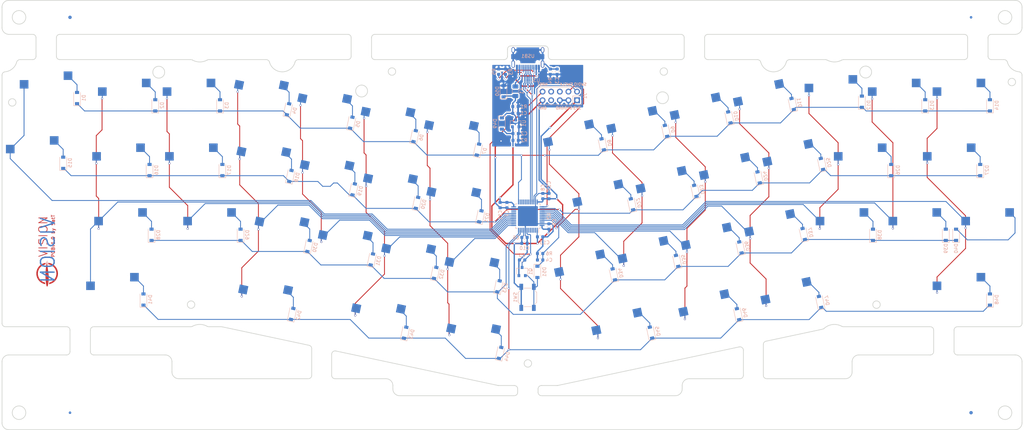
<source format=kicad_pcb>
(kicad_pcb (version 20171130) (host pcbnew "(5.1.4)-1")
  (layers (0 F.Cu signal) (31 B.Cu signal) (34 B.Paste user) (35 F.Paste user) (36 B.SilkS user) (37 F.SilkS user) (38 B.Mask user) (39 F.Mask user) (44 Edge.Cuts user))
  (net 0 "")
  (net 1 +5V)
  (net 2 GND)
  (net 3 "Net-(D1-Pad2)")
  (net 4 ROW3)
  (net 5 "Net-(D16-Pad2)")
  (net 6 ROW0)
  (net 7 "Net-(D17-Pad2)")
  (net 8 "Net-(D18-Pad2)")
  (net 9 "Net-(D19-Pad2)")
  (net 10 "Net-(D20-Pad2)")
  (net 11 "Net-(D21-Pad2)")
  (net 12 "Net-(D22-Pad2)")
  (net 13 "Net-(D23-Pad2)")
  (net 14 "Net-(D24-Pad2)")
  (net 15 "Net-(D25-Pad2)")
  (net 16 "Net-(D26-Pad2)")
  (net 17 "Net-(D27-Pad2)")
  (net 18 ROW1)
  (net 19 "Net-(D31-Pad2)")
  (net 20 "Net-(D32-Pad2)")
  (net 21 "Net-(D33-Pad2)")
  (net 22 "Net-(D34-Pad2)")
  (net 23 "Net-(D35-Pad2)")
  (net 24 "Net-(D36-Pad2)")
  (net 25 "Net-(D37-Pad2)")
  (net 26 "Net-(D38-Pad2)")
  (net 27 "Net-(D39-Pad2)")
  (net 28 "Net-(D40-Pad2)")
  (net 29 "Net-(D41-Pad2)")
  (net 30 "Net-(D42-Pad2)")
  (net 31 "Net-(D44-Pad2)")
  (net 32 ROW2)
  (net 33 "Net-(D45-Pad2)")
  (net 34 "Net-(D46-Pad2)")
  (net 35 "Net-(D47-Pad2)")
  (net 36 "Net-(D48-Pad2)")
  (net 37 "Net-(D51-Pad2)")
  (net 38 VCC)
  (net 39 COL9)
  (net 40 COL11)
  (net 41 COL1)
  (net 42 COL2)
  (net 43 COL6)
  (net 44 COL4)
  (net 45 COL0)
  (net 46 COL3)
  (net 47 COL5)
  (net 48 COL8)
  (net 49 COL7)
  (net 50 D-)
  (net 51 D+)
  (net 52 +3V3)
  (net 53 SWCLK)
  (net 54 SWDIO)
  (net 55 "Net-(C3-Pad2)")
  (net 56 BOOT0)
  (net 57 NRST)
  (net 58 "Net-(D2-Pad2)")
  (net 59 "Net-(D3-Pad2)")
  (net 60 "Net-(D4-Pad2)")
  (net 61 "Net-(D5-Pad2)")
  (net 62 "Net-(D6-Pad2)")
  (net 63 "Net-(D7-Pad2)")
  (net 64 "Net-(D8-Pad2)")
  (net 65 "Net-(D9-Pad2)")
  (net 66 "Net-(D10-Pad2)")
  (net 67 "Net-(D11-Pad2)")
  (net 68 "Net-(D12-Pad2)")
  (net 69 "Net-(D13-Pad2)")
  (net 70 "Net-(D14-Pad2)")
  (net 71 "Net-(D15-Pad2)")
  (net 72 "Net-(D28-Pad2)")
  (net 73 "Net-(D29-Pad2)")
  (net 74 "Net-(D30-Pad2)")
  (net 75 "Net-(D43-Pad2)")
  (net 76 COL10)
  (net 77 COL13)
  (net 78 COL12)
  (net 79 "Net-(R3-Pad2)")
  (net 80 "Net-(R5-Pad2)")
  (module random-keyboard-parts:breakaway-mousebites (layer F.Cu) (at 210 181.34088)
    (fp_text reference H15)
    (fp_text value MOUSEBITES)
    (pad "" np_thru_hole circle (at -2.54 -0.254) (size 0.7874 0.7874) (drill 0.7874) (layers *.Cu *.Mask))
    (pad "" np_thru_hole circle (at -1.27 -0.254) (size 0.7874 0.7874) (drill 0.7874) (layers *.Cu *.Mask))
    (pad "" np_thru_hole circle (at 2.54 -0.254) (size 0.7874 0.7874) (drill 0.7874) (layers *.Cu *.Mask))
    (pad "" np_thru_hole circle (at 1.27 -0.254) (size 0.7874 0.7874) (drill 0.7874) (layers *.Cu *.Mask))
    (pad "" np_thru_hole circle (at 0 -0.254) (size 0.7874 0.7874) (drill 0.7874) (layers *.Cu *.Mask))
  )
  (module random-keyboard-parts:breakaway-mousebites (layer F.Cu) (at 149.5 170.4 348)
    (fp_text reference H14)
    (fp_text value MOUSEBITES)
    (pad "" np_thru_hole circle (at -2.54 -0.254 348) (size 0.7874 0.7874) (drill 0.7874) (layers *.Cu *.Mask))
    (pad "" np_thru_hole circle (at -1.27 -0.254 348) (size 0.7874 0.7874) (drill 0.7874) (layers *.Cu *.Mask))
    (pad "" np_thru_hole circle (at 2.54 -0.254 348) (size 0.7874 0.7874) (drill 0.7874) (layers *.Cu *.Mask))
    (pad "" np_thru_hole circle (at 1.27 -0.254 348) (size 0.7874 0.7874) (drill 0.7874) (layers *.Cu *.Mask))
    (pad "" np_thru_hole circle (at 0 -0.254 348) (size 0.7874 0.7874) (drill 0.7874) (layers *.Cu *.Mask))
  )
  (module random-keyboard-parts:breakaway-mousebites (layer F.Cu) (at 78.265001 164.040592)
    (fp_text reference H13)
    (fp_text value MOUSEBITES)
    (pad "" np_thru_hole circle (at -2.54 -0.254) (size 0.7874 0.7874) (drill 0.7874) (layers *.Cu *.Mask))
    (pad "" np_thru_hole circle (at -1.27 -0.254) (size 0.7874 0.7874) (drill 0.7874) (layers *.Cu *.Mask))
    (pad "" np_thru_hole circle (at 2.54 -0.254) (size 0.7874 0.7874) (drill 0.7874) (layers *.Cu *.Mask))
    (pad "" np_thru_hole circle (at 1.27 -0.254) (size 0.7874 0.7874) (drill 0.7874) (layers *.Cu *.Mask))
    (pad "" np_thru_hole circle (at 0 -0.254) (size 0.7874 0.7874) (drill 0.7874) (layers *.Cu *.Mask))
  )
  (module random-keyboard-parts:breakaway-mousebites (layer F.Cu) (at 68.265001 85.45 180)
    (fp_text reference H12)
    (fp_text value MOUSEBITES)
    (pad "" np_thru_hole circle (at -2.54 -0.254 180) (size 0.7874 0.7874) (drill 0.7874) (layers *.Cu *.Mask))
    (pad "" np_thru_hole circle (at -1.27 -0.254 180) (size 0.7874 0.7874) (drill 0.7874) (layers *.Cu *.Mask))
    (pad "" np_thru_hole circle (at 2.54 -0.254 180) (size 0.7874 0.7874) (drill 0.7874) (layers *.Cu *.Mask))
    (pad "" np_thru_hole circle (at 1.27 -0.254 180) (size 0.7874 0.7874) (drill 0.7874) (layers *.Cu *.Mask))
    (pad "" np_thru_hole circle (at 0 -0.254 180) (size 0.7874 0.7874) (drill 0.7874) (layers *.Cu *.Mask))
  )
  (module random-keyboard-parts:breakaway-mousebites (layer F.Cu) (at 161 85.45 180)
    (fp_text reference H11)
    (fp_text value MOUSEBITES)
    (pad "" np_thru_hole circle (at -2.54 -0.254 180) (size 0.7874 0.7874) (drill 0.7874) (layers *.Cu *.Mask))
    (pad "" np_thru_hole circle (at -1.27 -0.254 180) (size 0.7874 0.7874) (drill 0.7874) (layers *.Cu *.Mask))
    (pad "" np_thru_hole circle (at 2.54 -0.254 180) (size 0.7874 0.7874) (drill 0.7874) (layers *.Cu *.Mask))
    (pad "" np_thru_hole circle (at 1.27 -0.254 180) (size 0.7874 0.7874) (drill 0.7874) (layers *.Cu *.Mask))
    (pad "" np_thru_hole circle (at 0 -0.254 180) (size 0.7874 0.7874) (drill 0.7874) (layers *.Cu *.Mask))
  )
  (module random-keyboard-parts:breakaway-mousebites (layer F.Cu) (at 259 85.45 180)
    (fp_text reference H10)
    (fp_text value MOUSEBITES)
    (pad "" np_thru_hole circle (at -2.54 -0.254 180) (size 0.7874 0.7874) (drill 0.7874) (layers *.Cu *.Mask))
    (pad "" np_thru_hole circle (at -1.27 -0.254 180) (size 0.7874 0.7874) (drill 0.7874) (layers *.Cu *.Mask))
    (pad "" np_thru_hole circle (at 2.54 -0.254 180) (size 0.7874 0.7874) (drill 0.7874) (layers *.Cu *.Mask))
    (pad "" np_thru_hole circle (at 1.27 -0.254 180) (size 0.7874 0.7874) (drill 0.7874) (layers *.Cu *.Mask))
    (pad "" np_thru_hole circle (at 0 -0.254 180) (size 0.7874 0.7874) (drill 0.7874) (layers *.Cu *.Mask))
  )
  (module random-keyboard-parts:breakaway-mousebites (layer F.Cu) (at 342.4075 85.45 180)
    (fp_text reference H9)
    (fp_text value MOUSEBITES)
    (pad "" np_thru_hole circle (at -2.54 -0.254 180) (size 0.7874 0.7874) (drill 0.7874) (layers *.Cu *.Mask))
    (pad "" np_thru_hole circle (at -1.27 -0.254 180) (size 0.7874 0.7874) (drill 0.7874) (layers *.Cu *.Mask))
    (pad "" np_thru_hole circle (at 2.54 -0.254 180) (size 0.7874 0.7874) (drill 0.7874) (layers *.Cu *.Mask))
    (pad "" np_thru_hole circle (at 1.27 -0.254 180) (size 0.7874 0.7874) (drill 0.7874) (layers *.Cu *.Mask))
    (pad "" np_thru_hole circle (at 0 -0.254 180) (size 0.7874 0.7874) (drill 0.7874) (layers *.Cu *.Mask))
  )
  (module random-keyboard-parts:breakaway-mousebites (layer F.Cu) (at 332.407501 164.040591)
    (fp_text reference H8)
    (fp_text value MOUSEBITES)
    (pad "" np_thru_hole circle (at -2.54 -0.254) (size 0.7874 0.7874) (drill 0.7874) (layers *.Cu *.Mask))
    (pad "" np_thru_hole circle (at -1.27 -0.254) (size 0.7874 0.7874) (drill 0.7874) (layers *.Cu *.Mask))
    (pad "" np_thru_hole circle (at 2.54 -0.254) (size 0.7874 0.7874) (drill 0.7874) (layers *.Cu *.Mask))
    (pad "" np_thru_hole circle (at 1.27 -0.254) (size 0.7874 0.7874) (drill 0.7874) (layers *.Cu *.Mask))
    (pad "" np_thru_hole circle (at 0 -0.254) (size 0.7874 0.7874) (drill 0.7874) (layers *.Cu *.Mask))
  )
  (module random-keyboard-parts:breakaway-mousebites (layer F.Cu) (at 276.145057 169.134402 12)
    (fp_text reference H7)
    (fp_text value MOUSEBITES)
    (pad "" np_thru_hole circle (at -2.54 -0.254 12) (size 0.7874 0.7874) (drill 0.7874) (layers *.Cu *.Mask))
    (pad "" np_thru_hole circle (at -1.27 -0.254 12) (size 0.7874 0.7874) (drill 0.7874) (layers *.Cu *.Mask))
    (pad "" np_thru_hole circle (at 2.54 -0.254 12) (size 0.7874 0.7874) (drill 0.7874) (layers *.Cu *.Mask))
    (pad "" np_thru_hole circle (at 1.27 -0.254 12) (size 0.7874 0.7874) (drill 0.7874) (layers *.Cu *.Mask))
    (pad "" np_thru_hole circle (at 0 -0.254 12) (size 0.7874 0.7874) (drill 0.7874) (layers *.Cu *.Mask))
  )
  (module Fiducial:Fiducial_1mm_Mask3mm (layer B.Cu) (at 340.407501 189.34088)
    (fp_text reference H6 hide)
    (fp_text value FIDUCIAL)
    (pad "" smd circle (at 0 0) (size 1 1) (layers B.Cu B.Mask) (clearance 1))
  )
  (module Fiducial:Fiducial_1mm_Mask3mm (layer B.Cu) (at 75.265001 73)
    (fp_text reference H5 hide)
    (fp_text value FIDUCIAL)
    (pad "" smd circle (at 0 0) (size 1 1) (layers B.Cu B.Mask) (clearance 1))
  )
  (module Fiducial:Fiducial_0.75mm_Mask2.25mm (layer B.Cu) (at 75.265002 189.34088)
    (fp_text reference H4 hide)
    (fp_text value FIDUCIAL)
    (pad "" smd circle (at 0 0) (size 0.75 0.75) (layers B.Cu B.Mask) (clearance 0.75))
  )
  (module Fiducial:Fiducial_0.75mm_Mask2.25mm (layer B.Cu) (at 340.4075 73)
    (fp_text reference H3 hide)
    (fp_text value FIDUCIAL)
    (pad "" smd circle (at 0 0) (size 0.75 0.75) (layers B.Cu B.Mask) (clearance 0.75))
  )
  (module locallib:logo1 (layer B.Cu) (at 68.75 141.5 270)
    (fp_text reference H1 hide)
    (fp_text value LOGO1 hide)
    (fp_text user VISION (at 0 0 90) (layer B.Cu) (effects (font (size 4 4) (thickness 0.4)) (justify mirror)))
  )
  (module locallib:logo2 (layer F.Cu) (at 68.55 148.4 90)
    (fp_text reference H2 hide)
    (fp_text value LOGO2 hide)
    (fp_poly (pts (xy 3.16961 0.294417) (xy 3.168446 0.308339) (xy 3.162538 0.344865) (xy 3.152547 0.40041) (xy 3.139132 0.471394) (xy 3.122951 0.554234) (xy 3.108608 0.625897) (xy 3.042599 0.952369) (xy 2.911448 1.253548) (xy 2.86991 1.348476) (xy 2.835663 1.424633) (xy 2.805574 1.487574) (xy 2.776507 1.542855) (xy 2.745327 1.596029) (xy 2.708899 1.652651) (xy 2.664088 1.718275) (xy 2.607759 1.798457) (xy 2.588657 1.825458) (xy 2.528975 1.909474) (xy 2.480134 1.976816) (xy 2.438036 2.032124) (xy 2.398587 2.080034) (xy 2.357688 2.125187) (xy 2.311244 2.172219) (xy 2.255159 2.225769) (xy 2.185336 2.290476) (xy 2.146257 2.326384) (xy 2.068362 2.397674) (xy 2.005132 2.454483) (xy 1.95161 2.500492) (xy 1.902837 2.539378) (xy 1.853855 2.574821) (xy 1.799705 2.610499) (xy 1.735429 2.650091) (xy 1.656069 2.697276) (xy 1.609217 2.724847) (xy 1.519907 2.777189) (xy 1.447977 2.818515) (xy 1.387778 2.851395) (xy 1.333664 2.878397) (xy 1.279987 2.902092) (xy 1.221098 2.92505) (xy 1.151351 2.94984) (xy 1.065097 2.979033) (xy 1.010693 2.997191) (xy 0.698451 3.101267) (xy 0.369147 3.139473) (xy 0.276963 3.149997) (xy 0.192558 3.15931) (xy 0.119895 3.166999) (xy 0.06294 3.172654) (xy 0.025657 3.175863) (xy 0.013106 3.176423) (xy -0.00747 3.174772) (xy -0.050507 3.170829) (xy -0.111869 3.164993) (xy -0.187415 3.157658) (xy -0.273007 3.149221) (xy -0.321882 3.144353) (xy -0.630134 3.113538) (xy -0.947209 3.013064) (xy -1.045745 2.981712) (xy -1.124492 2.955923) (xy -1.189128 2.933221) (xy -1.245332 2.911128) (xy -1.298786 2.887167) (xy -1.355166 2.858862) (xy -1.420154 2.823735) (xy -1.499427 2.779309) (xy -1.553971 2.74843) (xy -1.645018 2.696624) (xy -1.717915 2.654172) (xy -1.777846 2.617372) (xy -1.829994 2.582522) (xy -1.879542 2.545922) (xy -1.931673 2.50387) (xy -1.991572 2.452665) (xy -2.064421 2.388606) (xy -2.091697 2.364448) (xy -2.170018 2.294753) (xy -2.232679 2.237773) (xy -2.284039 2.188752) (xy -2.328455 2.142934) (xy -2.370286 2.095563) (xy -2.413888 2.041884) (xy -2.46362 1.977142) (xy -2.52384 1.896579) (xy -2.538434 1.876925) (xy -2.600248 1.793404) (xy -2.649267 1.725894) (xy -2.688661 1.669015) (xy -2.721598 1.617386) (xy -2.751246 1.565628) (xy -2.780775 1.508359) (xy -2.813352 1.440199) (xy -2.852146 1.355768) (xy -2.875149 1.305143) (xy -2.922885 1.198707) (xy -2.960907 1.110467) (xy -2.991365 1.034657) (xy -3.016411 0.965514) (xy -3.038196 0.897272) (xy -3.058872 0.824168) (xy -3.069058 0.785567) (xy -3.087321 0.713844) (xy -3.102488 0.651745) (xy -3.113551 0.603614) (xy -3.1195 0.57379) (xy -3.120027 0.566066) (xy -3.104235 0.565014) (xy -3.067409 0.567073) (xy -3.014986 0.57161) (xy -2.952407 0.577991) (xy -2.88511 0.585584) (xy -2.818533 0.593755) (xy -2.758116 0.601871) (xy -2.709297 0.609299) (xy -2.677515 0.615406) (xy -2.6682 0.618664) (xy -2.660146 0.634725) (xy -2.645043 0.672116) (xy -2.624393 0.726834) (xy -2.599699 0.794877) (xy -2.572464 0.872242) (xy -2.566146 0.890504) (xy -2.534543 0.980957) (xy -2.507611 1.053883) (xy -2.482255 1.11588) (xy -2.455383 1.173548) (xy -2.4239 1.233486) (xy -2.384713 1.302292) (xy -2.334728 1.386566) (xy -2.329509 1.395277) (xy -2.277817 1.480714) (xy -2.234691 1.549249) (xy -2.195671 1.606792) (xy -2.156299 1.659253) (xy -2.112114 1.712541) (xy -2.058658 1.772566) (xy -1.991471 1.845236) (xy -1.983637 1.853628) (xy -1.914203 1.927371) (xy -1.857016 1.986052) (xy -1.806477 2.034518) (xy -1.756989 2.077619) (xy -1.702955 2.120203) (xy -1.638777 2.16712) (xy -1.558858 2.223217) (xy -1.549465 2.229741) (xy -1.466648 2.286739) (xy -1.398923 2.331666) (xy -1.33973 2.368136) (xy -1.282507 2.399765) (xy -1.220695 2.430165) (xy -1.147732 2.462952) (xy -1.057058 2.50174) (xy -1.051412 2.504125) (xy -0.963117 2.541159) (xy -0.892089 2.569868) (xy -0.831773 2.592236) (xy -0.775618 2.610249) (xy -0.717071 2.625891) (xy -0.649577 2.641148) (xy -0.566585 2.658005) (xy -0.501579 2.670692) (xy -0.214158 2.726431) (xy 0.073263 2.717241) (xy 0.169666 2.713985) (xy 0.246069 2.710578) (xy 0.309199 2.706146) (xy 0.365785 2.699811) (xy 0.422552 2.690697) (xy 0.486229 2.677928) (xy 0.563542 2.660628) (xy 0.634737 2.644103) (xy 0.72928 2.621745) (xy 0.804564 2.602766) (xy 0.867417 2.58479) (xy 0.924668 2.565442) (xy 0.983147 2.542346) (xy 1.049682 2.513126) (xy 1.131103 2.475408) (xy 1.163554 2.460149) (xy 1.252558 2.417749) (xy 1.324475 2.381879) (xy 1.385623 2.348711) (xy 1.44232 2.314419) (xy 1.500885 2.275175) (xy 1.567635 2.227151) (xy 1.648889 2.166519) (xy 1.651501 2.164553) (xy 1.732242 2.103251) (xy 1.796635 2.052618) (xy 1.850011 2.007675) (xy 1.897704 1.963447) (xy 1.945047 1.914957) (xy 1.997374 1.857227) (xy 2.060016 1.785282) (xy 2.068542 1.775385) (xy 2.133625 1.699052) (xy 2.185517 1.63577) (xy 2.228585 1.579253) (xy 2.267197 1.523214) (xy 2.305719 1.461365) (xy 2.348519 1.387419) (xy 2.391412 1.310562) (xy 2.439022 1.223857) (xy 2.476158 1.153742) (xy 2.505627 1.093603) (xy 2.530236 1.036827) (xy 2.552791 0.976797) (xy 2.576098 0.906901) (xy 2.602966 0.820523) (xy 2.612161 0.790337) (xy 2.638122 0.703101) (xy 2.662396 0.618187) (xy 2.683452 0.541212) (xy 2.69976 0.47779) (xy 2.709788 0.433536) (xy 2.710547 0.429505) (xy 2.727194 0.337652) (xy 2.945898 0.313531) (xy 3.019211 0.305766) (xy 3.082688 0.299652) (xy 3.131812 0.295575) (xy 3.162069 0.293921) (xy 3.16961 0.294417)) (layer F.Cu) (width 0.01))
    (fp_poly (pts (xy -0.207473 -0.493366) (xy 0.098103 -0.485907) (xy 0.393264 -0.474142) (xy 0.683411 -0.457636) (xy 0.973949 -0.435953) (xy 1.270281 -0.408655) (xy 1.577811 -0.375307) (xy 1.901942 -0.335472) (xy 2.138685 -0.303895) (xy 2.253043 -0.287743) (xy 2.378705 -0.269174) (xy 2.512966 -0.248649) (xy 2.653122 -0.226632) (xy 2.796468 -0.203584) (xy 2.940301 -0.179967) (xy 3.081914 -0.156243) (xy 3.218604 -0.132875) (xy 3.347667 -0.110324) (xy 3.466398 -0.089053) (xy 3.572092 -0.069524) (xy 3.662045 -0.052199) (xy 3.733552 -0.03754) (xy 3.783909 -0.02601) (xy 3.809737 -0.018357) (xy 3.806986 -0.014859) (xy 3.781206 -0.012708) (xy 3.736076 -0.012004) (xy 3.675275 -0.012845) (xy 3.641888 -0.013817) (xy 3.529582 -0.016194) (xy 3.411257 -0.015842) (xy 3.285289 -0.012603) (xy 3.150058 -0.006316) (xy 3.00394 0.003176) (xy 2.845314 0.016033) (xy 2.672558 0.032414) (xy 2.484048 0.052477) (xy 2.278163 0.076382) (xy 2.053281 0.104288) (xy 1.807779 0.136354) (xy 1.540036 0.172738) (xy 1.248428 0.213599) (xy 1.089263 0.236319) (xy 0.858309 0.269176) (xy 0.650933 0.298025) (xy 0.464333 0.32321) (xy 0.295707 0.345075) (xy 0.142254 0.363965) (xy 0.001171 0.380223) (xy -0.130344 0.394193) (xy -0.255092 0.406219) (xy -0.375876 0.416644) (xy -0.387037 0.417547) (xy -0.481069 0.423939) (xy -0.594457 0.429756) (xy -0.721571 0.434866) (xy -0.856779 0.439139) (xy -0.994451 0.442443) (xy -1.128956 0.444646) (xy -1.254664 0.445617) (xy -1.365943 0.445225) (xy -1.457164 0.443338) (xy -1.470789 0.442838) (xy -1.717049 0.431) (xy -1.958983 0.415375) (xy -2.194539 0.396264) (xy -2.421664 0.373965) (xy -2.638308 0.348778) (xy -2.842417 0.321004) (xy -3.03194 0.290941) (xy -3.204824 0.25889) (xy -3.359019 0.22515) (xy -3.492472 0.19002) (xy -3.60313 0.1538) (xy -3.682972 0.119808) (xy -3.749428 0.082322) (xy -3.791824 0.046934) (xy -3.812404 0.010949) (xy -3.813414 -0.028326) (xy -3.811928 -0.035021) (xy -3.789123 -0.073366) (xy -3.741017 -0.111177) (xy -3.66904 -0.148273) (xy -3.574626 -0.18447) (xy -3.459207 -0.219588) (xy -3.324215 -0.253443) (xy -3.171082 -0.285854) (xy -3.001241 -0.316639) (xy -2.816124 -0.345614) (xy -2.617163 -0.372599) (xy -2.405791 -0.397412) (xy -2.183439 -0.419869) (xy -1.951541 -0.439789) (xy -1.711529 -0.456989) (xy -1.464834 -0.471289) (xy -1.21289 -0.482504) (xy -0.957128 -0.490454) (xy -0.698981 -0.494956) (xy -0.439881 -0.495828) (xy -0.207473 -0.493366)) (layer F.Cu) (width 0.01))
    (fp_poly (pts (xy 0.595665 -3.127286) (xy 0.910857 -3.067508) (xy 1.217297 -2.940644) (xy 1.312866 -2.900913) (xy 1.389415 -2.868256) (xy 1.452433 -2.839691) (xy 1.507414 -2.812237) (xy 1.55985 -2.782913) (xy 1.615231 -2.748739) (xy 1.679049 -2.706733) (xy 1.756798 -2.653915) (xy 1.799679 -2.624531) (xy 1.886123 -2.565027) (xy 1.955253 -2.51642) (xy 2.011882 -2.474601) (xy 2.060824 -2.435461) (xy 2.106893 -2.39489) (xy 2.154901 -2.348778) (xy 2.209662 -2.293017) (xy 2.27599 -2.223495) (xy 2.303772 -2.194154) (xy 2.375639 -2.117908) (xy 2.432975 -2.055792) (xy 2.479687 -2.002707) (xy 2.51968 -1.953555) (xy 2.556862 -1.903237) (xy 2.595139 -1.846654) (xy 2.638418 -1.778708) (xy 2.690605 -1.6943) (xy 2.706078 -1.669087) (xy 2.75958 -1.581646) (xy 2.801943 -1.511113) (xy 2.835767 -1.452019) (xy 2.863651 -1.398895) (xy 2.888193 -1.346271) (xy 2.911992 -1.288678) (xy 2.937647 -1.220646) (xy 2.967757 -1.136705) (xy 2.992971 -1.065285) (xy 3.025694 -0.970073) (xy 3.056557 -0.875865) (xy 3.083962 -0.787879) (xy 3.106312 -0.711333) (xy 3.12201 -0.651446) (xy 3.127678 -0.625105) (xy 3.138319 -0.567896) (xy 3.147977 -0.517849) (xy 3.155108 -0.482897) (xy 3.156958 -0.47471) (xy 3.159028 -0.461643) (xy 3.155744 -0.452635) (xy 3.143861 -0.447708) (xy 3.120136 -0.446885) (xy 3.081324 -0.450186) (xy 3.024182 -0.457635) (xy 2.945466 -0.469252) (xy 2.89812 -0.47646) (xy 2.830153 -0.487215) (xy 2.772209 -0.497077) (xy 2.729141 -0.505167) (xy 2.705801 -0.510605) (xy 2.703099 -0.511809) (xy 2.697955 -0.525993) (xy 2.686617 -0.561985) (xy 2.670261 -0.615893) (xy 2.650064 -0.683826) (xy 2.627202 -0.761892) (xy 2.620342 -0.785526) (xy 2.593595 -0.876782) (xy 2.570991 -0.949779) (xy 2.549859 -1.010995) (xy 2.527527 -1.066908) (xy 2.501327 -1.123996) (xy 2.468587 -1.188737) (xy 2.426637 -1.26761) (xy 2.405421 -1.306894) (xy 2.356692 -1.396029) (xy 2.315899 -1.467601) (xy 2.278786 -1.527844) (xy 2.241096 -1.582991) (xy 2.198571 -1.639274) (xy 2.146957 -1.702926) (xy 2.083005 -1.778989) (xy 2.017233 -1.855846) (xy 1.962677 -1.917248) (xy 1.913812 -1.968467) (xy 1.865113 -2.014775) (xy 1.811056 -2.061442) (xy 1.746116 -2.113742) (xy 1.670936 -2.172192) (xy 1.590884 -2.233389) (xy 1.525216 -2.281792) (xy 1.467504 -2.321365) (xy 1.411321 -2.356074) (xy 1.350242 -2.389884) (xy 1.277838 -2.42676) (xy 1.187682 -2.470667) (xy 1.185312 -2.471809) (xy 1.097317 -2.513909) (xy 1.026676 -2.546535) (xy 0.966768 -2.572046) (xy 0.910972 -2.592804) (xy 0.852667 -2.61117) (xy 0.785233 -2.629505) (xy 0.70205 -2.65017) (xy 0.649949 -2.662722) (xy 0.557718 -2.68469) (xy 0.484525 -2.70132) (xy 0.423727 -2.713503) (xy 0.368683 -2.722131) (xy 0.312751 -2.728094) (xy 0.24929 -2.732285) (xy 0.171658 -2.735595) (xy 0.085248 -2.738523) (xy -0.202597 -2.747921) (xy -0.475746 -2.698282) (xy -0.56878 -2.6811) (xy -0.643241 -2.666248) (xy -0.705814 -2.651771) (xy -0.763182 -2.635713) (xy -0.82203 -2.616119) (xy -0.889041 -2.591033) (xy -0.970902 -2.558499) (xy -1.016263 -2.540137) (xy -1.107217 -2.502877) (xy -1.180064 -2.471725) (xy -1.241048 -2.443328) (xy -1.296414 -2.414335) (xy -1.352408 -2.381391) (xy -1.415275 -2.341144) (xy -1.49126 -2.290242) (xy -1.527059 -2.26592) (xy -1.610727 -2.208504) (xy -1.677559 -2.161014) (xy -1.7331 -2.118748) (xy -1.782895 -2.077005) (xy -1.83249 -2.031083) (xy -1.887428 -1.97628) (xy -1.953257 -1.907896) (xy -1.969611 -1.89071) (xy -2.039165 -1.816914) (xy -2.094449 -1.756139) (xy -2.140036 -1.70244) (xy -2.180497 -1.649869) (xy -2.220407 -1.592481) (xy -2.264337 -1.524327) (xy -2.316861 -1.439463) (xy -2.317837 -1.437871) (xy -2.368932 -1.353854) (xy -2.408948 -1.285687) (xy -2.440988 -1.226831) (xy -2.468158 -1.170748) (xy -2.493563 -1.110899) (xy -2.520308 -1.040747) (xy -2.551498 -0.953754) (xy -2.562258 -0.923186) (xy -2.590794 -0.84267) (xy -2.616788 -0.770671) (xy -2.638816 -0.711028) (xy -2.655453 -0.667581) (xy -2.665274 -0.644167) (xy -2.666872 -0.641374) (xy -2.682639 -0.63654) (xy -2.719397 -0.630199) (xy -2.771693 -0.622933) (xy -2.834073 -0.61532) (xy -2.901084 -0.60794) (xy -2.967273 -0.601373) (xy -3.027184 -0.596199) (xy -3.075364 -0.592997) (xy -3.106361 -0.592347) (xy -3.11494 -0.593747) (xy -3.113292 -0.608016) (xy -3.104849 -0.644318) (xy -3.090562 -0.699097) (xy -3.07138 -0.768795) (xy -3.048252 -0.849857) (xy -3.028814 -0.916228) (xy -2.999539 -1.014666) (xy -2.975393 -1.093349) (xy -2.953997 -1.158033) (xy -2.932974 -1.214476) (xy -2.909943 -1.268432) (xy -2.882528 -1.325658) (xy -2.848349 -1.391909) (xy -2.805029 -1.472943) (xy -2.778365 -1.522342) (xy -2.728966 -1.613415) (xy -2.688449 -1.686378) (xy -2.653247 -1.746431) (xy -2.619796 -1.79877) (xy -2.58453 -1.848594) (xy -2.543885 -1.901102) (xy -2.494295 -1.96149) (xy -2.432195 -2.034957) (xy -2.404371 -2.067625) (xy -2.335905 -2.147646) (xy -2.280009 -2.211621) (xy -2.232046 -2.263967) (xy -2.187375 -2.309099) (xy -2.141356 -2.351433) (xy -2.089352 -2.395386) (xy -2.026721 -2.445372) (xy -1.948826 -2.505808) (xy -1.92359 -2.525249) (xy -1.840967 -2.588659) (xy -1.774068 -2.639007) (xy -1.717531 -2.679583) (xy -1.665993 -2.713683) (xy -1.614091 -2.744597) (xy -1.556464 -2.775618) (xy -1.487749 -2.81004) (xy -1.402584 -2.851155) (xy -1.358577 -2.872187) (xy -1.057468 -3.015948) (xy -0.414684 -3.17086) (xy -0.067105 -3.178962) (xy 0.280474 -3.187065) (xy 0.595665 -3.127286)) (layer F.Cu) (width 0.01))
  )
  (module Capacitor_SMD:C_0603_1608Metric (layer B.Cu) (at 213.6 137.6)
    (fp_text reference C13 (at 1.35 1.65) (layer B.SilkS) (effects (justify mirror)))
    (fp_text value 100nF)
    (pad 2 smd roundrect (at 0.7875 0) (size 0.875 0.95) (layers B.Cu B.Paste B.Mask) (net 2 GND))
    (pad 1 smd roundrect (at -0.7875 0) (size 0.875 0.95) (layers B.Cu B.Paste B.Mask) (net 52 +3V3))
  )
  (module Resistor_SMD:R_0603_1608Metric (layer B.Cu) (at 201.4 89 270)
    (fp_text reference R5 (at 0 1.4 90) (layer B.SilkS) (effects (justify mirror)))
    (fp_text value 5.1k)
    (pad 2 smd roundrect (at 0.7875 0 270) (size 0.875 0.95) (layers B.Cu B.Paste B.Mask) (net 80 "Net-(R5-Pad2)"))
    (pad 1 smd roundrect (at -0.7875 0 270) (size 0.875 0.95) (layers B.Cu B.Paste B.Mask) (net 2 GND))
  )
  (module Resistor_SMD:R_0603_1608Metric (layer B.Cu) (at 213.6 142.5)
    (fp_text reference R6 (at 2.65 0) (layer B.SilkS) (effects (justify mirror)))
    (fp_text value 100k)
    (pad 2 smd roundrect (at 0.7875 0) (size 0.875 0.95) (layers B.Cu B.Paste B.Mask) (net 56 BOOT0))
    (pad 1 smd roundrect (at -0.7875 0) (size 0.875 0.95) (layers B.Cu B.Paste B.Mask) (net 2 GND))
  )
  (module Resistor_SMD:R_0603_1608Metric (layer B.Cu) (at 216.6 89 90)
    (fp_text reference R4 (at -2.6 0 90) (layer B.SilkS) (effects (justify mirror)))
    (fp_text value 1M)
    (pad 2 smd roundrect (at 0.7875 0 90) (size 0.875 0.95) (layers B.Cu B.Paste B.Mask) (net 55 "Net-(C3-Pad2)"))
    (pad 1 smd roundrect (at -0.7875 0 90) (size 0.875 0.95) (layers B.Cu B.Paste B.Mask) (net 2 GND))
  )
  (module Resistor_SMD:R_0603_1608Metric (layer B.Cu) (at 203.4 89 270)
    (fp_text reference R3 (at 0 -1.6 90) (layer B.SilkS) (effects (justify mirror)))
    (fp_text value 5.1k)
    (pad 2 smd roundrect (at 0.7875 0 270) (size 0.875 0.95) (layers B.Cu B.Paste B.Mask) (net 79 "Net-(R3-Pad2)"))
    (pad 1 smd roundrect (at -0.7875 0 270) (size 0.875 0.95) (layers B.Cu B.Paste B.Mask) (net 2 GND))
  )
  (module Resistor_SMD:R_0603_1608Metric (layer B.Cu) (at 206.4 109.2 180)
    (fp_text reference R2 (at -2.5 0) (layer B.SilkS) (effects (justify mirror)))
    (fp_text value 100k)
    (pad 2 smd roundrect (at 0.7875 0 180) (size 0.875 0.95) (layers B.Cu B.Paste B.Mask) (net 52 +3V3))
    (pad 1 smd roundrect (at -0.7875 0 180) (size 0.875 0.95) (layers B.Cu B.Paste B.Mask) (net 2 GND))
  )
  (module Resistor_SMD:R_0603_1608Metric (layer B.Cu) (at 206.335002 99.250593 180)
    (fp_text reference R1 (at -2.464998 -0.049407) (layer B.SilkS) (effects (justify mirror)))
    (fp_text value 100k)
    (pad 2 smd roundrect (at 0.7875 0 180) (size 0.875 0.95) (layers B.Cu B.Paste B.Mask) (net 1 +5V))
    (pad 1 smd roundrect (at -0.7875 0 180) (size 0.875 0.95) (layers B.Cu B.Paste B.Mask) (net 2 GND))
  )
  (module MX_Only:MXOnly-1U-Hotswap (layer F.Cu) (at 116.955 135.490592)
    (fp_text reference K_Z1)
    (fp_text value MX-1U)
    (pad 2 smd rect (at 5.842 -5.08) (size 2.55 2.5) (layers B.Cu B.Paste B.Mask) (net 73 "Net-(D29-Pad2)"))
    (pad 1 smd rect (at -7.085 -2.54) (size 2.55 2.5) (layers B.Cu B.Paste B.Mask) (net 42 COL2))
    (pad "" np_thru_hole circle (at 5.08 0 48.0996) (size 1.75 1.75) (drill 1.75) (layers *.Cu *.Mask))
    (pad "" np_thru_hole circle (at -5.08 0 48.0996) (size 1.75 1.75) (drill 1.75) (layers *.Cu *.Mask))
    (pad "" np_thru_hole circle (at -3.81 -2.54) (size 3 3) (drill 3) (layers *.Cu *.Mask))
    (pad "" np_thru_hole circle (at 0 0) (size 3.9878 3.9878) (drill 3.9878) (layers *.Cu *.Mask))
    (pad "" np_thru_hole circle (at 2.54 -5.08) (size 3 3) (drill 3) (layers *.Cu *.Mask))
  )
  (module MX_Only:MXOnly-1U-Hotswap (layer F.Cu) (at 223.383865 110.672746 12)
    (fp_text reference K_Y1)
    (fp_text value MX-1U)
    (pad 2 smd rect (at 5.842 -5.08 12) (size 2.55 2.5) (layers B.Cu B.Paste B.Mask) (net 64 "Net-(D8-Pad2)"))
    (pad 1 smd rect (at -7.085 -2.54 12) (size 2.55 2.5) (layers B.Cu B.Paste B.Mask) (net 49 COL7))
    (pad "" np_thru_hole circle (at 5.08 0 60.0996) (size 1.75 1.75) (drill 1.75) (layers *.Cu *.Mask))
    (pad "" np_thru_hole circle (at -5.08 0 60.0996) (size 1.75 1.75) (drill 1.75) (layers *.Cu *.Mask))
    (pad "" np_thru_hole circle (at -3.81 -2.54 12) (size 3 3) (drill 3) (layers *.Cu *.Mask))
    (pad "" np_thru_hole circle (at 0 0 12) (size 3.9878 3.9878) (drill 3.9878) (layers *.Cu *.Mask))
    (pad "" np_thru_hole circle (at 2.54 -5.08 12) (size 3 3) (drill 3) (layers *.Cu *.Mask))
  )
  (module MX_Only:MXOnly-1U-Hotswap (layer F.Cu) (at 137.455 137.050592 348)
    (fp_text reference K_X1)
    (fp_text value MX-1U)
    (pad 2 smd rect (at 5.842 -5.08 348) (size 2.55 2.5) (layers B.Cu B.Paste B.Mask) (net 74 "Net-(D30-Pad2)"))
    (pad 1 smd rect (at -7.085 -2.54 348) (size 2.55 2.5) (layers B.Cu B.Paste B.Mask) (net 46 COL3))
    (pad "" np_thru_hole circle (at 5.08 0 36.0996) (size 1.75 1.75) (drill 1.75) (layers *.Cu *.Mask))
    (pad "" np_thru_hole circle (at -5.08 0 36.0996) (size 1.75 1.75) (drill 1.75) (layers *.Cu *.Mask))
    (pad "" np_thru_hole circle (at -3.81 -2.54 348) (size 3 3) (drill 3) (layers *.Cu *.Mask))
    (pad "" np_thru_hole circle (at 0 0 348) (size 3.9878 3.9878) (drill 3.9878) (layers *.Cu *.Mask))
    (pad "" np_thru_hole circle (at 2.54 -5.08 348) (size 3 3) (drill 3) (layers *.Cu *.Mask))
  )
  (module MX_Only:MXOnly-1U-Hotswap (layer F.Cu) (at 263.213578 160.6352 12)
    (fp_text reference K_WIN2)
    (fp_text value MX-1U)
    (pad 2 smd rect (at 5.842 -5.08 12) (size 2.55 2.5) (layers B.Cu B.Paste B.Mask) (net 34 "Net-(D46-Pad2)"))
    (pad 1 smd rect (at -7.085 -2.54 12) (size 2.55 2.5) (layers B.Cu B.Paste B.Mask) (net 39 COL9))
    (pad "" np_thru_hole circle (at 5.08 0 60.0996) (size 1.75 1.75) (drill 1.75) (layers *.Cu *.Mask))
    (pad "" np_thru_hole circle (at -5.08 0 60.0996) (size 1.75 1.75) (drill 1.75) (layers *.Cu *.Mask))
    (pad "" np_thru_hole circle (at -3.81 -2.54 12) (size 3 3) (drill 3) (layers *.Cu *.Mask))
    (pad "" np_thru_hole circle (at 0 0 12) (size 3.9878 3.9878) (drill 3.9878) (layers *.Cu *.Mask))
    (pad "" np_thru_hole circle (at 2.54 -5.08 12) (size 3 3) (drill 3) (layers *.Cu *.Mask))
  )
  (module MX_Only:MXOnly-1U-Hotswap (layer F.Cu) (at 193.834022 168.509911 348)
    (fp_text reference K_WIN1)
    (fp_text value MX-1U)
    (pad 2 smd rect (at 5.842 -5.08 348) (size 2.55 2.5) (layers B.Cu B.Paste B.Mask) (net 31 "Net-(D44-Pad2)"))
    (pad 1 smd rect (at -7.085 -2.54 348) (size 2.55 2.5) (layers B.Cu B.Paste B.Mask) (net 43 COL6))
    (pad "" np_thru_hole circle (at 5.08 0 36.0996) (size 1.75 1.75) (drill 1.75) (layers *.Cu *.Mask))
    (pad "" np_thru_hole circle (at -5.08 0 36.0996) (size 1.75 1.75) (drill 1.75) (layers *.Cu *.Mask))
    (pad "" np_thru_hole circle (at -3.81 -2.54 348) (size 3 3) (drill 3) (layers *.Cu *.Mask))
    (pad "" np_thru_hole circle (at 0 0 348) (size 3.9878 3.9878) (drill 3.9878) (layers *.Cu *.Mask))
    (pad "" np_thru_hole circle (at 2.54 -5.08 348) (size 3 3) (drill 3) (layers *.Cu *.Mask))
  )
  (module MX_Only:MXOnly-1U-Hotswap (layer F.Cu) (at 131.405001 96.810592 348)
    (fp_text reference K_W1)
    (fp_text value MX-1U)
    (pad 2 smd rect (at 5.842 -5.08 348) (size 2.55 2.5) (layers B.Cu B.Paste B.Mask) (net 60 "Net-(D4-Pad2)"))
    (pad 1 smd rect (at -7.085 -2.54 348) (size 2.55 2.5) (layers B.Cu B.Paste B.Mask) (net 46 COL3))
    (pad "" np_thru_hole circle (at 5.08 0 36.0996) (size 1.75 1.75) (drill 1.75) (layers *.Cu *.Mask))
    (pad "" np_thru_hole circle (at -5.08 0 36.0996) (size 1.75 1.75) (drill 1.75) (layers *.Cu *.Mask))
    (pad "" np_thru_hole circle (at -3.81 -2.54 348) (size 3 3) (drill 3) (layers *.Cu *.Mask))
    (pad "" np_thru_hole circle (at 0 0 348) (size 3.9878 3.9878) (drill 3.9878) (layers *.Cu *.Mask))
    (pad "" np_thru_hole circle (at 2.54 -5.08 348) (size 3 3) (drill 3) (layers *.Cu *.Mask))
  )
  (module MX_Only:MXOnly-1U-Hotswap (layer F.Cu) (at 174.722424 144.972027 348)
    (fp_text reference K_V1)
    (fp_text value MX-1U)
    (pad 2 smd rect (at 5.842 -5.08 348) (size 2.55 2.5) (layers B.Cu B.Paste B.Mask) (net 20 "Net-(D32-Pad2)"))
    (pad 1 smd rect (at -7.085 -2.54 348) (size 2.55 2.5) (layers B.Cu B.Paste B.Mask) (net 47 COL5))
    (pad "" np_thru_hole circle (at 5.08 0 36.0996) (size 1.75 1.75) (drill 1.75) (layers *.Cu *.Mask))
    (pad "" np_thru_hole circle (at -5.08 0 36.0996) (size 1.75 1.75) (drill 1.75) (layers *.Cu *.Mask))
    (pad "" np_thru_hole circle (at -3.81 -2.54 348) (size 3 3) (drill 3) (layers *.Cu *.Mask))
    (pad "" np_thru_hole circle (at 0 0 348) (size 3.9878 3.9878) (drill 3.9878) (layers *.Cu *.Mask))
    (pad "" np_thru_hole circle (at 2.54 -5.08 348) (size 3 3) (drill 3) (layers *.Cu *.Mask))
  )
  (module MX_Only:MXOnly-1U-Hotswap (layer F.Cu) (at 242.017577 106.712028 12)
    (fp_text reference K_U1)
    (fp_text value MX-1U)
    (pad 2 smd rect (at 5.842 -5.08 12) (size 2.55 2.5) (layers B.Cu B.Paste B.Mask) (net 65 "Net-(D9-Pad2)"))
    (pad 1 smd rect (at -7.085 -2.54 12) (size 2.55 2.5) (layers B.Cu B.Paste B.Mask) (net 48 COL8))
    (pad "" np_thru_hole circle (at 5.08 0 60.0996) (size 1.75 1.75) (drill 1.75) (layers *.Cu *.Mask))
    (pad "" np_thru_hole circle (at -5.08 0 60.0996) (size 1.75 1.75) (drill 1.75) (layers *.Cu *.Mask))
    (pad "" np_thru_hole circle (at -3.81 -2.54 12) (size 3 3) (drill 3) (layers *.Cu *.Mask))
    (pad "" np_thru_hole circle (at 0 0 12) (size 3.9878 3.9878) (drill 3.9878) (layers *.Cu *.Mask))
    (pad "" np_thru_hole circle (at 2.54 -5.08 12) (size 3 3) (drill 3) (layers *.Cu *.Mask))
  )
  (module MX_Only:MXOnly-1.25U-Hotswap (layer F.Cu) (at 90.173751 116.440593)
    (fp_text reference K_TAB1)
    (fp_text value MX-1.25U)
    (pad 2 smd rect (at 5.842 -5.08) (size 2.55 2.5) (layers B.Cu B.Paste B.Mask) (net 5 "Net-(D16-Pad2)"))
    (pad 1 smd rect (at -7.085 -2.54) (size 2.55 2.5) (layers B.Cu B.Paste B.Mask) (net 41 COL1))
    (pad "" np_thru_hole circle (at 5.08 0 48.0996) (size 1.75 1.75) (drill 1.75) (layers *.Cu *.Mask))
    (pad "" np_thru_hole circle (at -5.08 0 48.0996) (size 1.75 1.75) (drill 1.75) (layers *.Cu *.Mask))
    (pad "" np_thru_hole circle (at -3.81 -2.54) (size 3 3) (drill 3) (layers *.Cu *.Mask))
    (pad "" np_thru_hole circle (at 0 0) (size 3.9878 3.9878) (drill 3.9878) (layers *.Cu *.Mask))
    (pad "" np_thru_hole circle (at 2.54 -5.08) (size 3 3) (drill 3) (layers *.Cu *.Mask))
  )
  (module MX_Only:MXOnly-1U-Hotswap (layer F.Cu) (at 187.306136 108.692746 348)
    (fp_text reference K_T1)
    (fp_text value MX-1U)
    (pad 2 smd rect (at 5.842 -5.08 348) (size 2.55 2.5) (layers B.Cu B.Paste B.Mask) (net 63 "Net-(D7-Pad2)"))
    (pad 1 smd rect (at -7.085 -2.54 348) (size 2.55 2.5) (layers B.Cu B.Paste B.Mask) (net 43 COL6))
    (pad "" np_thru_hole circle (at 5.08 0 36.0996) (size 1.75 1.75) (drill 1.75) (layers *.Cu *.Mask))
    (pad "" np_thru_hole circle (at -5.08 0 36.0996) (size 1.75 1.75) (drill 1.75) (layers *.Cu *.Mask))
    (pad "" np_thru_hole circle (at -3.81 -2.54 348) (size 3 3) (drill 3) (layers *.Cu *.Mask))
    (pad "" np_thru_hole circle (at 0 0 348) (size 3.9878 3.9878) (drill 3.9878) (layers *.Cu *.Mask))
    (pad "" np_thru_hole circle (at 2.54 -5.08 348) (size 3 3) (drill 3) (layers *.Cu *.Mask))
  )
  (module MX_Only:MXOnly-1.75U-Hotswap (layer F.Cu) (at 237.592225 166.081187 12)
    (fp_text reference K_SPC2)
    (fp_text value MX-1.75U)
    (pad 2 smd rect (at 5.842 -5.08 12) (size 2.55 2.5) (layers B.Cu B.Paste B.Mask) (net 33 "Net-(D45-Pad2)"))
    (pad 1 smd rect (at -7.085 -2.54 12) (size 2.55 2.5) (layers B.Cu B.Paste B.Mask) (net 49 COL7))
    (pad "" np_thru_hole circle (at 5.08 0 60.0996) (size 1.75 1.75) (drill 1.75) (layers *.Cu *.Mask))
    (pad "" np_thru_hole circle (at -5.08 0 60.0996) (size 1.75 1.75) (drill 1.75) (layers *.Cu *.Mask))
    (pad "" np_thru_hole circle (at -3.81 -2.54 12) (size 3 3) (drill 3) (layers *.Cu *.Mask))
    (pad "" np_thru_hole circle (at 0 0 12) (size 3.9878 3.9878) (drill 3.9878) (layers *.Cu *.Mask))
    (pad "" np_thru_hole circle (at 2.54 -5.08 12) (size 3 3) (drill 3) (layers *.Cu *.Mask))
  )
  (module MX_Only:MXOnly-2U-Hotswap-ReversedStabilizers (layer F.Cu) (at 165.88345 162.568833 348)
    (fp_text reference K_SPC1)
    (fp_text value MX-2U)
    (pad "" np_thru_hole circle (at -11.938 -8.255 348) (size 3.9878 3.9878) (drill 3.9878) (layers *.Cu *.Mask))
    (pad "" np_thru_hole circle (at 11.938 -8.255 348) (size 3.9878 3.9878) (drill 3.9878) (layers *.Cu *.Mask))
    (pad "" np_thru_hole circle (at -11.938 6.985 348) (size 3.048 3.048) (drill 3.048) (layers *.Cu *.Mask))
    (pad "" np_thru_hole circle (at 11.938 6.985 348) (size 3.048 3.048) (drill 3.048) (layers *.Cu *.Mask))
    (pad 2 smd rect (at 5.842 -5.08 348) (size 2.55 2.5) (layers B.Cu B.Paste B.Mask) (net 75 "Net-(D43-Pad2)"))
    (pad 1 smd rect (at -7.085 -2.54 348) (size 2.55 2.5) (layers B.Cu B.Paste B.Mask) (net 47 COL5))
    (pad "" np_thru_hole circle (at 5.08 0 36.0996) (size 1.75 1.75) (drill 1.75) (layers *.Cu *.Mask))
    (pad "" np_thru_hole circle (at -5.08 0 36.0996) (size 1.75 1.75) (drill 1.75) (layers *.Cu *.Mask))
    (pad "" np_thru_hole circle (at -3.81 -2.54 348) (size 3 3) (drill 3) (layers *.Cu *.Mask))
    (pad "" np_thru_hole circle (at 0 0 348) (size 3.9878 3.9878) (drill 3.9878) (layers *.Cu *.Mask))
    (pad "" np_thru_hole circle (at 2.54 -5.08 348) (size 3 3) (drill 3) (layers *.Cu *.Mask))
  )
  (module MX_Only:MXOnly-1.25U-Hotswap (layer F.Cu) (at 324.476251 135.490592)
    (fp_text reference K_SHIFT2)
    (fp_text value MX-1.25U)
    (pad 2 smd rect (at 5.842 -5.08) (size 2.55 2.5) (layers B.Cu B.Paste B.Mask) (net 27 "Net-(D39-Pad2)"))
    (pad 1 smd rect (at -7.085 -2.54) (size 2.55 2.5) (layers B.Cu B.Paste B.Mask) (net 78 COL12))
    (pad "" np_thru_hole circle (at 5.08 0 48.0996) (size 1.75 1.75) (drill 1.75) (layers *.Cu *.Mask))
    (pad "" np_thru_hole circle (at -5.08 0 48.0996) (size 1.75 1.75) (drill 1.75) (layers *.Cu *.Mask))
    (pad "" np_thru_hole circle (at -3.81 -2.54) (size 3 3) (drill 3) (layers *.Cu *.Mask))
    (pad "" np_thru_hole circle (at 0 0) (size 3.9878 3.9878) (drill 3.9878) (layers *.Cu *.Mask))
    (pad "" np_thru_hole circle (at 2.54 -5.08) (size 3 3) (drill 3) (layers *.Cu *.Mask))
  )
  (module MX_Only:MXOnly-1.75U-Hotswap (layer F.Cu) (at 90.761251 135.490592)
    (fp_text reference K_SHIFT1)
    (fp_text value MX-1.75U)
    (pad 2 smd rect (at 5.842 -5.08) (size 2.55 2.5) (layers B.Cu B.Paste B.Mask) (net 72 "Net-(D28-Pad2)"))
    (pad 1 smd rect (at -7.085 -2.54) (size 2.55 2.5) (layers B.Cu B.Paste B.Mask) (net 41 COL1))
    (pad "" np_thru_hole circle (at 5.08 0 48.0996) (size 1.75 1.75) (drill 1.75) (layers *.Cu *.Mask))
    (pad "" np_thru_hole circle (at -5.08 0 48.0996) (size 1.75 1.75) (drill 1.75) (layers *.Cu *.Mask))
    (pad "" np_thru_hole circle (at -3.81 -2.54) (size 3 3) (drill 3) (layers *.Cu *.Mask))
    (pad "" np_thru_hole circle (at 0 0) (size 3.9878 3.9878) (drill 3.9878) (layers *.Cu *.Mask))
    (pad "" np_thru_hole circle (at 2.54 -5.08) (size 3 3) (drill 3) (layers *.Cu *.Mask))
  )
  (module MX_Only:MXOnly-1U-Hotswap (layer F.Cu) (at 132.104999 116.440593 348)
    (fp_text reference K_S1)
    (fp_text value MX-1U)
    (pad 2 smd rect (at 5.842 -5.08 348) (size 2.55 2.5) (layers B.Cu B.Paste B.Mask) (net 8 "Net-(D18-Pad2)"))
    (pad 1 smd rect (at -7.085 -2.54 348) (size 2.55 2.5) (layers B.Cu B.Paste B.Mask) (net 46 COL3))
    (pad "" np_thru_hole circle (at 5.08 0 36.0996) (size 1.75 1.75) (drill 1.75) (layers *.Cu *.Mask))
    (pad "" np_thru_hole circle (at -5.08 0 36.0996) (size 1.75 1.75) (drill 1.75) (layers *.Cu *.Mask))
    (pad "" np_thru_hole circle (at -3.81 -2.54 348) (size 3 3) (drill 3) (layers *.Cu *.Mask))
    (pad "" np_thru_hole circle (at 0 0 348) (size 3.9878 3.9878) (drill 3.9878) (layers *.Cu *.Mask))
    (pad "" np_thru_hole circle (at 2.54 -5.08 348) (size 3 3) (drill 3) (layers *.Cu *.Mask))
  )
  (module MX_Only:MXOnly-1U-Hotswap (layer F.Cu) (at 168.672424 104.732028 348)
    (fp_text reference K_R1)
    (fp_text value MX-1U)
    (pad 2 smd rect (at 5.842 -5.08 348) (size 2.55 2.5) (layers B.Cu B.Paste B.Mask) (net 62 "Net-(D6-Pad2)"))
    (pad 1 smd rect (at -7.085 -2.54 348) (size 2.55 2.5) (layers B.Cu B.Paste B.Mask) (net 47 COL5))
    (pad "" np_thru_hole circle (at 5.08 0 36.0996) (size 1.75 1.75) (drill 1.75) (layers *.Cu *.Mask))
    (pad "" np_thru_hole circle (at -5.08 0 36.0996) (size 1.75 1.75) (drill 1.75) (layers *.Cu *.Mask))
    (pad "" np_thru_hole circle (at -3.81 -2.54 348) (size 3 3) (drill 3) (layers *.Cu *.Mask))
    (pad "" np_thru_hole circle (at 0 0 348) (size 3.9878 3.9878) (drill 3.9878) (layers *.Cu *.Mask))
    (pad "" np_thru_hole circle (at 2.54 -5.08 348) (size 3 3) (drill 3) (layers *.Cu *.Mask))
  )
  (module MX_Only:MXOnly-1U-Hotswap (layer F.Cu) (at 110.905 97.390592)
    (fp_text reference K_Q1)
    (fp_text value MX-1U)
    (pad 2 smd rect (at 5.842 -5.08) (size 2.55 2.5) (layers B.Cu B.Paste B.Mask) (net 59 "Net-(D3-Pad2)"))
    (pad 1 smd rect (at -7.085 -2.54) (size 2.55 2.5) (layers B.Cu B.Paste B.Mask) (net 42 COL2))
    (pad "" np_thru_hole circle (at 5.08 0 48.0996) (size 1.75 1.75) (drill 1.75) (layers *.Cu *.Mask))
    (pad "" np_thru_hole circle (at -5.08 0 48.0996) (size 1.75 1.75) (drill 1.75) (layers *.Cu *.Mask))
    (pad "" np_thru_hole circle (at -3.81 -2.54) (size 3 3) (drill 3) (layers *.Cu *.Mask))
    (pad "" np_thru_hole circle (at 0 0) (size 3.9878 3.9878) (drill 3.9878) (layers *.Cu *.Mask))
    (pad "" np_thru_hole circle (at 2.54 -5.08) (size 3 3) (drill 3) (layers *.Cu *.Mask))
  )
  (module MX_Only:MXOnly-1U-Hotswap (layer F.Cu) (at 68.835002 95.250593)
    (fp_text reference K_PGUP1)
    (fp_text value MX-1U)
    (pad "" np_thru_hole circle (at 2.54 -5.08) (size 3 3) (drill 3) (layers *.Cu *.Mask))
    (pad "" np_thru_hole circle (at 0 0) (size 3.9878 3.9878) (drill 3.9878) (layers *.Cu *.Mask))
    (pad "" np_thru_hole circle (at -3.81 -2.54) (size 3 3) (drill 3) (layers *.Cu *.Mask))
    (pad "" np_thru_hole circle (at -5.08 0 48.0996) (size 1.75 1.75) (drill 1.75) (layers *.Cu *.Mask))
    (pad "" np_thru_hole circle (at 5.08 0 48.0996) (size 1.75 1.75) (drill 1.75) (layers *.Cu *.Mask))
    (pad 1 smd rect (at -7.085 -2.54) (size 2.55 2.5) (layers B.Cu B.Paste B.Mask) (net 45 COL0))
    (pad 2 smd rect (at 5.842 -5.08) (size 2.55 2.5) (layers B.Cu B.Paste B.Mask) (net 3 "Net-(D1-Pad2)"))
  )
  (module MX_Only:MXOnly-1U-Hotswap (layer F.Cu) (at 64.765 114.300593)
    (fp_text reference K_PGDN1)
    (fp_text value MX-1U)
    (pad 2 smd rect (at 5.842 -5.08) (size 2.55 2.5) (layers B.Cu B.Paste B.Mask) (net 71 "Net-(D15-Pad2)"))
    (pad 1 smd rect (at -7.085 -2.54) (size 2.55 2.5) (layers B.Cu B.Paste B.Mask) (net 45 COL0))
    (pad "" np_thru_hole circle (at 5.08 0 48.0996) (size 1.75 1.75) (drill 1.75) (layers *.Cu *.Mask))
    (pad "" np_thru_hole circle (at -5.08 0 48.0996) (size 1.75 1.75) (drill 1.75) (layers *.Cu *.Mask))
    (pad "" np_thru_hole circle (at -3.81 -2.54) (size 3 3) (drill 3) (layers *.Cu *.Mask))
    (pad "" np_thru_hole circle (at 0 0) (size 3.9878 3.9878) (drill 3.9878) (layers *.Cu *.Mask))
    (pad "" np_thru_hole circle (at 2.54 -5.08) (size 3 3) (drill 3) (layers *.Cu *.Mask))
  )
  (module MX_Only:MXOnly-1U-Hotswap (layer F.Cu) (at 299.785001 96.330593)
    (fp_text reference K_P1)
    (fp_text value MX-1U)
    (pad 2 smd rect (at 5.842 -5.08) (size 2.55 2.5) (layers B.Cu B.Paste B.Mask) (net 68 "Net-(D12-Pad2)"))
    (pad 1 smd rect (at -7.085 -2.54) (size 2.55 2.5) (layers B.Cu B.Paste B.Mask) (net 40 COL11))
    (pad "" np_thru_hole circle (at 5.08 0 48.0996) (size 1.75 1.75) (drill 1.75) (layers *.Cu *.Mask))
    (pad "" np_thru_hole circle (at -5.08 0 48.0996) (size 1.75 1.75) (drill 1.75) (layers *.Cu *.Mask))
    (pad "" np_thru_hole circle (at -3.81 -2.54) (size 3 3) (drill 3) (layers *.Cu *.Mask))
    (pad "" np_thru_hole circle (at 0 0) (size 3.9878 3.9878) (drill 3.9878) (layers *.Cu *.Mask))
    (pad "" np_thru_hole circle (at 2.54 -5.08) (size 3 3) (drill 3) (layers *.Cu *.Mask))
  )
  (module MX_Only:MXOnly-1U-Hotswap (layer F.Cu) (at 279.285001 98.790593 12)
    (fp_text reference K_O1)
    (fp_text value MX-1U)
    (pad 2 smd rect (at 5.842 -5.08 12) (size 2.55 2.5) (layers B.Cu B.Paste B.Mask) (net 67 "Net-(D11-Pad2)"))
    (pad 1 smd rect (at -7.085 -2.54 12) (size 2.55 2.5) (layers B.Cu B.Paste B.Mask) (net 76 COL10))
    (pad "" np_thru_hole circle (at 5.08 0 60.0996) (size 1.75 1.75) (drill 1.75) (layers *.Cu *.Mask))
    (pad "" np_thru_hole circle (at -5.08 0 60.0996) (size 1.75 1.75) (drill 1.75) (layers *.Cu *.Mask))
    (pad "" np_thru_hole circle (at -3.81 -2.54 12) (size 3 3) (drill 3) (layers *.Cu *.Mask))
    (pad "" np_thru_hole circle (at 0 0 12) (size 3.9878 3.9878) (drill 3.9878) (layers *.Cu *.Mask))
    (pad "" np_thru_hole circle (at 2.54 -5.08 12) (size 3 3) (drill 3) (layers *.Cu *.Mask))
  )
  (module MX_Only:MXOnly-1U-Hotswap (layer F.Cu) (at 245.277577 144.972027 12)
    (fp_text reference K_N1)
    (fp_text value MX-1U)
    (pad 2 smd rect (at 5.842 -5.08 12) (size 2.55 2.5) (layers B.Cu B.Paste B.Mask) (net 23 "Net-(D35-Pad2)"))
    (pad 1 smd rect (at -7.085 -2.54 12) (size 2.55 2.5) (layers B.Cu B.Paste B.Mask) (net 48 COL8))
    (pad "" np_thru_hole circle (at 5.08 0 60.0996) (size 1.75 1.75) (drill 1.75) (layers *.Cu *.Mask))
    (pad "" np_thru_hole circle (at -5.08 0 60.0996) (size 1.75 1.75) (drill 1.75) (layers *.Cu *.Mask))
    (pad "" np_thru_hole circle (at -3.81 -2.54 12) (size 3 3) (drill 3) (layers *.Cu *.Mask))
    (pad "" np_thru_hole circle (at 0 0 12) (size 3.9878 3.9878) (drill 3.9878) (layers *.Cu *.Mask))
    (pad "" np_thru_hole circle (at 2.54 -5.08 12) (size 3 3) (drill 3) (layers *.Cu *.Mask))
  )
  (module MX_Only:MXOnly-1U-Hotswap (layer F.Cu) (at 263.911288 141.011309 12)
    (fp_text reference K_M1)
    (fp_text value MX-1U)
    (pad 2 smd rect (at 5.842 -5.08 12) (size 2.55 2.5) (layers B.Cu B.Paste B.Mask) (net 24 "Net-(D36-Pad2)"))
    (pad 1 smd rect (at -7.085 -2.54 12) (size 2.55 2.5) (layers B.Cu B.Paste B.Mask) (net 39 COL9))
    (pad "" np_thru_hole circle (at 5.08 0 60.0996) (size 1.75 1.75) (drill 1.75) (layers *.Cu *.Mask))
    (pad "" np_thru_hole circle (at -5.08 0 60.0996) (size 1.75 1.75) (drill 1.75) (layers *.Cu *.Mask))
    (pad "" np_thru_hole circle (at -3.81 -2.54 12) (size 3 3) (drill 3) (layers *.Cu *.Mask))
    (pad "" np_thru_hole circle (at 0 0 12) (size 3.9878 3.9878) (drill 3.9878) (layers *.Cu *.Mask))
    (pad "" np_thru_hole circle (at 2.54 -5.08 12) (size 3 3) (drill 3) (layers *.Cu *.Mask))
  )
  (module MX_Only:MXOnly-1U-Hotswap (layer F.Cu) (at 287.905 116.440593 12)
    (fp_text reference K_L1)
    (fp_text value MX-1U)
    (pad 2 smd rect (at 5.842 -5.08 12) (size 2.55 2.5) (layers B.Cu B.Paste B.Mask) (net 15 "Net-(D25-Pad2)"))
    (pad 1 smd rect (at -7.085 -2.54 12) (size 2.55 2.5) (layers B.Cu B.Paste B.Mask) (net 76 COL10))
    (pad "" np_thru_hole circle (at 5.08 0 60.0996) (size 1.75 1.75) (drill 1.75) (layers *.Cu *.Mask))
    (pad "" np_thru_hole circle (at -5.08 0 60.0996) (size 1.75 1.75) (drill 1.75) (layers *.Cu *.Mask))
    (pad "" np_thru_hole circle (at -3.81 -2.54 12) (size 3 3) (drill 3) (layers *.Cu *.Mask))
    (pad "" np_thru_hole circle (at 0 0 12) (size 3.9878 3.9878) (drill 3.9878) (layers *.Cu *.Mask))
    (pad "" np_thru_hole circle (at 2.54 -5.08 12) (size 3 3) (drill 3) (layers *.Cu *.Mask))
  )
  (module MX_Only:MXOnly-1U-Hotswap (layer F.Cu) (at 269.271289 120.40131 12)
    (fp_text reference K_K1)
    (fp_text value MX-1U)
    (pad 2 smd rect (at 5.842 -5.08 12) (size 2.55 2.5) (layers B.Cu B.Paste B.Mask) (net 14 "Net-(D24-Pad2)"))
    (pad 1 smd rect (at -7.085 -2.54 12) (size 2.55 2.5) (layers B.Cu B.Paste B.Mask) (net 39 COL9))
    (pad "" np_thru_hole circle (at 5.08 0 60.0996) (size 1.75 1.75) (drill 1.75) (layers *.Cu *.Mask))
    (pad "" np_thru_hole circle (at -5.08 0 60.0996) (size 1.75 1.75) (drill 1.75) (layers *.Cu *.Mask))
    (pad "" np_thru_hole circle (at -3.81 -2.54 12) (size 3 3) (drill 3) (layers *.Cu *.Mask))
    (pad "" np_thru_hole circle (at 0 0 12) (size 3.9878 3.9878) (drill 3.9878) (layers *.Cu *.Mask))
    (pad "" np_thru_hole circle (at 2.54 -5.08 12) (size 3 3) (drill 3) (layers *.Cu *.Mask))
  )
  (module MX_Only:MXOnly-1U-Hotswap (layer F.Cu) (at 250.637577 124.362028 12)
    (fp_text reference K_J1)
    (fp_text value MX-1U)
    (pad 2 smd rect (at 5.842 -5.08 12) (size 2.55 2.5) (layers B.Cu B.Paste B.Mask) (net 13 "Net-(D23-Pad2)"))
    (pad 1 smd rect (at -7.085 -2.54 12) (size 2.55 2.5) (layers B.Cu B.Paste B.Mask) (net 48 COL8))
    (pad "" np_thru_hole circle (at 5.08 0 60.0996) (size 1.75 1.75) (drill 1.75) (layers *.Cu *.Mask))
    (pad "" np_thru_hole circle (at -5.08 0 60.0996) (size 1.75 1.75) (drill 1.75) (layers *.Cu *.Mask))
    (pad "" np_thru_hole circle (at -3.81 -2.54 12) (size 3 3) (drill 3) (layers *.Cu *.Mask))
    (pad "" np_thru_hole circle (at 0 0 12) (size 3.9878 3.9878) (drill 3.9878) (layers *.Cu *.Mask))
    (pad "" np_thru_hole circle (at 2.54 -5.08 12) (size 3 3) (drill 3) (layers *.Cu *.Mask))
  )
  (module MX_Only:MXOnly-1U-Hotswap (layer F.Cu) (at 260.651289 102.75131 12)
    (fp_text reference K_I1)
    (fp_text value MX-1U)
    (pad 2 smd rect (at 5.842 -5.08 12) (size 2.55 2.5) (layers B.Cu B.Paste B.Mask) (net 66 "Net-(D10-Pad2)"))
    (pad 1 smd rect (at -7.085 -2.54 12) (size 2.55 2.5) (layers B.Cu B.Paste B.Mask) (net 39 COL9))
    (pad "" np_thru_hole circle (at 5.08 0 60.0996) (size 1.75 1.75) (drill 1.75) (layers *.Cu *.Mask))
    (pad "" np_thru_hole circle (at -5.08 0 60.0996) (size 1.75 1.75) (drill 1.75) (layers *.Cu *.Mask))
    (pad "" np_thru_hole circle (at -3.81 -2.54 12) (size 3 3) (drill 3) (layers *.Cu *.Mask))
    (pad "" np_thru_hole circle (at 0 0 12) (size 3.9878 3.9878) (drill 3.9878) (layers *.Cu *.Mask))
    (pad "" np_thru_hole circle (at 2.54 -5.08 12) (size 3 3) (drill 3) (layers *.Cu *.Mask))
  )
  (module MX_Only:MXOnly-1U-Hotswap (layer F.Cu) (at 232.003865 128.322744 12)
    (fp_text reference K_H1)
    (fp_text value MX-1U)
    (pad 2 smd rect (at 5.842 -5.08 12) (size 2.55 2.5) (layers B.Cu B.Paste B.Mask) (net 12 "Net-(D22-Pad2)"))
    (pad 1 smd rect (at -7.085 -2.54 12) (size 2.55 2.5) (layers B.Cu B.Paste B.Mask) (net 49 COL7))
    (pad "" np_thru_hole circle (at 5.08 0 60.0996) (size 1.75 1.75) (drill 1.75) (layers *.Cu *.Mask))
    (pad "" np_thru_hole circle (at -5.08 0 60.0996) (size 1.75 1.75) (drill 1.75) (layers *.Cu *.Mask))
    (pad "" np_thru_hole circle (at -3.81 -2.54 12) (size 3 3) (drill 3) (layers *.Cu *.Mask))
    (pad "" np_thru_hole circle (at 0 0 12) (size 3.9878 3.9878) (drill 3.9878) (layers *.Cu *.Mask))
    (pad "" np_thru_hole circle (at 2.54 -5.08 12) (size 3 3) (drill 3) (layers *.Cu *.Mask))
  )
  (module MX_Only:MXOnly-1U-Hotswap (layer F.Cu) (at 188.006136 128.322744 348)
    (fp_text reference K_G1)
    (fp_text value MX-1U)
    (pad 2 smd rect (at 5.842 -5.08 348) (size 2.55 2.5) (layers B.Cu B.Paste B.Mask) (net 11 "Net-(D21-Pad2)"))
    (pad 1 smd rect (at -7.085 -2.54 348) (size 2.55 2.5) (layers B.Cu B.Paste B.Mask) (net 43 COL6))
    (pad "" np_thru_hole circle (at 5.08 0 36.0996) (size 1.75 1.75) (drill 1.75) (layers *.Cu *.Mask))
    (pad "" np_thru_hole circle (at -5.08 0 36.0996) (size 1.75 1.75) (drill 1.75) (layers *.Cu *.Mask))
    (pad "" np_thru_hole circle (at -3.81 -2.54 348) (size 3 3) (drill 3) (layers *.Cu *.Mask))
    (pad "" np_thru_hole circle (at 0 0 348) (size 3.9878 3.9878) (drill 3.9878) (layers *.Cu *.Mask))
    (pad "" np_thru_hole circle (at 2.54 -5.08 348) (size 3 3) (drill 3) (layers *.Cu *.Mask))
  )
  (module MX_Only:MXOnly-1U-Hotswap (layer F.Cu) (at 345.907501 135.490592)
    (fp_text reference K_FN1)
    (fp_text value MX-1U)
    (pad 2 smd rect (at 5.842 -5.08) (size 2.55 2.5) (layers B.Cu B.Paste B.Mask) (net 28 "Net-(D40-Pad2)"))
    (pad 1 smd rect (at -7.085 -2.54) (size 2.55 2.5) (layers B.Cu B.Paste B.Mask) (net 77 COL13))
    (pad "" np_thru_hole circle (at 5.08 0 48.0996) (size 1.75 1.75) (drill 1.75) (layers *.Cu *.Mask))
    (pad "" np_thru_hole circle (at -5.08 0 48.0996) (size 1.75 1.75) (drill 1.75) (layers *.Cu *.Mask))
    (pad "" np_thru_hole circle (at -3.81 -2.54) (size 3 3) (drill 3) (layers *.Cu *.Mask))
    (pad "" np_thru_hole circle (at 0 0) (size 3.9878 3.9878) (drill 3.9878) (layers *.Cu *.Mask))
    (pad "" np_thru_hole circle (at 2.54 -5.08) (size 3 3) (drill 3) (layers *.Cu *.Mask))
  )
  (module MX_Only:MXOnly-1U-Hotswap (layer F.Cu) (at 169.372424 124.362028 348)
    (fp_text reference K_F1)
    (fp_text value MX-1U)
    (pad 2 smd rect (at 5.842 -5.08 348) (size 2.55 2.5) (layers B.Cu B.Paste B.Mask) (net 10 "Net-(D20-Pad2)"))
    (pad 1 smd rect (at -7.085 -2.54 348) (size 2.55 2.5) (layers B.Cu B.Paste B.Mask) (net 47 COL5))
    (pad "" np_thru_hole circle (at 5.08 0 36.0996) (size 1.75 1.75) (drill 1.75) (layers *.Cu *.Mask))
    (pad "" np_thru_hole circle (at -5.08 0 36.0996) (size 1.75 1.75) (drill 1.75) (layers *.Cu *.Mask))
    (pad "" np_thru_hole circle (at -3.81 -2.54 348) (size 3 3) (drill 3) (layers *.Cu *.Mask))
    (pad "" np_thru_hole circle (at 0 0 348) (size 3.9878 3.9878) (drill 3.9878) (layers *.Cu *.Mask))
    (pad "" np_thru_hole circle (at 2.54 -5.08 348) (size 3 3) (drill 3) (layers *.Cu *.Mask))
  )
  (module MX_Only:MXOnly-1U-Hotswap (layer F.Cu) (at 91.855001 97.390593)
    (fp_text reference K_ESC1)
    (fp_text value MX-1U)
    (pad 2 smd rect (at 5.842 -5.08) (size 2.55 2.5) (layers B.Cu B.Paste B.Mask) (net 58 "Net-(D2-Pad2)"))
    (pad 1 smd rect (at -7.085 -2.54) (size 2.55 2.5) (layers B.Cu B.Paste B.Mask) (net 41 COL1))
    (pad "" np_thru_hole circle (at 5.08 0 48.0996) (size 1.75 1.75) (drill 1.75) (layers *.Cu *.Mask))
    (pad "" np_thru_hole circle (at -5.08 0 48.0996) (size 1.75 1.75) (drill 1.75) (layers *.Cu *.Mask))
    (pad "" np_thru_hole circle (at -3.81 -2.54) (size 3 3) (drill 3) (layers *.Cu *.Mask))
    (pad "" np_thru_hole circle (at 0 0) (size 3.9878 3.9878) (drill 3.9878) (layers *.Cu *.Mask))
    (pad "" np_thru_hole circle (at 2.54 -5.08) (size 3 3) (drill 3) (layers *.Cu *.Mask))
  )
  (module MX_Only:MXOnly-1.75U-Hotswap (layer F.Cu) (at 334.598751 116.440593)
    (fp_text reference K_ENTER1)
    (fp_text value MX-1.75U)
    (pad 2 smd rect (at 5.842 -5.08) (size 2.55 2.5) (layers B.Cu B.Paste B.Mask) (net 17 "Net-(D27-Pad2)"))
    (pad 1 smd rect (at -7.085 -2.54) (size 2.55 2.5) (layers B.Cu B.Paste B.Mask) (net 77 COL13))
    (pad "" np_thru_hole circle (at 5.08 0 48.0996) (size 1.75 1.75) (drill 1.75) (layers *.Cu *.Mask))
    (pad "" np_thru_hole circle (at -5.08 0 48.0996) (size 1.75 1.75) (drill 1.75) (layers *.Cu *.Mask))
    (pad "" np_thru_hole circle (at -3.81 -2.54) (size 3 3) (drill 3) (layers *.Cu *.Mask))
    (pad "" np_thru_hole circle (at 0 0) (size 3.9878 3.9878) (drill 3.9878) (layers *.Cu *.Mask))
    (pad "" np_thru_hole circle (at 2.54 -5.08) (size 3 3) (drill 3) (layers *.Cu *.Mask))
  )
  (module MX_Only:MXOnly-1U-Hotswap (layer F.Cu) (at 150.038712 100.77131 348)
    (fp_text reference K_E1)
    (fp_text value MX-1U)
    (pad 2 smd rect (at 5.842 -5.08 348) (size 2.55 2.5) (layers B.Cu B.Paste B.Mask) (net 61 "Net-(D5-Pad2)"))
    (pad 1 smd rect (at -7.085 -2.54 348) (size 2.55 2.5) (layers B.Cu B.Paste B.Mask) (net 44 COL4))
    (pad "" np_thru_hole circle (at 5.08 0 36.0996) (size 1.75 1.75) (drill 1.75) (layers *.Cu *.Mask))
    (pad "" np_thru_hole circle (at -5.08 0 36.0996) (size 1.75 1.75) (drill 1.75) (layers *.Cu *.Mask))
    (pad "" np_thru_hole circle (at -3.81 -2.54 348) (size 3 3) (drill 3) (layers *.Cu *.Mask))
    (pad "" np_thru_hole circle (at 0 0 348) (size 3.9878 3.9878) (drill 3.9878) (layers *.Cu *.Mask))
    (pad "" np_thru_hole circle (at 2.54 -5.08 348) (size 3 3) (drill 3) (layers *.Cu *.Mask))
  )
  (module MX_Only:MXOnly-1U-Hotswap (layer F.Cu) (at 337.465001 97.390593)
    (fp_text reference K_DEL1)
    (fp_text value MX-1U)
    (pad 2 smd rect (at 5.842 -5.08) (size 2.55 2.5) (layers B.Cu B.Paste B.Mask) (net 70 "Net-(D14-Pad2)"))
    (pad 1 smd rect (at -7.085 -2.54) (size 2.55 2.5) (layers B.Cu B.Paste B.Mask) (net 77 COL13))
    (pad "" np_thru_hole circle (at 5.08 0 48.0996) (size 1.75 1.75) (drill 1.75) (layers *.Cu *.Mask))
    (pad "" np_thru_hole circle (at -5.08 0 48.0996) (size 1.75 1.75) (drill 1.75) (layers *.Cu *.Mask))
    (pad "" np_thru_hole circle (at -3.81 -2.54) (size 3 3) (drill 3) (layers *.Cu *.Mask))
    (pad "" np_thru_hole circle (at 0 0) (size 3.9878 3.9878) (drill 3.9878) (layers *.Cu *.Mask))
    (pad "" np_thru_hole circle (at 2.54 -5.08) (size 3 3) (drill 3) (layers *.Cu *.Mask))
  )
  (module MX_Only:MXOnly-1U-Hotswap (layer F.Cu) (at 150.738712 120.40131 348)
    (fp_text reference K_D1)
    (fp_text value MX-1U)
    (pad 2 smd rect (at 5.842 -5.08 348) (size 2.55 2.5) (layers B.Cu B.Paste B.Mask) (net 9 "Net-(D19-Pad2)"))
    (pad 1 smd rect (at -7.085 -2.54 348) (size 2.55 2.5) (layers B.Cu B.Paste B.Mask) (net 44 COL4))
    (pad "" np_thru_hole circle (at 5.08 0 36.0996) (size 1.75 1.75) (drill 1.75) (layers *.Cu *.Mask))
    (pad "" np_thru_hole circle (at -5.08 0 36.0996) (size 1.75 1.75) (drill 1.75) (layers *.Cu *.Mask))
    (pad "" np_thru_hole circle (at -3.81 -2.54 348) (size 3 3) (drill 3) (layers *.Cu *.Mask))
    (pad "" np_thru_hole circle (at 0 0 348) (size 3.9878 3.9878) (drill 3.9878) (layers *.Cu *.Mask))
    (pad "" np_thru_hole circle (at 2.54 -5.08 348) (size 3 3) (drill 3) (layers *.Cu *.Mask))
  )
  (module MX_Only:MXOnly-1.5U-Hotswap (layer F.Cu) (at 337.4645 154.540591)
    (fp_text reference K_CTRL2)
    (fp_text value MX-1.5U)
    (pad 2 smd rect (at 5.842 -5.08) (size 2.55 2.5) (layers B.Cu B.Paste B.Mask) (net 36 "Net-(D48-Pad2)"))
    (pad 1 smd rect (at -7.085 -2.54) (size 2.55 2.5) (layers B.Cu B.Paste B.Mask) (net 77 COL13))
    (pad "" np_thru_hole circle (at 5.08 0 48.0996) (size 1.75 1.75) (drill 1.75) (layers *.Cu *.Mask))
    (pad "" np_thru_hole circle (at -5.08 0 48.0996) (size 1.75 1.75) (drill 1.75) (layers *.Cu *.Mask))
    (pad "" np_thru_hole circle (at -3.81 -2.54) (size 3 3) (drill 3) (layers *.Cu *.Mask))
    (pad "" np_thru_hole circle (at 0 0) (size 3.9878 3.9878) (drill 3.9878) (layers *.Cu *.Mask))
    (pad "" np_thru_hole circle (at 2.54 -5.08) (size 3 3) (drill 3) (layers *.Cu *.Mask))
  )
  (module MX_Only:MXOnly-1.5U-Hotswap (layer F.Cu) (at 88.380001 154.540592)
    (fp_text reference K_CTRL1)
    (fp_text value MX-1.5U)
    (pad 2 smd rect (at 5.842 -5.08) (size 2.55 2.5) (layers B.Cu B.Paste B.Mask) (net 29 "Net-(D41-Pad2)"))
    (pad 1 smd rect (at -7.085 -2.54) (size 2.55 2.5) (layers B.Cu B.Paste B.Mask) (net 41 COL1))
    (pad "" np_thru_hole circle (at 5.08 0 48.0996) (size 1.75 1.75) (drill 1.75) (layers *.Cu *.Mask))
    (pad "" np_thru_hole circle (at -5.08 0 48.0996) (size 1.75 1.75) (drill 1.75) (layers *.Cu *.Mask))
    (pad "" np_thru_hole circle (at -3.81 -2.54) (size 3 3) (drill 3) (layers *.Cu *.Mask))
    (pad "" np_thru_hole circle (at 0 0) (size 3.9878 3.9878) (drill 3.9878) (layers *.Cu *.Mask))
    (pad "" np_thru_hole circle (at 2.54 -5.08) (size 3 3) (drill 3) (layers *.Cu *.Mask))
  )
  (module MX_Only:MXOnly-1U-Hotswap (layer F.Cu) (at 156.088712 141.011309 348)
    (fp_text reference K_C1)
    (fp_text value MX-1U)
    (pad 2 smd rect (at 5.842 -5.08 348) (size 2.55 2.5) (layers B.Cu B.Paste B.Mask) (net 19 "Net-(D31-Pad2)"))
    (pad 1 smd rect (at -7.085 -2.54 348) (size 2.55 2.5) (layers B.Cu B.Paste B.Mask) (net 44 COL4))
    (pad "" np_thru_hole circle (at 5.08 0 36.0996) (size 1.75 1.75) (drill 1.75) (layers *.Cu *.Mask))
    (pad "" np_thru_hole circle (at -5.08 0 36.0996) (size 1.75 1.75) (drill 1.75) (layers *.Cu *.Mask))
    (pad "" np_thru_hole circle (at -3.81 -2.54 348) (size 3 3) (drill 3) (layers *.Cu *.Mask))
    (pad "" np_thru_hole circle (at 0 0 348) (size 3.9878 3.9878) (drill 3.9878) (layers *.Cu *.Mask))
    (pad "" np_thru_hole circle (at 2.54 -5.08 348) (size 3 3) (drill 3) (layers *.Cu *.Mask))
  )
  (module MX_Only:MXOnly-1U-Hotswap (layer F.Cu) (at 318.415001 97.390592)
    (fp_text reference K_BSPC1)
    (fp_text value MX-1U)
    (pad 2 smd rect (at 5.842 -5.08) (size 2.55 2.5) (layers B.Cu B.Paste B.Mask) (net 69 "Net-(D13-Pad2)"))
    (pad 1 smd rect (at -7.085 -2.54) (size 2.55 2.5) (layers B.Cu B.Paste B.Mask) (net 78 COL12))
    (pad "" np_thru_hole circle (at 5.08 0 48.0996) (size 1.75 1.75) (drill 1.75) (layers *.Cu *.Mask))
    (pad "" np_thru_hole circle (at -5.08 0 48.0996) (size 1.75 1.75) (drill 1.75) (layers *.Cu *.Mask))
    (pad "" np_thru_hole circle (at -3.81 -2.54) (size 3 3) (drill 3) (layers *.Cu *.Mask))
    (pad "" np_thru_hole circle (at 0 0) (size 3.9878 3.9878) (drill 3.9878) (layers *.Cu *.Mask))
    (pad "" np_thru_hole circle (at 2.54 -5.08) (size 3 3) (drill 3) (layers *.Cu *.Mask))
  )
  (module MX_Only:MXOnly-1U-Hotswap (layer F.Cu) (at 226.643865 148.932745 12)
    (fp_text reference K_B2)
    (fp_text value MX-1U)
    (pad 2 smd rect (at 5.842 -5.08 12) (size 2.55 2.5) (layers B.Cu B.Paste B.Mask) (net 22 "Net-(D34-Pad2)"))
    (pad 1 smd rect (at -7.085 -2.54 12) (size 2.55 2.5) (layers B.Cu B.Paste B.Mask) (net 49 COL7))
    (pad "" np_thru_hole circle (at 5.08 0 60.0996) (size 1.75 1.75) (drill 1.75) (layers *.Cu *.Mask))
    (pad "" np_thru_hole circle (at -5.08 0 60.0996) (size 1.75 1.75) (drill 1.75) (layers *.Cu *.Mask))
    (pad "" np_thru_hole circle (at -3.81 -2.54 12) (size 3 3) (drill 3) (layers *.Cu *.Mask))
    (pad "" np_thru_hole circle (at 0 0 12) (size 3.9878 3.9878) (drill 3.9878) (layers *.Cu *.Mask))
    (pad "" np_thru_hole circle (at 2.54 -5.08 12) (size 3 3) (drill 3) (layers *.Cu *.Mask))
  )
  (module MX_Only:MXOnly-1U-Hotswap (layer F.Cu) (at 193.356136 148.932745 348)
    (fp_text reference K_B1)
    (fp_text value MX-1U)
    (pad 2 smd rect (at 5.842 -5.08 348) (size 2.55 2.5) (layers B.Cu B.Paste B.Mask) (net 21 "Net-(D33-Pad2)"))
    (pad 1 smd rect (at -7.085 -2.54 348) (size 2.55 2.5) (layers B.Cu B.Paste B.Mask) (net 43 COL6))
    (pad "" np_thru_hole circle (at 5.08 0 36.0996) (size 1.75 1.75) (drill 1.75) (layers *.Cu *.Mask))
    (pad "" np_thru_hole circle (at -5.08 0 36.0996) (size 1.75 1.75) (drill 1.75) (layers *.Cu *.Mask))
    (pad "" np_thru_hole circle (at -3.81 -2.54 348) (size 3 3) (drill 3) (layers *.Cu *.Mask))
    (pad "" np_thru_hole circle (at 0 0 348) (size 3.9878 3.9878) (drill 3.9878) (layers *.Cu *.Mask))
    (pad "" np_thru_hole circle (at 2.54 -5.08 348) (size 3 3) (drill 3) (layers *.Cu *.Mask))
  )
  (module MX_Only:MXOnly-1.5U-Hotswap (layer F.Cu) (at 287.355001 157.040591 12)
    (fp_text reference K_ALT2)
    (fp_text value MX-1.5U)
    (pad 2 smd rect (at 5.842 -5.08 12) (size 2.55 2.5) (layers B.Cu B.Paste B.Mask) (net 35 "Net-(D47-Pad2)"))
    (pad 1 smd rect (at -7.085 -2.54 12) (size 2.55 2.5) (layers B.Cu B.Paste B.Mask) (net 76 COL10))
    (pad "" np_thru_hole circle (at 5.08 0 60.0996) (size 1.75 1.75) (drill 1.75) (layers *.Cu *.Mask))
    (pad "" np_thru_hole circle (at -5.08 0 60.0996) (size 1.75 1.75) (drill 1.75) (layers *.Cu *.Mask))
    (pad "" np_thru_hole circle (at -3.81 -2.54 12) (size 3 3) (drill 3) (layers *.Cu *.Mask))
    (pad "" np_thru_hole circle (at 0 0 12) (size 3.9878 3.9878) (drill 3.9878) (layers *.Cu *.Mask))
    (pad "" np_thru_hole circle (at 2.54 -5.08 12) (size 3 3) (drill 3) (layers *.Cu *.Mask))
  )
  (module MX_Only:MXOnly-1.5U-Hotswap (layer F.Cu) (at 132.645001 157.040592 348)
    (fp_text reference K_ALT1)
    (fp_text value MX-1.5U)
    (pad 2 smd rect (at 5.842 -5.08 348) (size 2.55 2.5) (layers B.Cu B.Paste B.Mask) (net 30 "Net-(D42-Pad2)"))
    (pad 1 smd rect (at -7.085 -2.54 348) (size 2.55 2.5) (layers B.Cu B.Paste B.Mask) (net 46 COL3))
    (pad "" np_thru_hole circle (at 5.08 0 36.0996) (size 1.75 1.75) (drill 1.75) (layers *.Cu *.Mask))
    (pad "" np_thru_hole circle (at -5.08 0 36.0996) (size 1.75 1.75) (drill 1.75) (layers *.Cu *.Mask))
    (pad "" np_thru_hole circle (at -3.81 -2.54 348) (size 3 3) (drill 3) (layers *.Cu *.Mask))
    (pad "" np_thru_hole circle (at 0 0 348) (size 3.9878 3.9878) (drill 3.9878) (layers *.Cu *.Mask))
    (pad "" np_thru_hole circle (at 2.54 -5.08 348) (size 3 3) (drill 3) (layers *.Cu *.Mask))
  )
  (module MX_Only:MXOnly-1U-Hotswap (layer F.Cu) (at 111.605001 116.440593)
    (fp_text reference K_A1)
    (fp_text value MX-1U)
    (pad 2 smd rect (at 5.842 -5.08) (size 2.55 2.5) (layers B.Cu B.Paste B.Mask) (net 7 "Net-(D17-Pad2)"))
    (pad 1 smd rect (at -7.085 -2.54) (size 2.55 2.5) (layers B.Cu B.Paste B.Mask) (net 42 COL2))
    (pad "" np_thru_hole circle (at 5.08 0 48.0996) (size 1.75 1.75) (drill 1.75) (layers *.Cu *.Mask))
    (pad "" np_thru_hole circle (at -5.08 0 48.0996) (size 1.75 1.75) (drill 1.75) (layers *.Cu *.Mask))
    (pad "" np_thru_hole circle (at -3.81 -2.54) (size 3 3) (drill 3) (layers *.Cu *.Mask))
    (pad "" np_thru_hole circle (at 0 0) (size 3.9878 3.9878) (drill 3.9878) (layers *.Cu *.Mask))
    (pad "" np_thru_hole circle (at 2.54 -5.08) (size 3 3) (drill 3) (layers *.Cu *.Mask))
  )
  (module MX_Only:MXOnly-1U-Hotswap (layer F.Cu) (at 308.405001 116.440593)
    (fp_text reference K_;1)
    (fp_text value MX-1U)
    (pad 2 smd rect (at 5.842 -5.08) (size 2.55 2.5) (layers B.Cu B.Paste B.Mask) (net 16 "Net-(D26-Pad2)"))
    (pad 1 smd rect (at -7.085 -2.54) (size 2.55 2.5) (layers B.Cu B.Paste B.Mask) (net 40 COL11))
    (pad "" np_thru_hole circle (at 5.08 0 48.0996) (size 1.75 1.75) (drill 1.75) (layers *.Cu *.Mask))
    (pad "" np_thru_hole circle (at -5.08 0 48.0996) (size 1.75 1.75) (drill 1.75) (layers *.Cu *.Mask))
    (pad "" np_thru_hole circle (at -3.81 -2.54) (size 3 3) (drill 3) (layers *.Cu *.Mask))
    (pad "" np_thru_hole circle (at 0 0) (size 3.9878 3.9878) (drill 3.9878) (layers *.Cu *.Mask))
    (pad "" np_thru_hole circle (at 2.54 -5.08) (size 3 3) (drill 3) (layers *.Cu *.Mask))
  )
  (module MX_Only:MXOnly-1U-Hotswap (layer F.Cu) (at 303.045001 135.490592)
    (fp_text reference K_.1)
    (fp_text value MX-1U)
    (pad 2 smd rect (at 5.842 -5.08) (size 2.55 2.5) (layers B.Cu B.Paste B.Mask) (net 26 "Net-(D38-Pad2)"))
    (pad 1 smd rect (at -7.085 -2.54) (size 2.55 2.5) (layers B.Cu B.Paste B.Mask) (net 40 COL11))
    (pad "" np_thru_hole circle (at 5.08 0 48.0996) (size 1.75 1.75) (drill 1.75) (layers *.Cu *.Mask))
    (pad "" np_thru_hole circle (at -5.08 0 48.0996) (size 1.75 1.75) (drill 1.75) (layers *.Cu *.Mask))
    (pad "" np_thru_hole circle (at -3.81 -2.54) (size 3 3) (drill 3) (layers *.Cu *.Mask))
    (pad "" np_thru_hole circle (at 0 0) (size 3.9878 3.9878) (drill 3.9878) (layers *.Cu *.Mask))
    (pad "" np_thru_hole circle (at 2.54 -5.08) (size 3 3) (drill 3) (layers *.Cu *.Mask))
  )
  (module MX_Only:MXOnly-1U-Hotswap (layer F.Cu) (at 282.545001 137.050591 12)
    (fp_text reference K_,1)
    (fp_text value MX-1U)
    (pad 2 smd rect (at 5.842 -5.08 12) (size 2.55 2.5) (layers B.Cu B.Paste B.Mask) (net 25 "Net-(D37-Pad2)"))
    (pad 1 smd rect (at -7.085 -2.54 12) (size 2.55 2.5) (layers B.Cu B.Paste B.Mask) (net 76 COL10))
    (pad "" np_thru_hole circle (at 5.08 0 60.0996) (size 1.75 1.75) (drill 1.75) (layers *.Cu *.Mask))
    (pad "" np_thru_hole circle (at -5.08 0 60.0996) (size 1.75 1.75) (drill 1.75) (layers *.Cu *.Mask))
    (pad "" np_thru_hole circle (at -3.81 -2.54 12) (size 3 3) (drill 3) (layers *.Cu *.Mask))
    (pad "" np_thru_hole circle (at 0 0 12) (size 3.9878 3.9878) (drill 3.9878) (layers *.Cu *.Mask))
    (pad "" np_thru_hole circle (at 2.54 -5.08 12) (size 3 3) (drill 3) (layers *.Cu *.Mask))
  )
  (module random-keyboard-parts:USON-TPDxE05U06 (layer B.Cu) (at 210 91.039073 90)
    (fp_text reference U3 (at -0.460927 2.6 180) (layer B.SilkS) (effects (justify mirror)))
    (fp_text value TPD4E05U06DQAR)
    (pad 10 smd roundrect (at 0.4175 1 90) (size 0.565 0.2) (layers B.Cu B.Paste B.Mask) (net 51 D+))
    (pad 9 smd roundrect (at 0.4175 0.5 90) (size 0.565 0.2) (layers B.Cu B.Paste B.Mask) (net 50 D-))
    (pad 8 smd roundrect (at 0.4175 0 90) (size 0.565 0.4) (layers B.Cu B.Paste B.Mask) (net 2 GND))
    (pad 7 smd roundrect (at 0.4175 -0.5 90) (size 0.565 0.2) (layers B.Cu B.Paste B.Mask) (net 51 D+))
    (pad 6 smd roundrect (at 0.4175 -1 90) (size 0.565 0.2) (layers B.Cu B.Paste B.Mask) (net 50 D-))
    (pad 5 smd roundrect (at -0.4175 -1 90) (size 0.565 0.2) (layers B.Cu B.Paste B.Mask) (net 50 D-))
    (pad 4 smd roundrect (at -0.4175 -0.5 90) (size 0.565 0.2) (layers B.Cu B.Paste B.Mask) (net 51 D+))
    (pad 3 smd roundrect (at -0.4175 0 90) (size 0.565 0.4) (layers B.Cu B.Paste B.Mask) (net 2 GND))
    (pad 2 smd roundrect (at -0.4175 0.5 90) (size 0.565 0.2) (layers B.Cu B.Paste B.Mask) (net 50 D-))
    (pad 1 smd roundrect (at -0.4175 1 90) (size 0.565 0.2) (layers B.Cu B.Paste B.Mask) (net 51 D+))
  )
  (module Package_QFP:LQFP-48_7x7mm_P0.5mm (layer B.Cu) (at 210 131.491113 90)
    (fp_text reference U2 (at 0 6.15 90) (layer B.SilkS) (effects (justify mirror)))
    (fp_text value STM32F072CBUx)
    (pad 48 smd roundrect (at -2.75 4.1625 90) (size 0.3 1.475) (layers B.Cu B.Paste B.Mask) (net 52 +3V3))
    (pad 47 smd roundrect (at -2.25 4.1625 90) (size 0.3 1.475) (layers B.Cu B.Paste B.Mask) (net 2 GND))
    (pad 46 smd roundrect (at -1.75 4.1625 90) (size 0.3 1.475) (layers B.Cu B.Paste B.Mask))
    (pad 45 smd roundrect (at -1.25 4.1625 90) (size 0.3 1.475) (layers B.Cu B.Paste B.Mask) (net 49 COL7))
    (pad 44 smd roundrect (at -0.75 4.1625 90) (size 0.3 1.475) (layers B.Cu B.Paste B.Mask) (net 56 BOOT0))
    (pad 43 smd roundrect (at -0.25 4.1625 90) (size 0.3 1.475) (layers B.Cu B.Paste B.Mask) (net 48 COL8))
    (pad 42 smd roundrect (at 0.25 4.1625 90) (size 0.3 1.475) (layers B.Cu B.Paste B.Mask) (net 39 COL9))
    (pad 41 smd roundrect (at 0.75 4.1625 90) (size 0.3 1.475) (layers B.Cu B.Paste B.Mask) (net 76 COL10))
    (pad 40 smd roundrect (at 1.25 4.1625 90) (size 0.3 1.475) (layers B.Cu B.Paste B.Mask) (net 40 COL11))
    (pad 39 smd roundrect (at 1.75 4.1625 90) (size 0.3 1.475) (layers B.Cu B.Paste B.Mask) (net 78 COL12))
    (pad 38 smd roundrect (at 2.25 4.1625 90) (size 0.3 1.475) (layers B.Cu B.Paste B.Mask) (net 77 COL13))
    (pad 37 smd roundrect (at 2.75 4.1625 90) (size 0.3 1.475) (layers B.Cu B.Paste B.Mask) (net 53 SWCLK))
    (pad 36 smd roundrect (at 4.1625 2.75 90) (size 1.475 0.3) (layers B.Cu B.Paste B.Mask) (net 52 +3V3))
    (pad 35 smd roundrect (at 4.1625 2.25 90) (size 1.475 0.3) (layers B.Cu B.Paste B.Mask) (net 2 GND))
    (pad 34 smd roundrect (at 4.1625 1.75 90) (size 1.475 0.3) (layers B.Cu B.Paste B.Mask) (net 54 SWDIO))
    (pad 33 smd roundrect (at 4.1625 1.25 90) (size 1.475 0.3) (layers B.Cu B.Paste B.Mask) (net 51 D+))
    (pad 32 smd roundrect (at 4.1625 0.75 90) (size 1.475 0.3) (layers B.Cu B.Paste B.Mask) (net 50 D-))
    (pad 31 smd roundrect (at 4.1625 0.25 90) (size 1.475 0.3) (layers B.Cu B.Paste B.Mask))
    (pad 30 smd roundrect (at 4.1625 -0.25 90) (size 1.475 0.3) (layers B.Cu B.Paste B.Mask))
    (pad 29 smd roundrect (at 4.1625 -0.75 90) (size 1.475 0.3) (layers B.Cu B.Paste B.Mask))
    (pad 28 smd roundrect (at 4.1625 -1.25 90) (size 1.475 0.3) (layers B.Cu B.Paste B.Mask))
    (pad 27 smd roundrect (at 4.1625 -1.75 90) (size 1.475 0.3) (layers B.Cu B.Paste B.Mask))
    (pad 26 smd roundrect (at 4.1625 -2.25 90) (size 1.475 0.3) (layers B.Cu B.Paste B.Mask))
    (pad 25 smd roundrect (at 4.1625 -2.75 90) (size 1.475 0.3) (layers B.Cu B.Paste B.Mask) (net 6 ROW0))
    (pad 24 smd roundrect (at 2.75 -4.1625 90) (size 0.3 1.475) (layers B.Cu B.Paste B.Mask) (net 52 +3V3))
    (pad 23 smd roundrect (at 2.25 -4.1625 90) (size 0.3 1.475) (layers B.Cu B.Paste B.Mask) (net 2 GND))
    (pad 22 smd roundrect (at 1.75 -4.1625 90) (size 0.3 1.475) (layers B.Cu B.Paste B.Mask))
    (pad 21 smd roundrect (at 1.25 -4.1625 90) (size 0.3 1.475) (layers B.Cu B.Paste B.Mask))
    (pad 20 smd roundrect (at 0.75 -4.1625 90) (size 0.3 1.475) (layers B.Cu B.Paste B.Mask) (net 18 ROW1))
    (pad 19 smd roundrect (at 0.25 -4.1625 90) (size 0.3 1.475) (layers B.Cu B.Paste B.Mask) (net 45 COL0))
    (pad 18 smd roundrect (at -0.25 -4.1625 90) (size 0.3 1.475) (layers B.Cu B.Paste B.Mask) (net 41 COL1))
    (pad 17 smd roundrect (at -0.75 -4.1625 90) (size 0.3 1.475) (layers B.Cu B.Paste B.Mask) (net 42 COL2))
    (pad 16 smd roundrect (at -1.25 -4.1625 90) (size 0.3 1.475) (layers B.Cu B.Paste B.Mask) (net 46 COL3))
    (pad 15 smd roundrect (at -1.75 -4.1625 90) (size 0.3 1.475) (layers B.Cu B.Paste B.Mask) (net 44 COL4))
    (pad 14 smd roundrect (at -2.25 -4.1625 90) (size 0.3 1.475) (layers B.Cu B.Paste B.Mask) (net 47 COL5))
    (pad 13 smd roundrect (at -2.75 -4.1625 90) (size 0.3 1.475) (layers B.Cu B.Paste B.Mask) (net 43 COL6))
    (pad 12 smd roundrect (at -4.1625 -2.75 90) (size 1.475 0.3) (layers B.Cu B.Paste B.Mask) (net 32 ROW2))
    (pad 11 smd roundrect (at -4.1625 -2.25 90) (size 1.475 0.3) (layers B.Cu B.Paste B.Mask) (net 4 ROW3))
    (pad 10 smd roundrect (at -4.1625 -1.75 90) (size 1.475 0.3) (layers B.Cu B.Paste B.Mask))
    (pad 9 smd roundrect (at -4.1625 -1.25 90) (size 1.475 0.3) (layers B.Cu B.Paste B.Mask) (net 52 +3V3))
    (pad 8 smd roundrect (at -4.1625 -0.75 90) (size 1.475 0.3) (layers B.Cu B.Paste B.Mask) (net 2 GND))
    (pad 7 smd roundrect (at -4.1625 -0.25 90) (size 1.475 0.3) (layers B.Cu B.Paste B.Mask) (net 57 NRST))
    (pad 6 smd roundrect (at -4.1625 0.25 90) (size 1.475 0.3) (layers B.Cu B.Paste B.Mask))
    (pad 5 smd roundrect (at -4.1625 0.75 90) (size 1.475 0.3) (layers B.Cu B.Paste B.Mask))
    (pad 4 smd roundrect (at -4.1625 1.25 90) (size 1.475 0.3) (layers B.Cu B.Paste B.Mask))
    (pad 3 smd roundrect (at -4.1625 1.75 90) (size 1.475 0.3) (layers B.Cu B.Paste B.Mask))
    (pad 2 smd roundrect (at -4.1625 2.25 90) (size 1.475 0.3) (layers B.Cu B.Paste B.Mask))
    (pad 1 smd roundrect (at -4.1625 2.75 90) (size 1.475 0.3) (layers B.Cu B.Paste B.Mask) (net 52 +3V3))
  )
  (module Package_TO_SOT_SMD:SOT-23 (layer B.Cu) (at 206.4 104.2 90)
    (fp_text reference U1 (at 0 2.5 270) (layer B.SilkS) (effects (justify mirror)))
    (fp_text value MCP1700-3002E_SOT23)
    (pad 3 smd rect (at 1 0 90) (size 0.9 0.8) (layers B.Cu B.Paste B.Mask) (net 1 +5V))
    (pad 2 smd rect (at -1 -0.95 90) (size 0.9 0.8) (layers B.Cu B.Paste B.Mask) (net 52 +3V3))
    (pad 1 smd rect (at -1 0.95 90) (size 0.9 0.8) (layers B.Cu B.Paste B.Mask) (net 2 GND))
  )
  (module Button_Switch_SMD:SW_SPST_SKQG_WithoutStem (layer B.Cu) (at 209.9 155.4 270)
    (fp_text reference SW1 (at 0 3.6 90) (layer B.SilkS) (effects (justify mirror)))
    (fp_text value SW_Push)
    (pad 2 smd rect (at 3.1 -1.85 270) (size 1.8 1.1) (layers B.Cu B.Paste B.Mask) (net 37 "Net-(D51-Pad2)"))
    (pad 2 smd rect (at -3.1 -1.85 270) (size 1.8 1.1) (layers B.Cu B.Paste B.Mask) (net 37 "Net-(D51-Pad2)"))
    (pad 1 smd rect (at 3.1 1.85 270) (size 1.8 1.1) (layers B.Cu B.Paste B.Mask) (net 52 +3V3))
    (pad 1 smd rect (at -3.1 1.85 270) (size 1.8 1.1) (layers B.Cu B.Paste B.Mask) (net 52 +3V3))
  )
  (module Package_TO_SOT_SMD:SC-59 (layer B.Cu) (at 208.3 147.8 90)
    (fp_text reference Q1 (at 0 2.5 90) (layer B.SilkS) (effects (justify mirror)))
    (fp_text value DTC123J)
    (pad 3 smd rect (at 1.2 0 90) (size 0.9 0.8) (layers B.Cu B.Paste B.Mask) (net 57 NRST))
    (pad 2 smd rect (at -1.2 -0.95 90) (size 0.9 0.8) (layers B.Cu B.Paste B.Mask) (net 2 GND))
    (pad 1 smd rect (at -1.2 0.95 90) (size 0.9 0.8) (layers B.Cu B.Paste B.Mask) (net 37 "Net-(D51-Pad2)"))
  )
  (module Connector_PinHeader_2.54mm:PinHeader_2x05_P2.54mm_Vertical (layer B.Cu) (at 224.475 97.4 90)
    (fp_text reference J1 (at 1.27 2.33 270) (layer B.SilkS) (effects (justify mirror)))
    (fp_text value Conn_ARM_JTAG_SWD_10)
    (pad 10 thru_hole oval (at 2.54 -10.16 90) (size 1.7 1.7) (drill 1) (layers *.Cu *.Mask) (net 57 NRST))
    (pad 9 thru_hole oval (at 0 -10.16 90) (size 1.7 1.7) (drill 1) (layers *.Cu *.Mask) (net 2 GND))
    (pad 8 thru_hole oval (at 2.54 -7.62 90) (size 1.7 1.7) (drill 1) (layers *.Cu *.Mask))
    (pad 7 thru_hole oval (at 0 -7.62 90) (size 1.7 1.7) (drill 1) (layers *.Cu *.Mask))
    (pad 6 thru_hole oval (at 2.54 -5.08 90) (size 1.7 1.7) (drill 1) (layers *.Cu *.Mask))
    (pad 5 thru_hole oval (at 0 -5.08 90) (size 1.7 1.7) (drill 1) (layers *.Cu *.Mask) (net 2 GND))
    (pad 4 thru_hole oval (at 2.54 -2.54 90) (size 1.7 1.7) (drill 1) (layers *.Cu *.Mask) (net 53 SWCLK))
    (pad 3 thru_hole oval (at 0 -2.54 90) (size 1.7 1.7) (drill 1) (layers *.Cu *.Mask) (net 2 GND))
    (pad 2 thru_hole oval (at 2.54 0 90) (size 1.7 1.7) (drill 1) (layers *.Cu *.Mask) (net 54 SWDIO))
    (pad 1 thru_hole rect (at 0 0 90) (size 1.7 1.7) (drill 1) (layers *.Cu *.Mask) (net 52 +3V3))
  )
  (module Fuse:Fuse_1206_3216Metric (layer B.Cu) (at 206.335002 94.750593 90)
    (fp_text reference F1 (at 0 1.82 90) (layer B.SilkS) (effects (justify mirror)))
    (fp_text value 500mA)
    (pad 2 smd roundrect (at 1.4 0 90) (size 1.25 1.75) (layers B.Cu B.Paste B.Mask) (roundrect_rratio 0.2) (net 38 VCC))
    (pad 1 smd roundrect (at -1.4 0 90) (size 1.25 1.75) (layers B.Cu B.Paste B.Mask) (roundrect_rratio 0.2) (net 1 +5V))
  )
  (module Diode_SMD:D_SOD-123 (layer B.Cu) (at 212.8 147.9 270)
    (fp_text reference D51 (at 0 -2.05 90) (layer B.SilkS) (effects (justify mirror)))
    (fp_text value 1N4148W)
    (pad 2 smd rect (at 1.65 0 270) (size 0.9 1.2) (layers B.Cu B.Paste B.Mask) (net 37 "Net-(D51-Pad2)"))
    (pad 1 smd rect (at -1.65 0 270) (size 0.9 1.2) (layers B.Cu B.Paste B.Mask) (net 56 BOOT0))
  )
  (module Diode_SMD:D_SOD-123 (layer B.Cu) (at 202.835002 94.750593 90)
    (fp_text reference D50 (at 0 -1.835002 90) (layer B.SilkS) (effects (justify mirror)))
    (fp_text value SMF9.0CA)
    (pad 2 smd rect (at 1.65 0 90) (size 0.9 1.2) (layers B.Cu B.Paste B.Mask) (net 2 GND))
    (pad 1 smd rect (at -1.65 0 90) (size 0.9 1.2) (layers B.Cu B.Paste B.Mask) (net 1 +5V))
  )
  (module Diode_SMD:D_SOD-123 (layer B.Cu) (at 202.335002 104.250593 270)
    (fp_text reference D49 (at 0 2 90) (layer B.SilkS) (effects (justify mirror)))
    (fp_text value BAT41ZFILM)
    (pad 2 smd rect (at 1.65 0 270) (size 0.9 1.2) (layers B.Cu B.Paste B.Mask) (net 52 +3V3))
    (pad 1 smd rect (at -1.65 0 270) (size 0.9 1.2) (layers B.Cu B.Paste B.Mask) (net 1 +5V))
  )
  (module Diode_SMD:D_SOD-123 (layer B.Cu) (at 345.9645 156.040591 90)
    (fp_text reference D48 (at 0 2 90) (layer B.SilkS) (effects (justify mirror)))
    (fp_text value SOD-123)
    (pad 2 smd rect (at 1.65 0 90) (size 0.9 1.2) (layers B.Cu B.Paste B.Mask) (net 36 "Net-(D48-Pad2)"))
    (pad 1 smd rect (at -1.65 0 90) (size 0.9 1.2) (layers B.Cu B.Paste B.Mask) (net 4 ROW3))
  )
  (module Diode_SMD:D_SOD-123 (layer B.Cu) (at 295.981123 156.740563 102)
    (fp_text reference D47 (at 0 2 102) (layer B.SilkS) (effects (justify mirror)))
    (fp_text value SOD-123)
    (pad 2 smd rect (at 1.65 0 102) (size 0.9 1.2) (layers B.Cu B.Paste B.Mask) (net 35 "Net-(D47-Pad2)"))
    (pad 1 smd rect (at -1.65 0 102) (size 0.9 1.2) (layers B.Cu B.Paste B.Mask) (net 4 ROW3))
  )
  (module Diode_SMD:D_SOD-123 (layer B.Cu) (at 271.8397 160.335172 102)
    (fp_text reference D46 (at 0 2 102) (layer B.SilkS) (effects (justify mirror)))
    (fp_text value SOD-123)
    (pad 2 smd rect (at 1.65 0 102) (size 0.9 1.2) (layers B.Cu B.Paste B.Mask) (net 34 "Net-(D46-Pad2)"))
    (pad 1 smd rect (at -1.65 0 102) (size 0.9 1.2) (layers B.Cu B.Paste B.Mask) (net 4 ROW3))
  )
  (module Diode_SMD:D_SOD-123 (layer B.Cu) (at 246.218347 165.781159 102)
    (fp_text reference D45 (at 0 2 102) (layer B.SilkS) (effects (justify mirror)))
    (fp_text value SOD-123)
    (pad 2 smd rect (at 1.65 0 102) (size 0.9 1.2) (layers B.Cu B.Paste B.Mask) (net 33 "Net-(D45-Pad2)"))
    (pad 1 smd rect (at -1.65 0 102) (size 0.9 1.2) (layers B.Cu B.Paste B.Mask) (net 4 ROW3))
  )
  (module Diode_SMD:D_SOD-123 (layer B.Cu) (at 201.836409 171.744381 78)
    (fp_text reference D44 (at -0.603506 2.237972 78) (layer B.SilkS) (effects (justify mirror)))
    (fp_text value SOD-123)
    (pad 2 smd rect (at 1.65 0 78) (size 0.9 1.2) (layers B.Cu B.Paste B.Mask) (net 31 "Net-(D44-Pad2)"))
    (pad 1 smd rect (at -1.65 0 78) (size 0.9 1.2) (layers B.Cu B.Paste B.Mask) (net 4 ROW3))
  )
  (module Diode_SMD:D_SOD-123 (layer B.Cu) (at 173.885837 165.803303 78)
    (fp_text reference D43 (at 0 2 78) (layer B.SilkS) (effects (justify mirror)))
    (fp_text value SOD-123)
    (pad 2 smd rect (at 1.65 0 78) (size 0.9 1.2) (layers B.Cu B.Paste B.Mask) (net 75 "Net-(D43-Pad2)"))
    (pad 1 smd rect (at -1.65 0 78) (size 0.9 1.2) (layers B.Cu B.Paste B.Mask) (net 4 ROW3))
  )
  (module Diode_SMD:D_SOD-123 (layer B.Cu) (at 140.647388 160.275062 78)
    (fp_text reference D42 (at 0 2 78) (layer B.SilkS) (effects (justify mirror)))
    (fp_text value SOD-123)
    (pad 2 smd rect (at 1.65 0 78) (size 0.9 1.2) (layers B.Cu B.Paste B.Mask) (net 30 "Net-(D42-Pad2)"))
    (pad 1 smd rect (at -1.65 0 78) (size 0.9 1.2) (layers B.Cu B.Paste B.Mask) (net 4 ROW3))
  )
  (module Diode_SMD:D_SOD-123 (layer B.Cu) (at 96.880001 156.040592 90)
    (fp_text reference D41 (at 0 2 90) (layer B.SilkS) (effects (justify mirror)))
    (fp_text value SOD-123)
    (pad 2 smd rect (at 1.65 0 90) (size 0.9 1.2) (layers B.Cu B.Paste B.Mask) (net 29 "Net-(D41-Pad2)"))
    (pad 1 smd rect (at -1.65 0 90) (size 0.9 1.2) (layers B.Cu B.Paste B.Mask) (net 4 ROW3))
  )
  (module Diode_SMD:D_SOD-123 (layer B.Cu) (at 336 136.990592 90)
    (fp_text reference D40 (at -4.009408 0 90) (layer B.SilkS) (effects (justify mirror)))
    (fp_text value SOD-123)
    (pad 2 smd rect (at 1.65 0 90) (size 0.9 1.2) (layers B.Cu B.Paste B.Mask) (net 28 "Net-(D40-Pad2)"))
    (pad 1 smd rect (at -1.65 0 90) (size 0.9 1.2) (layers B.Cu B.Paste B.Mask) (net 32 ROW2))
  )
  (module Diode_SMD:D_SOD-123 (layer B.Cu) (at 332.976251 136.990592 90)
    (fp_text reference D39 (at -4.009408 0.023749 90) (layer B.SilkS) (effects (justify mirror)))
    (fp_text value SOD-123)
    (pad 2 smd rect (at 1.65 0 90) (size 0.9 1.2) (layers B.Cu B.Paste B.Mask) (net 27 "Net-(D39-Pad2)"))
    (pad 1 smd rect (at -1.65 0 90) (size 0.9 1.2) (layers B.Cu B.Paste B.Mask) (net 32 ROW2))
  )
  (module Diode_SMD:D_SOD-123 (layer B.Cu) (at 311.545001 136.990592 90)
    (fp_text reference D38 (at 0 2 90) (layer B.SilkS) (effects (justify mirror)))
    (fp_text value SOD-123)
    (pad 2 smd rect (at 1.65 0 90) (size 0.9 1.2) (layers B.Cu B.Paste B.Mask) (net 26 "Net-(D38-Pad2)"))
    (pad 1 smd rect (at -1.65 0 90) (size 0.9 1.2) (layers B.Cu B.Paste B.Mask) (net 32 ROW2))
  )
  (module Diode_SMD:D_SOD-123 (layer B.Cu) (at 291.171123 136.750563 102)
    (fp_text reference D37 (at 0 2 102) (layer B.SilkS) (effects (justify mirror)))
    (fp_text value SOD-123)
    (pad 2 smd rect (at 1.65 0 102) (size 0.9 1.2) (layers B.Cu B.Paste B.Mask) (net 25 "Net-(D37-Pad2)"))
    (pad 1 smd rect (at -1.65 0 102) (size 0.9 1.2) (layers B.Cu B.Paste B.Mask) (net 32 ROW2))
  )
  (module Diode_SMD:D_SOD-123 (layer B.Cu) (at 272.537411 140.711281 102)
    (fp_text reference D36 (at 0 2 102) (layer B.SilkS) (effects (justify mirror)))
    (fp_text value SOD-123)
    (pad 2 smd rect (at 1.65 0 102) (size 0.9 1.2) (layers B.Cu B.Paste B.Mask) (net 24 "Net-(D36-Pad2)"))
    (pad 1 smd rect (at -1.65 0 102) (size 0.9 1.2) (layers B.Cu B.Paste B.Mask) (net 32 ROW2))
  )
  (module Diode_SMD:D_SOD-123 (layer B.Cu) (at 253.903699 144.671999 102)
    (fp_text reference D35 (at 0 2 102) (layer B.SilkS) (effects (justify mirror)))
    (fp_text value SOD-123)
    (pad 2 smd rect (at 1.65 0 102) (size 0.9 1.2) (layers B.Cu B.Paste B.Mask) (net 23 "Net-(D35-Pad2)"))
    (pad 1 smd rect (at -1.65 0 102) (size 0.9 1.2) (layers B.Cu B.Paste B.Mask) (net 32 ROW2))
  )
  (module Diode_SMD:D_SOD-123 (layer B.Cu) (at 235.269987 148.632717 102)
    (fp_text reference D34 (at 0 2 102) (layer B.SilkS) (effects (justify mirror)))
    (fp_text value SOD-123)
    (pad 2 smd rect (at 1.65 0 102) (size 0.9 1.2) (layers B.Cu B.Paste B.Mask) (net 22 "Net-(D34-Pad2)"))
    (pad 1 smd rect (at -1.65 0 102) (size 0.9 1.2) (layers B.Cu B.Paste B.Mask) (net 32 ROW2))
  )
  (module Diode_SMD:D_SOD-123 (layer B.Cu) (at 201.358523 152.167215 78)
    (fp_text reference D33 (at 0 2 78) (layer B.SilkS) (effects (justify mirror)))
    (fp_text value SOD-123)
    (pad 2 smd rect (at 1.65 0 78) (size 0.9 1.2) (layers B.Cu B.Paste B.Mask) (net 21 "Net-(D33-Pad2)"))
    (pad 1 smd rect (at -1.65 0 78) (size 0.9 1.2) (layers B.Cu B.Paste B.Mask) (net 32 ROW2))
  )
  (module Diode_SMD:D_SOD-123 (layer B.Cu) (at 182.724811 148.206497 78)
    (fp_text reference D32 (at 0 2 78) (layer B.SilkS) (effects (justify mirror)))
    (fp_text value SOD-123)
    (pad 2 smd rect (at 1.65 0 78) (size 0.9 1.2) (layers B.Cu B.Paste B.Mask) (net 20 "Net-(D32-Pad2)"))
    (pad 1 smd rect (at -1.65 0 78) (size 0.9 1.2) (layers B.Cu B.Paste B.Mask) (net 32 ROW2))
  )
  (module Diode_SMD:D_SOD-123 (layer B.Cu) (at 164.091099 144.245779 78)
    (fp_text reference D31 (at 0 2 78) (layer B.SilkS) (effects (justify mirror)))
    (fp_text value SOD-123)
    (pad 2 smd rect (at 1.65 0 78) (size 0.9 1.2) (layers B.Cu B.Paste B.Mask) (net 19 "Net-(D31-Pad2)"))
    (pad 1 smd rect (at -1.65 0 78) (size 0.9 1.2) (layers B.Cu B.Paste B.Mask) (net 32 ROW2))
  )
  (module Diode_SMD:D_SOD-123 (layer B.Cu) (at 145.457387 140.285062 78)
    (fp_text reference D30 (at 0 2 78) (layer B.SilkS) (effects (justify mirror)))
    (fp_text value SOD-123)
    (pad 2 smd rect (at 1.65 0 78) (size 0.9 1.2) (layers B.Cu B.Paste B.Mask) (net 74 "Net-(D30-Pad2)"))
    (pad 1 smd rect (at -1.65 0 78) (size 0.9 1.2) (layers B.Cu B.Paste B.Mask) (net 32 ROW2))
  )
  (module Diode_SMD:D_SOD-123 (layer B.Cu) (at 125.455 136.990592 90)
    (fp_text reference D29 (at 0 2 90) (layer B.SilkS) (effects (justify mirror)))
    (fp_text value SOD-123)
    (pad 2 smd rect (at 1.65 0 90) (size 0.9 1.2) (layers B.Cu B.Paste B.Mask) (net 73 "Net-(D29-Pad2)"))
    (pad 1 smd rect (at -1.65 0 90) (size 0.9 1.2) (layers B.Cu B.Paste B.Mask) (net 32 ROW2))
  )
  (module Diode_SMD:D_SOD-123 (layer B.Cu) (at 99.261251 136.990592 90)
    (fp_text reference D28 (at 0 2 90) (layer B.SilkS) (effects (justify mirror)))
    (fp_text value SOD-123)
    (pad 2 smd rect (at 1.65 0 90) (size 0.9 1.2) (layers B.Cu B.Paste B.Mask) (net 72 "Net-(D28-Pad2)"))
    (pad 1 smd rect (at -1.65 0 90) (size 0.9 1.2) (layers B.Cu B.Paste B.Mask) (net 32 ROW2))
  )
  (module Diode_SMD:D_SOD-123 (layer B.Cu) (at 343.098751 117.940593 90)
    (fp_text reference D27 (at 0 2 90) (layer B.SilkS) (effects (justify mirror)))
    (fp_text value SOD-123)
    (pad 2 smd rect (at 1.65 0 90) (size 0.9 1.2) (layers B.Cu B.Paste B.Mask) (net 17 "Net-(D27-Pad2)"))
    (pad 1 smd rect (at -1.65 0 90) (size 0.9 1.2) (layers B.Cu B.Paste B.Mask) (net 18 ROW1))
  )
  (module Diode_SMD:D_SOD-123 (layer B.Cu) (at 316.905001 117.940593 90)
    (fp_text reference D26 (at 0 2 90) (layer B.SilkS) (effects (justify mirror)))
    (fp_text value SOD-123)
    (pad 2 smd rect (at 1.65 0 90) (size 0.9 1.2) (layers B.Cu B.Paste B.Mask) (net 16 "Net-(D26-Pad2)"))
    (pad 1 smd rect (at -1.65 0 90) (size 0.9 1.2) (layers B.Cu B.Paste B.Mask) (net 18 ROW1))
  )
  (module Diode_SMD:D_SOD-123 (layer B.Cu) (at 296.531122 116.140565 102)
    (fp_text reference D25 (at 0 2 102) (layer B.SilkS) (effects (justify mirror)))
    (fp_text value SOD-123)
    (pad 2 smd rect (at 1.65 0 102) (size 0.9 1.2) (layers B.Cu B.Paste B.Mask) (net 15 "Net-(D25-Pad2)"))
    (pad 1 smd rect (at -1.65 0 102) (size 0.9 1.2) (layers B.Cu B.Paste B.Mask) (net 18 ROW1))
  )
  (module Diode_SMD:D_SOD-123 (layer B.Cu) (at 277.897411 120.101282 102)
    (fp_text reference D24 (at 0 2 102) (layer B.SilkS) (effects (justify mirror)))
    (fp_text value SOD-123)
    (pad 2 smd rect (at 1.65 0 102) (size 0.9 1.2) (layers B.Cu B.Paste B.Mask) (net 14 "Net-(D24-Pad2)"))
    (pad 1 smd rect (at -1.65 0 102) (size 0.9 1.2) (layers B.Cu B.Paste B.Mask) (net 18 ROW1))
  )
  (module Diode_SMD:D_SOD-123 (layer B.Cu) (at 259.263699 124.062 102)
    (fp_text reference D23 (at 0 2 102) (layer B.SilkS) (effects (justify mirror)))
    (fp_text value SOD-123)
    (pad 2 smd rect (at 1.65 0 102) (size 0.9 1.2) (layers B.Cu B.Paste B.Mask) (net 13 "Net-(D23-Pad2)"))
    (pad 1 smd rect (at -1.65 0 102) (size 0.9 1.2) (layers B.Cu B.Paste B.Mask) (net 18 ROW1))
  )
  (module Diode_SMD:D_SOD-123 (layer B.Cu) (at 240.629987 128.022717 102)
    (fp_text reference D22 (at 0 2 102) (layer B.SilkS) (effects (justify mirror)))
    (fp_text value SOD-123)
    (pad 2 smd rect (at 1.65 0 102) (size 0.9 1.2) (layers B.Cu B.Paste B.Mask) (net 12 "Net-(D22-Pad2)"))
    (pad 1 smd rect (at -1.65 0 102) (size 0.9 1.2) (layers B.Cu B.Paste B.Mask) (net 18 ROW1))
  )
  (module Diode_SMD:D_SOD-123 (layer B.Cu) (at 196.008523 131.557215 78)
    (fp_text reference D21 (at 0 2 78) (layer B.SilkS) (effects (justify mirror)))
    (fp_text value SOD-123)
    (pad 2 smd rect (at 1.65 0 78) (size 0.9 1.2) (layers B.Cu B.Paste B.Mask) (net 11 "Net-(D21-Pad2)"))
    (pad 1 smd rect (at -1.65 0 78) (size 0.9 1.2) (layers B.Cu B.Paste B.Mask) (net 18 ROW1))
  )
  (module Diode_SMD:D_SOD-123 (layer B.Cu) (at 177.374811 127.596498 78)
    (fp_text reference D20 (at 0 2 78) (layer B.SilkS) (effects (justify mirror)))
    (fp_text value SOD-123)
    (pad 2 smd rect (at 1.65 0 78) (size 0.9 1.2) (layers B.Cu B.Paste B.Mask) (net 10 "Net-(D20-Pad2)"))
    (pad 1 smd rect (at -1.65 0 78) (size 0.9 1.2) (layers B.Cu B.Paste B.Mask) (net 18 ROW1))
  )
  (module Diode_SMD:D_SOD-123 (layer B.Cu) (at 158.741099 123.63578 78)
    (fp_text reference D19 (at 0 2 78) (layer B.SilkS) (effects (justify mirror)))
    (fp_text value SOD-123)
    (pad 2 smd rect (at 1.65 0 78) (size 0.9 1.2) (layers B.Cu B.Paste B.Mask) (net 9 "Net-(D19-Pad2)"))
    (pad 1 smd rect (at -1.65 0 78) (size 0.9 1.2) (layers B.Cu B.Paste B.Mask) (net 18 ROW1))
  )
  (module Diode_SMD:D_SOD-123 (layer B.Cu) (at 140.107387 119.675063 78)
    (fp_text reference D18 (at 0 2 78) (layer B.SilkS) (effects (justify mirror)))
    (fp_text value SOD-123)
    (pad 2 smd rect (at 1.65 0 78) (size 0.9 1.2) (layers B.Cu B.Paste B.Mask) (net 8 "Net-(D18-Pad2)"))
    (pad 1 smd rect (at -1.65 0 78) (size 0.9 1.2) (layers B.Cu B.Paste B.Mask) (net 18 ROW1))
  )
  (module Diode_SMD:D_SOD-123 (layer B.Cu) (at 120.105001 117.940593 90)
    (fp_text reference D17 (at 0 2 90) (layer B.SilkS) (effects (justify mirror)))
    (fp_text value SOD-123)
    (pad 2 smd rect (at 1.65 0 90) (size 0.9 1.2) (layers B.Cu B.Paste B.Mask) (net 7 "Net-(D17-Pad2)"))
    (pad 1 smd rect (at -1.65 0 90) (size 0.9 1.2) (layers B.Cu B.Paste B.Mask) (net 18 ROW1))
  )
  (module Diode_SMD:D_SOD-123 (layer B.Cu) (at 98.673751 117.940593 90)
    (fp_text reference D16 (at 0 2 90) (layer B.SilkS) (effects (justify mirror)))
    (fp_text value SOD-123)
    (pad 2 smd rect (at 1.65 0 90) (size 0.9 1.2) (layers B.Cu B.Paste B.Mask) (net 5 "Net-(D16-Pad2)"))
    (pad 1 smd rect (at -1.65 0 90) (size 0.9 1.2) (layers B.Cu B.Paste B.Mask) (net 18 ROW1))
  )
  (module Diode_SMD:D_SOD-123 (layer B.Cu) (at 73.265001 115.800593 90)
    (fp_text reference D15 (at 0 2 90) (layer B.SilkS) (effects (justify mirror)))
    (fp_text value SOD-123)
    (pad 2 smd rect (at 1.65 0 90) (size 0.9 1.2) (layers B.Cu B.Paste B.Mask) (net 71 "Net-(D15-Pad2)"))
    (pad 1 smd rect (at -1.65 0 90) (size 0.9 1.2) (layers B.Cu B.Paste B.Mask) (net 18 ROW1))
  )
  (module Diode_SMD:D_SOD-123 (layer B.Cu) (at 345.965001 98.890593 90)
    (fp_text reference D14 (at 0 2 270) (layer B.SilkS) (effects (justify mirror)))
    (fp_text value SOD-123)
    (pad 2 smd rect (at 1.65 0 90) (size 0.9 1.2) (layers B.Cu B.Paste B.Mask) (net 70 "Net-(D14-Pad2)"))
    (pad 1 smd rect (at -1.65 0 90) (size 0.9 1.2) (layers B.Cu B.Paste B.Mask) (net 6 ROW0))
  )
  (module Diode_SMD:D_SOD-123 (layer B.Cu) (at 326.915001 98.890592 90)
    (fp_text reference D13 (at 0 2 270) (layer B.SilkS) (effects (justify mirror)))
    (fp_text value SOD-123)
    (pad 2 smd rect (at 1.65 0 90) (size 0.9 1.2) (layers B.Cu B.Paste B.Mask) (net 69 "Net-(D13-Pad2)"))
    (pad 1 smd rect (at -1.65 0 90) (size 0.9 1.2) (layers B.Cu B.Paste B.Mask) (net 6 ROW0))
  )
  (module Diode_SMD:D_SOD-123 (layer B.Cu) (at 308.285001 97.830593 90)
    (fp_text reference D12 (at -1.019407 2.014999 90) (layer B.SilkS) (effects (justify mirror)))
    (fp_text value SOD-123)
    (pad 2 smd rect (at 1.65 0 90) (size 0.9 1.2) (layers B.Cu B.Paste B.Mask) (net 68 "Net-(D12-Pad2)"))
    (pad 1 smd rect (at -1.65 0 90) (size 0.9 1.2) (layers B.Cu B.Paste B.Mask) (net 6 ROW0))
  )
  (module Diode_SMD:D_SOD-123 (layer B.Cu) (at 287.911123 98.490565 102)
    (fp_text reference D11 (at 0 2 102) (layer B.SilkS) (effects (justify mirror)))
    (fp_text value SOD-123)
    (pad 2 smd rect (at 1.65 0 102) (size 0.9 1.2) (layers B.Cu B.Paste B.Mask) (net 67 "Net-(D11-Pad2)"))
    (pad 1 smd rect (at -1.65 0 102) (size 0.9 1.2) (layers B.Cu B.Paste B.Mask) (net 6 ROW0))
  )
  (module Diode_SMD:D_SOD-123 (layer B.Cu) (at 269.277411 102.451282 102)
    (fp_text reference D10 (at 0 2 102) (layer B.SilkS) (effects (justify mirror)))
    (fp_text value SOD-123)
    (pad 2 smd rect (at 1.65 0 102) (size 0.9 1.2) (layers B.Cu B.Paste B.Mask) (net 66 "Net-(D10-Pad2)"))
    (pad 1 smd rect (at -1.65 0 102) (size 0.9 1.2) (layers B.Cu B.Paste B.Mask) (net 6 ROW0))
  )
  (module Diode_SMD:D_SOD-123 (layer B.Cu) (at 250.643699 106.412 102)
    (fp_text reference D9 (at 0 2 102) (layer B.SilkS) (effects (justify mirror)))
    (fp_text value SOD-123)
    (pad 2 smd rect (at 1.65 0 102) (size 0.9 1.2) (layers B.Cu B.Paste B.Mask) (net 65 "Net-(D9-Pad2)"))
    (pad 1 smd rect (at -1.65 0 102) (size 0.9 1.2) (layers B.Cu B.Paste B.Mask) (net 6 ROW0))
  )
  (module Diode_SMD:D_SOD-123 (layer B.Cu) (at 232.009987 110.372718 102)
    (fp_text reference D8 (at 0 2 102) (layer B.SilkS) (effects (justify mirror)))
    (fp_text value SOD-123)
    (pad 2 smd rect (at 1.65 0 102) (size 0.9 1.2) (layers B.Cu B.Paste B.Mask) (net 64 "Net-(D8-Pad2)"))
    (pad 1 smd rect (at -1.65 0 102) (size 0.9 1.2) (layers B.Cu B.Paste B.Mask) (net 6 ROW0))
  )
  (module Diode_SMD:D_SOD-123 (layer B.Cu) (at 195.308523 111.927216 78)
    (fp_text reference D7 (at 0 2 78) (layer B.SilkS) (effects (justify mirror)))
    (fp_text value SOD-123)
    (pad 2 smd rect (at 1.65 0 78) (size 0.9 1.2) (layers B.Cu B.Paste B.Mask) (net 63 "Net-(D7-Pad2)"))
    (pad 1 smd rect (at -1.65 0 78) (size 0.9 1.2) (layers B.Cu B.Paste B.Mask) (net 6 ROW0))
  )
  (module Diode_SMD:D_SOD-123 (layer B.Cu) (at 176.674811 107.966498 78)
    (fp_text reference D6 (at 0 2 78) (layer B.SilkS) (effects (justify mirror)))
    (fp_text value SOD-123)
    (pad 2 smd rect (at 1.65 0 78) (size 0.9 1.2) (layers B.Cu B.Paste B.Mask) (net 62 "Net-(D6-Pad2)"))
    (pad 1 smd rect (at -1.65 0 78) (size 0.9 1.2) (layers B.Cu B.Paste B.Mask) (net 6 ROW0))
  )
  (module Diode_SMD:D_SOD-123 (layer B.Cu) (at 158.041099 104.00578 78)
    (fp_text reference D5 (at 0 2 78) (layer B.SilkS) (effects (justify mirror)))
    (fp_text value SOD-123)
    (pad 2 smd rect (at 1.65 0 78) (size 0.9 1.2) (layers B.Cu B.Paste B.Mask) (net 61 "Net-(D5-Pad2)"))
    (pad 1 smd rect (at -1.65 0 78) (size 0.9 1.2) (layers B.Cu B.Paste B.Mask) (net 6 ROW0))
  )
  (module Diode_SMD:D_SOD-123 (layer B.Cu) (at 139.407388 100.045062 78)
    (fp_text reference D4 (at 0 2 78) (layer B.SilkS) (effects (justify mirror)))
    (fp_text value SOD-123)
    (pad 2 smd rect (at 1.65 0 78) (size 0.9 1.2) (layers B.Cu B.Paste B.Mask) (net 60 "Net-(D4-Pad2)"))
    (pad 1 smd rect (at -1.65 0 78) (size 0.9 1.2) (layers B.Cu B.Paste B.Mask) (net 6 ROW0))
  )
  (module Diode_SMD:D_SOD-123 (layer B.Cu) (at 119.405 98.890592 90)
    (fp_text reference D3 (at 0 2 90) (layer B.SilkS) (effects (justify mirror)))
    (fp_text value SOD-123)
    (pad 2 smd rect (at 1.65 0 90) (size 0.9 1.2) (layers B.Cu B.Paste B.Mask) (net 59 "Net-(D3-Pad2)"))
    (pad 1 smd rect (at -1.65 0 90) (size 0.9 1.2) (layers B.Cu B.Paste B.Mask) (net 6 ROW0))
  )
  (module Diode_SMD:D_SOD-123 (layer B.Cu) (at 100.355001 98.890593 90)
    (fp_text reference D2 (at 0 2 90) (layer B.SilkS) (effects (justify mirror)))
    (fp_text value SOD-123)
    (pad 2 smd rect (at 1.65 0 90) (size 0.9 1.2) (layers B.Cu B.Paste B.Mask) (net 58 "Net-(D2-Pad2)"))
    (pad 1 smd rect (at -1.65 0 90) (size 0.9 1.2) (layers B.Cu B.Paste B.Mask) (net 6 ROW0))
  )
  (module Diode_SMD:D_SOD-123 (layer B.Cu) (at 77.335002 96.750593 90)
    (fp_text reference D1 (at 0 2 90) (layer B.SilkS) (effects (justify mirror)))
    (fp_text value SOD-123)
    (pad 2 smd rect (at 1.65 0 90) (size 0.9 1.2) (layers B.Cu B.Paste B.Mask) (net 3 "Net-(D1-Pad2)"))
    (pad 1 smd rect (at -1.65 0 90) (size 0.9 1.2) (layers B.Cu B.Paste B.Mask) (net 6 ROW0))
  )
  (module Capacitor_SMD:C_0603_1608Metric (layer B.Cu) (at 216.2 125.6 90)
    (fp_text reference C12 (at 3 0 90) (layer B.SilkS) (effects (justify mirror)))
    (fp_text value 4.7uF)
    (pad 2 smd roundrect (at 0.7875 0 90) (size 0.875 0.95) (layers B.Cu B.Paste B.Mask) (net 2 GND))
    (pad 1 smd roundrect (at -0.7875 0 90) (size 0.875 0.95) (layers B.Cu B.Paste B.Mask) (net 52 +3V3))
  )
  (module Capacitor_SMD:C_0603_1608Metric (layer B.Cu) (at 201.835002 128.250593 270)
    (fp_text reference C11 (at 2.949407 -0.014998 90) (layer B.SilkS) (effects (justify mirror)))
    (fp_text value 4.7uF)
    (pad 2 smd roundrect (at 0.7875 0 270) (size 0.875 0.95) (layers B.Cu B.Paste B.Mask) (net 2 GND))
    (pad 1 smd roundrect (at -0.7875 0 270) (size 0.875 0.95) (layers B.Cu B.Paste B.Mask) (net 52 +3V3))
  )
  (module Capacitor_SMD:C_0603_1608Metric (layer B.Cu) (at 209 139.5)
    (fp_text reference C10 (at 0 1.43) (layer B.SilkS) (effects (justify mirror)))
    (fp_text value 1uF)
    (pad 2 smd roundrect (at 0.7875 0) (size 0.875 0.95) (layers B.Cu B.Paste B.Mask) (net 2 GND))
    (pad 1 smd roundrect (at -0.7875 0) (size 0.875 0.95) (layers B.Cu B.Paste B.Mask) (net 52 +3V3))
  )
  (module Capacitor_SMD:C_0603_1608Metric (layer B.Cu) (at 216.2 134.55 90)
    (fp_text reference C9 (at 1.25 1.55 90) (layer B.SilkS) (effects (justify mirror)))
    (fp_text value 100nF)
    (pad 2 smd roundrect (at 0.7875 0 90) (size 0.875 0.95) (layers B.Cu B.Paste B.Mask) (net 2 GND))
    (pad 1 smd roundrect (at -0.7875 0 90) (size 0.875 0.95) (layers B.Cu B.Paste B.Mask) (net 52 +3V3))
  )
  (module Capacitor_SMD:C_0603_1608Metric (layer B.Cu) (at 214.4 125.6 90)
    (fp_text reference C8 (at 2.5 0 90) (layer B.SilkS) (effects (justify mirror)))
    (fp_text value 100nF)
    (pad 2 smd roundrect (at 0.7875 0 90) (size 0.875 0.95) (layers B.Cu B.Paste B.Mask) (net 2 GND))
    (pad 1 smd roundrect (at -0.7875 0 90) (size 0.875 0.95) (layers B.Cu B.Paste B.Mask) (net 52 +3V3))
  )
  (module Capacitor_SMD:C_0603_1608Metric (layer B.Cu) (at 203.835002 128.250593 270)
    (fp_text reference C7 (at 2.449407 -0.014998 90) (layer B.SilkS) (effects (justify mirror)))
    (fp_text value 100nF)
    (pad 2 smd roundrect (at 0.7875 0 270) (size 0.875 0.95) (layers B.Cu B.Paste B.Mask) (net 2 GND))
    (pad 1 smd roundrect (at -0.7875 0 270) (size 0.875 0.95) (layers B.Cu B.Paste B.Mask) (net 52 +3V3))
  )
  (module Capacitor_SMD:C_0603_1608Metric (layer B.Cu) (at 209 137.75)
    (fp_text reference C6 (at -2.5 0.05) (layer B.SilkS) (effects (justify mirror)))
    (fp_text value 10nF)
    (pad 2 smd roundrect (at 0.7875 0) (size 0.875 0.95) (layers B.Cu B.Paste B.Mask) (net 2 GND))
    (pad 1 smd roundrect (at -0.7875 0) (size 0.875 0.95) (layers B.Cu B.Paste B.Mask) (net 52 +3V3))
  )
  (module Capacitor_SMD:C_0603_1608Metric (layer B.Cu) (at 208.3 144.4 180)
    (fp_text reference C5 (at 0 1.43) (layer B.SilkS) (effects (justify mirror)))
    (fp_text value 4.7uF)
    (pad 2 smd roundrect (at 0.7875 0 180) (size 0.875 0.95) (layers B.Cu B.Paste B.Mask) (net 2 GND))
    (pad 1 smd roundrect (at -0.7875 0 180) (size 0.875 0.95) (layers B.Cu B.Paste B.Mask) (net 57 NRST))
  )
  (module Capacitor_SMD:C_0603_1608Metric (layer B.Cu) (at 213.6 144.4 180)
    (fp_text reference C4 (at -2.65 0) (layer B.SilkS) (effects (justify mirror)))
    (fp_text value 10uF)
    (pad 2 smd roundrect (at 0.7875 0 180) (size 0.875 0.95) (layers B.Cu B.Paste B.Mask) (net 2 GND))
    (pad 1 smd roundrect (at -0.7875 0 180) (size 0.875 0.95) (layers B.Cu B.Paste B.Mask) (net 56 BOOT0))
  )
  (module Capacitor_SMD:C_0603_1608Metric (layer B.Cu) (at 218.6 89 90)
    (fp_text reference C3 (at -2.6 0 90) (layer B.SilkS) (effects (justify mirror)))
    (fp_text value 4.7nF)
    (pad 2 smd roundrect (at 0.7875 0 90) (size 0.875 0.95) (layers B.Cu B.Paste B.Mask) (net 55 "Net-(C3-Pad2)"))
    (pad 1 smd roundrect (at -0.7875 0 90) (size 0.875 0.95) (layers B.Cu B.Paste B.Mask) (net 2 GND))
  )
  (module Capacitor_SMD:C_0603_1608Metric (layer B.Cu) (at 206.4 107.2)
    (fp_text reference C2 (at 2.5 0) (layer B.SilkS) (effects (justify mirror)))
    (fp_text value 1uF)
    (pad 2 smd roundrect (at 0.7875 0) (size 0.875 0.95) (layers B.Cu B.Paste B.Mask) (net 2 GND))
    (pad 1 smd roundrect (at -0.7875 0) (size 0.875 0.95) (layers B.Cu B.Paste B.Mask) (net 52 +3V3))
  )
  (module Capacitor_SMD:C_0603_1608Metric (layer B.Cu) (at 206.335002 101.250593)
    (fp_text reference C1 (at 2.464998 -0.050593) (layer B.SilkS) (effects (justify mirror)))
    (fp_text value 1uF)
    (pad 2 smd roundrect (at 0.7875 0) (size 0.875 0.95) (layers B.Cu B.Paste B.Mask) (net 2 GND))
    (pad 1 smd roundrect (at -0.7875 0) (size 0.875 0.95) (layers B.Cu B.Paste B.Mask) (net 1 +5V))
  )
  (module Type-C:HRO-TYPE-C-31-M-12-Assembly (layer B.Cu) (at 210 80)
    (fp_text reference USB1 (at 0 4.4) (layer B.SilkS) (effects (justify mirror)))
    (fp_text value HRO-TYPE-C-31-M-12)
    (pad 13 thru_hole oval (at 4.32 2.6) (size 1 1.6) (drill oval 0.6 1.2) (layers *.Cu *.Mask) (net 55 "Net-(C3-Pad2)"))
    (pad 13 thru_hole oval (at -4.32 2.6) (size 1 1.6) (drill oval 0.6 1.2) (layers *.Cu *.Mask) (net 55 "Net-(C3-Pad2)"))
    (pad 13 thru_hole oval (at 4.32 6.78) (size 1 2.1) (drill oval 0.6 1.7) (layers *.Cu *.Mask) (net 55 "Net-(C3-Pad2)"))
    (pad 13 thru_hole oval (at -4.32 6.78) (size 1 2.1) (drill oval 0.6 1.7) (layers *.Cu *.Mask) (net 55 "Net-(C3-Pad2)"))
    (pad "" np_thru_hole circle (at -2.89 6.25) (size 0.65 0.65) (drill 0.65) (layers *.Cu *.Mask))
    (pad "" np_thru_hole circle (at 2.89 6.25) (size 0.65 0.65) (drill 0.65) (layers *.Cu *.Mask))
    (pad 6 smd rect (at -0.25 7.695) (size 0.3 1.45) (layers B.Cu B.Paste B.Mask) (net 51 D+))
    (pad 7 smd rect (at 0.25 7.695) (size 0.3 1.45) (layers B.Cu B.Paste B.Mask) (net 50 D-))
    (pad 8 smd rect (at 0.75 7.695) (size 0.3 1.45) (layers B.Cu B.Paste B.Mask) (net 51 D+))
    (pad 5 smd rect (at -0.75 7.695) (size 0.3 1.45) (layers B.Cu B.Paste B.Mask) (net 50 D-))
    (pad 9 smd rect (at 1.25 7.695) (size 0.3 1.45) (layers B.Cu B.Paste B.Mask))
    (pad 4 smd rect (at -1.25 7.695) (size 0.3 1.45) (layers B.Cu B.Paste B.Mask) (net 79 "Net-(R3-Pad2)"))
    (pad 10 smd rect (at 1.75 7.695) (size 0.3 1.45) (layers B.Cu B.Paste B.Mask) (net 80 "Net-(R5-Pad2)"))
    (pad 3 smd rect (at -1.75 7.695) (size 0.3 1.45) (layers B.Cu B.Paste B.Mask))
    (pad 2 smd rect (at -2.45 7.695) (size 0.6 1.45) (layers B.Cu B.Paste B.Mask) (net 38 VCC))
    (pad 11 smd rect (at 2.45 7.695) (size 0.6 1.45) (layers B.Cu B.Paste B.Mask) (net 38 VCC))
    (pad 1 smd rect (at -3.225 7.695) (size 0.6 1.45) (layers B.Cu B.Paste B.Mask) (net 2 GND))
    (pad 12 smd rect (at 3.225 7.695) (size 0.6 1.45) (layers B.Cu B.Paste B.Mask) (net 2 GND))
  )
  (gr_arc (start 107.265001 177.34088) (end 105.265001 177.34088) (angle -90) (layer Edge.Cuts) (width 0.2))
  (gr_line (start 286.99712 85.45) (end 297.561159 85.45) (layer Edge.Cuts) (width 0.2))
  (gr_arc (start 145.396115 170.485501) (end 146.396115 170.485501) (angle -78) (layer Edge.Cuts) (width 0.2))
  (gr_line (start 82.265001 172.34088) (end 103.265002 172.34088) (layer Edge.Cuts) (width 0.2))
  (gr_arc (start 282.276158 85.13755) (end 278.518658 86.182153) (angle -148.9276297) (layer Edge.Cuts) (width 0.2))
  (gr_line (start 262 79) (end 262 84.45) (layer Edge.Cuts) (width 0.2))
  (gr_circle (center 312.585131 157.540591) (end 311.485131 157.540591) (layer Edge.Cuts) (width 0.2))
  (gr_line (start 302.853842 85.45) (end 338.4075 85.45) (layer Edge.Cuts) (width 0.2))
  (gr_arc (start 110.818659 163.040592) (end 110.818659 164.040592) (angle -28.61853738) (layer Edge.Cuts) (width 0.2))
  (gr_arc (start 286.99712 86.45) (end 286.99712 85.45) (angle -74.46381484) (layer Edge.Cuts) (width 0.2))
  (gr_circle (center 350.407501 189.34088) (end 348.407501 189.34088) (layer Edge.Cuts) (width 0.2))
  (gr_arc (start 116.111342 163.040592) (end 115.632366 163.91842) (angle -28.61853738) (layer Edge.Cuts) (width 0.2))
  (gr_line (start 146.396115 178.34088) (end 146.396115 170.485501) (layer Edge.Cuts) (width 0.2))
  (gr_arc (start 119.779831 165.040592) (end 119.987742 164.062444) (angle -12) (layer Edge.Cuts) (width 0.2))
  (gr_circle (center 101.380002 89.140593) (end 99.630002 89.140593) (layer Edge.Cuts) (width 0.2))
  (gr_circle (center 210 174.84088) (end 208.9 174.84088) (layer Edge.Cuts) (width 0.2))
  (gr_line (start 119.779831 164.040592) (end 116.111342 164.040592) (layer Edge.Cuts) (width 0.2))
  (gr_circle (center 309.390001 89.095431) (end 307.640001 89.095431) (layer Edge.Cuts) (width 0.2))
  (gr_circle (center 249.619161 96.661951) (end 247.869161 96.661951) (layer Edge.Cuts) (width 0.2))
  (gr_circle (center 161.07084 94.681951) (end 159.32084 94.681951) (layer Edge.Cuts) (width 0.2))
  (gr_line (start 107.265001 179.34088) (end 145.396115 179.34088) (layer Edge.Cuts) (width 0.2))
  (gr_arc (start 338.4075 79) (end 339.4075 79) (angle -90) (layer Edge.Cuts) (width 0.2))
  (gr_circle (center 352.407501 92.03755) (end 351.307501 92.03755) (layer Edge.Cuts) (width 0.2))
  (gr_line (start 339.4075 84.45) (end 339.4075 79) (layer Edge.Cuts) (width 0.2))
  (gr_circle (center 250 88.95) (end 248.9 88.95) (layer Edge.Cuts) (width 0.2))
  (gr_circle (center 110.884935 157.540592) (end 109.784935 157.540592) (layer Edge.Cuts) (width 0.2))
  (gr_arc (start 297.561159 86.45) (end 298.040135 85.572172) (angle -28.61853738) (layer Edge.Cuts) (width 0.2))
  (gr_arc (start 277.555197 86.45) (end 278.518658 86.182153) (angle -74.46381484) (layer Edge.Cuts) (width 0.2))
  (gr_arc (start 113.465 167.890592) (end 115.632366 163.91842) (angle -57.23707477) (layer Edge.Cuts) (width 0.2))
  (gr_arc (start 82.265001 171.34088) (end 81.265001 171.34088) (angle -90) (layer Edge.Cuts) (width 0.2))
  (gr_line (start 263 85.45) (end 277.555197 85.45) (layer Edge.Cuts) (width 0.2))
  (gr_line (start 105.265001 174.34088) (end 105.265001 177.34088) (layer Edge.Cuts) (width 0.2))
  (gr_line (start 81.265001 165.040592) (end 81.265001 171.34088) (layer Edge.Cuts) (width 0.2))
  (gr_arc (start 263 84.45) (end 262 84.45) (angle -90) (layer Edge.Cuts) (width 0.2))
  (gr_circle (center 58.265001 98.03755) (end 57.165001 98.03755) (layer Edge.Cuts) (width 0.2))
  (gr_arc (start 103.265002 174.34088) (end 105.265001 174.34088) (angle -90) (layer Edge.Cuts) (width 0.2))
  (gr_arc (start 338.4075 84.45) (end 338.4075 85.45) (angle -90) (layer Edge.Cuts) (width 0.2))
  (gr_line (start 338.4075 78) (end 263 78) (layer Edge.Cuts) (width 0.2))
  (gr_circle (center 60.265002 189.34088) (end 58.265002 189.34088) (layer Edge.Cuts) (width 0.2))
  (gr_arc (start 82.265001 165.040592) (end 82.265002 164.040592) (angle -90) (layer Edge.Cuts) (width 0.2))
  (gr_arc (start 145.396115 178.34088) (end 145.396115 179.34088) (angle -90) (layer Edge.Cuts) (width 0.2))
  (gr_line (start 153.265001 179.34088) (end 168.265001 179.34088) (layer Edge.Cuts) (width 0.2))
  (gr_arc (start 302.853842 86.45) (end 302.853842 85.45) (angle -28.61853738) (layer Edge.Cuts) (width 0.2))
  (gr_line (start 145.604027 169.507353) (end 119.987742 164.062444) (layer Edge.Cuts) (width 0.2))
  (gr_circle (center 170 88.95) (end 171.1 88.95) (layer Edge.Cuts) (width 0.2))
  (gr_arc (start 300.207501 81.6) (end 298.040135 85.572172) (angle -57.23707477) (layer Edge.Cuts) (width 0.2))
  (gr_arc (start 263 79) (end 263 78) (angle -90) (layer Edge.Cuts) (width 0.2))
  (gr_line (start 110.818659 164.040592) (end 82.265002 164.040592) (layer Edge.Cuts) (width 0.2))
  (gr_arc (start 272.407501 178.34088) (end 272.407501 179.34088) (angle -90) (layer Edge.Cuts) (width 0.2))
  (gr_arc (start 172.265001 182.34088) (end 170.265001 182.34088) (angle -90) (layer Edge.Cuts) (width 0.2))
  (gr_arc (start 253.407501 182.34088) (end 253.407501 184.34088) (angle -90) (layer Edge.Cuts) (width 0.2))
  (gr_line (start 213 182.34088) (end 213 183.34088) (layer Edge.Cuts) (width 0.2))
  (gr_arc (start 215 82.4) (end 216 82.4) (angle -90) (layer Edge.Cuts) (width 0.2))
  (gr_line (start 218.618502 181.34088) (end 214 181.34088) (layer Edge.Cuts) (width 0.2))
  (gr_line (start 305.407501 177.34088) (end 305.407501 174.34088) (layer Edge.Cuts) (width 0.2))
  (gr_arc (start 214 183.34088) (end 213 183.34088) (angle -90) (layer Edge.Cuts) (width 0.2))
  (gr_line (start 273.407501 178.34088) (end 273.407501 170.952357) (layer Edge.Cuts) (width 0.2))
  (gr_line (start 216 82.4) (end 216 84.45) (layer Edge.Cuts) (width 0.2))
  (gr_arc (start 300.207501 167.890591) (end 302.374866 163.91842) (angle -70.61239524) (layer Edge.Cuts) (width 0.2))
  (gr_arc (start 257.407501 181.34088) (end 257.407501 179.34088) (angle -90) (layer Edge.Cuts) (width 0.2))
  (gr_arc (start 302.853842 163.040591) (end 302.374866 163.91842) (angle -28.61853738) (layer Edge.Cuts) (width 0.2))
  (gr_line (start 279.276386 169.279774) (end 279.276386 178.34088) (layer Edge.Cuts) (width 0.2))
  (gr_line (start 164 79) (end 164 84.45) (layer Edge.Cuts) (width 0.2))
  (gr_line (start 329.407501 171.34088) (end 329.407501 165.040591) (layer Edge.Cuts) (width 0.2))
  (gr_arc (start 205 82.4) (end 205 81.4) (angle -90) (layer Edge.Cuts) (width 0.2))
  (gr_line (start 152.265001 172.158084) (end 152.265001 178.34088) (layer Edge.Cuts) (width 0.2))
  (gr_arc (start 303.407501 177.34088) (end 303.407501 179.34088) (angle -90) (layer Edge.Cuts) (width 0.2))
  (gr_arc (start 217 84.45) (end 216 84.45) (angle -90) (layer Edge.Cuts) (width 0.2))
  (gr_line (start 204 84.45) (end 204 82.4) (layer Edge.Cuts) (width 0.2))
  (gr_arc (start 255 79) (end 256 79) (angle -90) (layer Edge.Cuts) (width 0.2))
  (gr_line (start 170.265001 181.34088) (end 170.265001 182.34088) (layer Edge.Cuts) (width 0.2))
  (gr_circle (center 60.265001 73) (end 58.265001 73) (layer Edge.Cuts) (width 0.2))
  (gr_arc (start 157 79) (end 158 79) (angle -90) (layer Edge.Cuts) (width 0.2))
  (gr_arc (start 206 182.34088) (end 207 182.34088) (angle -90) (layer Edge.Cuts) (width 0.2))
  (gr_arc (start 206 183.34088) (end 206 184.34088) (angle -90) (layer Edge.Cuts) (width 0.2))
  (gr_arc (start 153.265001 178.34088) (end 152.265001 178.34088) (angle -90) (layer Edge.Cuts) (width 0.2))
  (gr_arc (start 153.265001 172.158084) (end 153.472912 171.179936) (angle -102) (layer Edge.Cuts) (width 0.2))
  (gr_line (start 201.173587 181.319028) (end 153.472912 171.179936) (layer Edge.Cuts) (width 0.2))
  (gr_arc (start 328.407501 165.040591) (end 329.407501 165.040591) (angle -90) (layer Edge.Cuts) (width 0.2))
  (gr_arc (start 201.381499 180.34088) (end 201.173587 181.319028) (angle -12) (layer Edge.Cuts) (width 0.2))
  (gr_line (start 296.718906 164.762468) (end 280.068474 168.301626) (layer Edge.Cuts) (width 0.2))
  (gr_line (start 206 181.34088) (end 201.381499 181.34088) (layer Edge.Cuts) (width 0.2))
  (gr_line (start 207 183.34088) (end 207 182.34088) (layer Edge.Cuts) (width 0.2))
  (gr_arc (start 280.276386 169.279774) (end 280.068474 168.301626) (angle -78) (layer Edge.Cuts) (width 0.2))
  (gr_line (start 255 78) (end 165 78) (layer Edge.Cuts) (width 0.2))
  (gr_line (start 172.265001 184.34088) (end 206 184.34088) (layer Edge.Cuts) (width 0.2))
  (gr_line (start 214 184.34088) (end 253.407501 184.34088) (layer Edge.Cuts) (width 0.2))
  (gr_arc (start 168.265001 181.34088) (end 170.265001 181.34088) (angle -90) (layer Edge.Cuts) (width 0.2))
  (gr_line (start 255.407501 182.34088) (end 255.407501 181.34088) (layer Edge.Cuts) (width 0.2))
  (gr_line (start 256 84.45) (end 256 79) (layer Edge.Cuts) (width 0.2))
  (gr_arc (start 214 182.34088) (end 214 181.34088) (angle -90) (layer Edge.Cuts) (width 0.2))
  (gr_arc (start 218.618502 180.34088) (end 218.618502 181.34088) (angle -12) (layer Edge.Cuts) (width 0.2))
  (gr_line (start 307.407501 172.34088) (end 328.407501 172.34088) (layer Edge.Cuts) (width 0.2))
  (gr_line (start 328.407501 164.040591) (end 302.853842 164.040591) (layer Edge.Cuts) (width 0.2))
  (gr_arc (start 328.407501 171.34088) (end 328.407501 172.34088) (angle -90) (layer Edge.Cuts) (width 0.2))
  (gr_line (start 257.407501 179.34088) (end 272.407501 179.34088) (layer Edge.Cuts) (width 0.2))
  (gr_arc (start 307.407501 174.34088) (end 307.407501 172.34088) (angle -90) (layer Edge.Cuts) (width 0.2))
  (gr_arc (start 280.276386 178.34088) (end 279.276386 178.34088) (angle -90) (layer Edge.Cuts) (width 0.2))
  (gr_arc (start 203 84.45) (end 203 85.45) (angle -90) (layer Edge.Cuts) (width 0.2))
  (gr_line (start 272.199589 169.974209) (end 218.826414 181.319028) (layer Edge.Cuts) (width 0.2))
  (gr_arc (start 296.510994 163.78432) (end 296.718906 164.762468) (angle -29.99385786) (layer Edge.Cuts) (width 0.2))
  (gr_circle (center 350.4075 73) (end 348.4075 73) (layer Edge.Cuts) (width 0.2))
  (gr_line (start 205 81.4) (end 215 81.4) (layer Edge.Cuts) (width 0.2))
  (gr_arc (start 165 84.45) (end 164 84.45) (angle -90) (layer Edge.Cuts) (width 0.2))
  (gr_arc (start 165 79) (end 165 78) (angle -90) (layer Edge.Cuts) (width 0.2))
  (gr_arc (start 255 84.45) (end 255 85.45) (angle -90) (layer Edge.Cuts) (width 0.2))
  (gr_line (start 165 85.45) (end 203 85.45) (layer Edge.Cuts) (width 0.2))
  (gr_line (start 217 85.45) (end 255 85.45) (layer Edge.Cuts) (width 0.2))
  (gr_arc (start 272.407501 170.952357) (end 273.407501 170.952357) (angle -102) (layer Edge.Cuts) (width 0.2))
  (gr_line (start 280.276386 179.34088) (end 303.407501 179.34088) (layer Edge.Cuts) (width 0.2))
  (gr_line (start 75.265001 171.34088) (end 75.265001 165.040592) (layer Edge.Cuts) (width 0.2))
  (gr_line (start 353.4075 78) (end 346.4075 78) (layer Edge.Cuts) (width 0.2))
  (gr_arc (start 74.265001 171.34088) (end 74.265001 172.34088) (angle -90) (layer Edge.Cuts) (width 0.2))
  (gr_line (start 335.407501 165.040591) (end 335.407501 171.34088) (layer Edge.Cuts) (width 0.2))
  (gr_line (start 345.4075 79) (end 345.4075 84.45) (layer Edge.Cuts) (width 0.2))
  (gr_line (start 355.407501 174.34088) (end 355.407501 192.34088) (layer Edge.Cuts) (width 0.2))
  (gr_arc (start 57.265002 174.34088) (end 57.265002 172.34088) (angle -90) (layer Edge.Cuts) (width 0.2))
  (gr_line (start 353.407501 194.34088) (end 57.265002 194.34088) (layer Edge.Cuts) (width 0.2))
  (gr_arc (start 353.407501 192.34088) (end 353.407501 194.34088) (angle -90) (layer Edge.Cuts) (width 0.2))
  (gr_arc (start 346.4075 84.45) (end 345.4075 84.45) (angle -90) (layer Edge.Cuts) (width 0.2))
  (gr_arc (start 354.857501 85.13755) (end 351.100001 86.182153) (angle -69.19453292) (layer Edge.Cuts) (width 0.2))
  (gr_arc (start 354.407501 163.040591) (end 354.407501 164.040591) (angle -90) (layer Edge.Cuts) (width 0.2))
  (gr_arc (start 57.265002 192.34088) (end 55.265002 192.34088) (angle -90) (layer Edge.Cuts) (width 0.2))
  (gr_line (start 55.265001 76) (end 55.265001 70) (layer Edge.Cuts) (width 0.2))
  (gr_arc (start 57.265001 76) (end 55.265001 76) (angle -90) (layer Edge.Cuts) (width 0.2))
  (gr_arc (start 353.407501 174.34088) (end 355.407501 174.34088) (angle -90) (layer Edge.Cuts) (width 0.2))
  (gr_line (start 355.407501 90.016843) (end 355.407501 163.040591) (layer Edge.Cuts) (width 0.2))
  (gr_arc (start 56.265001 90.016843) (end 56.173165 89.021069) (angle -84.73071808) (layer Edge.Cuts) (width 0.2))
  (gr_line (start 55.265002 192.34088) (end 55.265002 174.34088) (layer Edge.Cuts) (width 0.2))
  (gr_line (start 346.4075 85.45) (end 350.136539 85.45) (layer Edge.Cuts) (width 0.2))
  (gr_line (start 64.265001 78) (end 57.265001 78) (layer Edge.Cuts) (width 0.2))
  (gr_line (start 65.265001 84.45) (end 65.265001 79) (layer Edge.Cuts) (width 0.2))
  (gr_line (start 57.265002 172.34088) (end 74.265001 172.34088) (layer Edge.Cuts) (width 0.2))
  (gr_line (start 354.407501 164.040591) (end 336.407501 164.040591) (layer Edge.Cuts) (width 0.2))
  (gr_arc (start 353.4075 76) (end 353.4075 78) (angle -90) (layer Edge.Cuts) (width 0.2))
  (gr_arc (start 64.265001 79) (end 65.265001 79) (angle -90) (layer Edge.Cuts) (width 0.2))
  (gr_arc (start 336.407501 171.34088) (end 335.407501 171.34088) (angle -90) (layer Edge.Cuts) (width 0.2))
  (gr_arc (start 350.136539 86.45) (end 351.100001 86.182153) (angle -74.46381484) (layer Edge.Cuts) (width 0.2))
  (gr_arc (start 354.407501 90.016843) (end 355.407501 90.016843) (angle -84.73071808) (layer Edge.Cuts) (width 0.2))
  (gr_arc (start 64.265001 84.45) (end 64.265001 85.45) (angle -90) (layer Edge.Cuts) (width 0.2))
  (gr_line (start 74.265002 164.040592) (end 56.265002 164.040592) (layer Edge.Cuts) (width 0.2))
  (gr_arc (start 56.265002 163.040592) (end 55.265002 163.040592) (angle -90) (layer Edge.Cuts) (width 0.2))
  (gr_line (start 336.407501 172.34088) (end 353.407501 172.34088) (layer Edge.Cuts) (width 0.2))
  (gr_arc (start 336.407501 165.040591) (end 336.407501 164.040591) (angle -90) (layer Edge.Cuts) (width 0.2))
  (gr_line (start 60.535963 85.45) (end 64.265001 85.45) (layer Edge.Cuts) (width 0.2))
  (gr_arc (start 60.535963 86.45) (end 60.535963 85.45) (angle -74.46381484) (layer Edge.Cuts) (width 0.2))
  (gr_arc (start 346.4075 79) (end 346.4075 78) (angle -90) (layer Edge.Cuts) (width 0.2))
  (gr_arc (start 55.815001 85.13755) (end 56.173165 89.021069) (angle -69.19453292) (layer Edge.Cuts) (width 0.2))
  (gr_line (start 55.265002 163.040592) (end 55.265001 90.016843) (layer Edge.Cuts) (width 0.2))
  (gr_arc (start 74.265001 165.040592) (end 75.265001 165.040592) (angle -90) (layer Edge.Cuts) (width 0.2))
  (gr_arc (start 57.265001 70) (end 57.265001 68) (angle -90) (layer Edge.Cuts) (width 0.2))
  (gr_line (start 158 84.45) (end 158 79) (layer Edge.Cuts) (width 0.2))
  (gr_arc (start 157 84.45) (end 157 85.45) (angle -90) (layer Edge.Cuts) (width 0.2))
  (gr_line (start 142.444804 85.45) (end 157 85.45) (layer Edge.Cuts) (width 0.2))
  (gr_arc (start 142.444804 86.45) (end 142.444804 85.45) (angle -74.46381484) (layer Edge.Cuts) (width 0.2))
  (gr_line (start 57.265001 68) (end 353.4075 68) (layer Edge.Cuts) (width 0.2))
  (gr_arc (start 353.4075 70) (end 355.4075 70) (angle -90) (layer Edge.Cuts) (width 0.2))
  (gr_arc (start 113.465 81.6) (end 111.297635 85.572172) (angle -57.23707477) (layer Edge.Cuts) (width 0.2))
  (gr_line (start 72.265001 85.45) (end 110.818659 85.45) (layer Edge.Cuts) (width 0.2))
  (gr_line (start 157 78) (end 72.265001 78) (layer Edge.Cuts) (width 0.2))
  (gr_arc (start 72.265001 84.45) (end 71.265001 84.45) (angle -90) (layer Edge.Cuts) (width 0.2))
  (gr_arc (start 110.818659 86.45) (end 111.297635 85.572172) (angle -28.61853738) (layer Edge.Cuts) (width 0.2))
  (gr_arc (start 116.111342 86.45) (end 116.111342 85.45) (angle -28.61853738) (layer Edge.Cuts) (width 0.2))
  (gr_line (start 355.4075 70) (end 355.4075 76) (layer Edge.Cuts) (width 0.2))
  (gr_arc (start 137.723843 85.13755) (end 133.966343 86.182153) (angle -148.9276297) (layer Edge.Cuts) (width 0.2))
  (gr_arc (start 133.002881 86.45) (end 133.966343 86.182153) (angle -74.46381484) (layer Edge.Cuts) (width 0.2))
  (gr_line (start 71.265001 79) (end 71.265001 84.45) (layer Edge.Cuts) (width 0.2))
  (gr_arc (start 72.265001 79) (end 72.265001 78) (angle -90) (layer Edge.Cuts) (width 0.2))
  (gr_line (start 116.111342 85.45) (end 133.002881 85.45) (layer Edge.Cuts) (width 0.2))
  (gr_text SWDIO (at 225.4 92.7) (layer B.SilkS) (effects (font (size 0.8 0.8) (thickness 0.16)) (justify mirror)))
  (gr_text SWCLK (at 221.3 92.7) (layer B.SilkS) (effects (font (size 0.8 0.8) (thickness 0.16)) (justify mirror)))
  (gr_text NRST (at 214.3 92.7) (layer B.SilkS) (effects (font (size 0.8 0.8) (thickness 0.16)) (justify mirror)))
  (gr_text GND (at 214.3 99.7) (layer B.SilkS) (effects (font (size 0.8 0.8) (thickness 0.16)) (justify mirror)))
  (gr_text GND (at 219.4 99.7) (layer B.SilkS) (effects (font (size 0.8 0.8) (thickness 0.16)) (justify mirror)))
  (gr_text GND (at 221.9 99.7) (layer B.SilkS) (effects (font (size 0.8 0.8) (thickness 0.16)) (justify mirror)))
  (gr_text 3V3 (at 224.5 99.7) (layer B.SilkS) (effects (font (size 0.8 0.8) (thickness 0.16)) (justify mirror)))
  (gr_text VISION (at 67.4 143.7 90) (layer F.Cu) (effects (font (size 2.5 2.5) (thickness 0.2)) (justify left)))
  (gr_text "PCBv1.0 by SatT" (at 70.3 143.7 90) (layer F.Cu) (effects (font (size 1 1)) (justify left)))
  (segment (start 205.547502 98.252498) (end 205.547502 99.250593) (width 0.381) (layer B.Cu) (net 1))
  (segment (start 206.335002 96.150593) (end 206.335002 97.464998) (width 0.381) (layer B.Cu) (net 1))
  (segment (start 206.335002 97.464998) (end 205.547502 98.252498) (width 0.381) (layer B.Cu) (net 1))
  (segment (start 205.547502 99.250593) (end 205.547502 101.250593) (width 0.381) (layer B.Cu) (net 1))
  (segment (start 203.749407 101.250593) (end 205.547502 101.250593) (width 0.381) (layer B.Cu) (net 1))
  (segment (start 202.335002 102.600593) (end 202.399407 102.600593) (width 0.381) (layer B.Cu) (net 1))
  (segment (start 202.399407 102.600593) (end 203.749407 101.250593) (width 0.381) (layer B.Cu) (net 1))
  (segment (start 203.085002 96.150593) (end 202.835002 96.400593) (width 0.381) (layer B.Cu) (net 1))
  (segment (start 206.335002 96.150593) (end 203.085002 96.150593) (width 0.381) (layer B.Cu) (net 1))
  (segment (start 206.4 103.2) (end 206.4 102.103091) (width 0.381) (layer B.Cu) (net 1))
  (segment (start 206.4 102.103091) (end 205.547502 101.250593) (width 0.381) (layer B.Cu) (net 1))
  (via (at 213.225 89.4) (size 0.6) (drill 0.4) (layers F.Cu B.Cu) (net 2))
  (segment (start 210 90.621573) (end 210 91.456573) (width 0.381) (layer B.Cu) (net 2))
  (segment (start 210 91.456573) (end 210 93.25) (width 0.381) (layer B.Cu) (net 2))
  (via (at 210 93.25) (size 0.6) (drill 0.4) (layers F.Cu B.Cu) (net 2))
  (segment (start 218.6 89.7875) (end 216.6 89.7875) (width 0.381) (layer B.Cu) (net 2))
  (segment (start 201.4 88.2125) (end 203.4 88.2125) (width 0.381) (layer B.Cu) (net 2))
  (segment (start 207.1875 109.2) (end 207.1875 107.2) (width 0.381) (layer B.Cu) (net 2))
  (segment (start 207.122502 99.250593) (end 207.122502 101.250593) (width 0.381) (layer B.Cu) (net 2))
  (segment (start 207.122502 101.250593) (end 207.122502 101.322502) (width 0.381) (layer B.Cu) (net 2))
  (segment (start 207.122502 101.322502) (end 207.35 101.55) (width 0.381) (layer B.Cu) (net 2))
  (segment (start 208.1 95.2) (end 208.1 98.273095) (width 0.381) (layer B.Cu) (net 2))
  (segment (start 207.584114 98.788981) (end 207.122502 99.250593) (width 0.381) (layer B.Cu) (net 2))
  (segment (start 208.1 98.273095) (end 207.584114 98.788981) (width 0.381) (layer B.Cu) (net 2))
  (segment (start 205.2 94.7) (end 207.6 94.7) (width 0.381) (layer B.Cu) (net 2))
  (segment (start 207.6 94.7) (end 208.1 95.2) (width 0.381) (layer B.Cu) (net 2))
  (segment (start 203.603409 94.7) (end 205.2 94.7) (width 0.381) (layer B.Cu) (net 2))
  (segment (start 202.835002 93.931593) (end 203.603409 94.7) (width 0.381) (layer B.Cu) (net 2))
  (segment (start 202.835002 93.100593) (end 202.835002 93.931593) (width 0.381) (layer B.Cu) (net 2))
  (segment (start 206.775 89.225) (end 206.775 87.695) (width 0.381) (layer B.Cu) (net 2))
  (segment (start 202.835002 93.100593) (end 202.899407 93.100593) (width 0.381) (layer B.Cu) (net 2))
  (segment (start 213.225 87.695) (end 213.225 89.4) (width 0.381) (layer B.Cu) (net 2))
  (segment (start 213.225 87.695) (end 213.225 87.925) (width 0.381) (layer B.Cu) (net 2))
  (segment (start 210.424264 93.25) (end 210 93.25) (width 0.381) (layer F.Cu) (net 2))
  (segment (start 211.55 93.25) (end 210.424264 93.25) (width 0.381) (layer F.Cu) (net 2))
  (segment (start 213.225 89.4) (end 213.225 91.575) (width 0.381) (layer F.Cu) (net 2))
  (segment (start 213.225 91.575) (end 211.55 93.25) (width 0.381) (layer F.Cu) (net 2))
  (via (at 205.55 90.45) (size 0.6) (drill 0.4) (layers F.Cu B.Cu) (net 2))
  (segment (start 208.35 93.25) (end 205.55 90.45) (width 0.381) (layer F.Cu) (net 2))
  (segment (start 210 93.25) (end 208.35 93.25) (width 0.381) (layer F.Cu) (net 2))
  (segment (start 202.899407 93.100593) (end 205.55 90.45) (width 0.381) (layer B.Cu) (net 2))
  (segment (start 205.55 90.45) (end 206.775 89.225) (width 0.381) (layer B.Cu) (net 2))
  (segment (start 207.35 105.2) (end 207.35 107.0375) (width 0.381) (layer B.Cu) (net 2))
  (segment (start 207.35 107.0375) (end 207.1875 107.2) (width 0.381) (layer B.Cu) (net 2))
  (segment (start 207.35 104.369) (end 207.35 105.2) (width 0.381) (layer B.Cu) (net 2))
  (segment (start 207.35 101.55) (end 207.35 104.369) (width 0.381) (layer B.Cu) (net 2))
  (segment (start 201.835002 129.038093) (end 203.835002 129.038093) (width 0.381) (layer B.Cu) (net 2))
  (segment (start 206.775 87.925) (end 206.775 87.695) (width 0.381) (layer B.Cu) (net 2))
  (segment (start 203.4 88.3) (end 205.55 90.45) (width 0.381) (layer B.Cu) (net 2))
  (segment (start 203.4 88.2125) (end 203.4 88.3) (width 0.381) (layer B.Cu) (net 2))
  (segment (start 213.6125 89.7875) (end 213.225 89.4) (width 0.381) (layer B.Cu) (net 2))
  (segment (start 216.6 89.7875) (end 213.6125 89.7875) (width 0.381) (layer B.Cu) (net 2))
  (segment (start 209.7875 137.75) (end 209.7875 137.624) (width 0.381) (layer B.Cu) (net 2))
  (segment (start 209.25 137.2125) (end 209.7875 137.75) (width 0.254) (layer B.Cu) (net 2))
  (segment (start 209.25 135.653613) (end 209.25 137.2125) (width 0.254) (layer B.Cu) (net 2))
  (segment (start 204.091113 129.241113) (end 203.85 129) (width 0.254) (layer B.Cu) (net 2))
  (segment (start 205.8375 129.241113) (end 204.091113 129.241113) (width 0.254) (layer B.Cu) (net 2))
  (segment (start 216.178613 133.741113) (end 216.2 133.7625) (width 0.254) (layer B.Cu) (net 2))
  (segment (start 214.1625 133.741113) (end 216.178613 133.741113) (width 0.254) (layer B.Cu) (net 2))
  (segment (start 212.25 127.328613) (end 212.25 133.25) (width 0.254) (layer B.Cu) (net 2))
  (segment (start 212.741113 133.741113) (end 212.25 133.25) (width 0.254) (layer B.Cu) (net 2))
  (segment (start 214.1625 133.741113) (end 212.741113 133.741113) (width 0.254) (layer B.Cu) (net 2))
  (segment (start 209.85 133.25) (end 212.25 133.25) (width 0.254) (layer B.Cu) (net 2))
  (segment (start 209.25 135.653613) (end 209.25 133.85) (width 0.254) (layer B.Cu) (net 2))
  (segment (start 209.25 133.85) (end 209.85 133.25) (width 0.254) (layer B.Cu) (net 2))
  (segment (start 209.25 133.875) (end 209.25 135.653613) (width 0.254) (layer B.Cu) (net 2))
  (segment (start 208.05 132.675) (end 209.25 133.875) (width 0.254) (layer B.Cu) (net 2))
  (segment (start 208.05 129.75) (end 208.05 132.675) (width 0.254) (layer B.Cu) (net 2))
  (segment (start 205.8375 129.241113) (end 207.541113 129.241113) (width 0.254) (layer B.Cu) (net 2))
  (segment (start 207.541113 129.241113) (end 208.05 129.75) (width 0.254) (layer B.Cu) (net 2))
  (segment (start 209.7875 139.5) (end 209.7875 138.4125) (width 0.381) (layer B.Cu) (net 2))
  (segment (start 209.7875 138.4125) (end 209.7875 137.75) (width 0.381) (layer B.Cu) (net 2))
  (segment (start 209.7875 142.2125) (end 209.7875 139.5) (width 0.381) (layer B.Cu) (net 2))
  (segment (start 207.5125 144.4) (end 207.6 144.4) (width 0.381) (layer B.Cu) (net 2))
  (segment (start 207.6 144.4) (end 209.7875 142.2125) (width 0.381) (layer B.Cu) (net 2))
  (segment (start 212.8125 144.4) (end 212.8125 142.5) (width 0.381) (layer B.Cu) (net 2))
  (segment (start 214.3875 138.175) (end 214.3875 137.6) (width 0.381) (layer B.Cu) (net 2))
  (segment (start 214.3875 140.35) (end 214.3875 138.175) (width 0.381) (layer B.Cu) (net 2))
  (segment (start 212.8125 141.925) (end 214.3875 140.35) (width 0.381) (layer B.Cu) (net 2))
  (segment (start 212.8125 142.5) (end 212.8125 141.925) (width 0.381) (layer B.Cu) (net 2))
  (segment (start 214.925 137.6) (end 214.3875 137.6) (width 0.381) (layer B.Cu) (net 2))
  (segment (start 216.2 133.7625) (end 216.9625 133.7625) (width 0.381) (layer B.Cu) (net 2))
  (segment (start 216.9625 133.7625) (end 217.4 134.2) (width 0.381) (layer B.Cu) (net 2))
  (segment (start 217.4 134.2) (end 217.4 135.989178) (width 0.381) (layer B.Cu) (net 2))
  (segment (start 217.4 135.989178) (end 215.789178 137.6) (width 0.381) (layer B.Cu) (net 2))
  (segment (start 215.789178 137.6) (end 214.925 137.6) (width 0.381) (layer B.Cu) (net 2))
  (segment (start 213.1875 124.8125) (end 214.4 124.8125) (width 0.254) (layer B.Cu) (net 2))
  (segment (start 212.25 127.328613) (end 212.25 125.75) (width 0.254) (layer B.Cu) (net 2))
  (segment (start 212.25 125.75) (end 213.1875 124.8125) (width 0.254) (layer B.Cu) (net 2))
  (segment (start 216.2 124.8125) (end 214.4 124.8125) (width 0.381) (layer B.Cu) (net 2))
  (segment (start 214.3 97.415) (end 214.315 97.4) (width 0.381) (layer B.Cu) (net 2))
  (segment (start 214.3 98.9) (end 214.3 97.415) (width 0.381) (layer B.Cu) (net 2))
  (segment (start 213.315792 99.884208) (end 214.3 98.9) (width 0.381) (layer B.Cu) (net 2))
  (segment (start 213.315792 120.915792) (end 213.315792 99.884208) (width 0.381) (layer B.Cu) (net 2))
  (segment (start 216.2 124.8125) (end 216.2 123.8) (width 0.381) (layer B.Cu) (net 2))
  (segment (start 216.2 123.8) (end 213.315792 120.915792) (width 0.381) (layer B.Cu) (net 2))
  (via (at 209.275041 102.424959) (size 0.6) (drill 0.4) (layers F.Cu B.Cu) (net 2))
  (segment (start 209.290041 102.424959) (end 209.275041 102.424959) (width 0.381) (layer F.Cu) (net 2))
  (segment (start 214.315 97.4) (end 209.290041 102.424959) (width 0.381) (layer F.Cu) (net 2))
  (via (at 200.4 114.3) (size 0.6) (drill 0.4) (layers F.Cu B.Cu) (net 2))
  (segment (start 200.4 127.369243) (end 200.4 114.3) (width 0.381) (layer B.Cu) (net 2))
  (segment (start 201.835002 129.038093) (end 200.4 127.603091) (width 0.381) (layer B.Cu) (net 2))
  (segment (start 200.4 127.603091) (end 200.4 127.369243) (width 0.381) (layer B.Cu) (net 2))
  (via (at 202.1 109.4) (size 0.6) (drill 0.4) (layers F.Cu B.Cu) (net 2))
  (segment (start 200.4 114.3) (end 200.4 111.1) (width 0.381) (layer F.Cu) (net 2))
  (segment (start 200.4 111.1) (end 202.1 109.4) (width 0.381) (layer F.Cu) (net 2))
  (segment (start 207.35 144.5625) (end 207.5125 144.4) (width 0.381) (layer B.Cu) (net 2))
  (segment (start 207.35 149) (end 207.35 144.5625) (width 0.381) (layer B.Cu) (net 2))
  (segment (start 77.335002 94.396593) (end 77.335002 95.100593) (width 0.254) (layer B.Cu) (net 3))
  (segment (start 77.335002 92.835002) (end 77.335002 94.396593) (width 0.254) (layer B.Cu) (net 3))
  (segment (start 74.677002 90.170593) (end 74.677002 90.177002) (width 0.254) (layer B.Cu) (net 3))
  (segment (start 74.677002 90.177002) (end 77.335002 92.835002) (width 0.254) (layer B.Cu) (net 3))
  (segment (start 139.59093 161.889006) (end 140.304334 161.889006) (width 0.254) (layer B.Cu) (net 4))
  (segment (start 101.189006 161.889006) (end 139.59093 161.889006) (width 0.254) (layer B.Cu) (net 4))
  (segment (start 96.880001 157.690592) (end 96.990592 157.690592) (width 0.254) (layer B.Cu) (net 4))
  (segment (start 96.990592 157.690592) (end 101.189006 161.889006) (width 0.254) (layer B.Cu) (net 4))
  (segment (start 173.525536 167.4) (end 173.542783 167.417247) (width 0.254) (layer B.Cu) (net 4))
  (segment (start 163.2 167.4) (end 173.525536 167.4) (width 0.254) (layer B.Cu) (net 4))
  (segment (start 157.7 161.9) (end 163.2 167.4) (width 0.254) (layer B.Cu) (net 4))
  (segment (start 140.304334 161.889006) (end 140.315328 161.9) (width 0.254) (layer B.Cu) (net 4))
  (segment (start 140.315328 161.9) (end 157.7 161.9) (width 0.254) (layer B.Cu) (net 4))
  (segment (start 200.779951 173.358325) (end 201.493355 173.358325) (width 0.254) (layer B.Cu) (net 4))
  (segment (start 191.658325 173.358325) (end 200.779951 173.358325) (width 0.254) (layer B.Cu) (net 4))
  (segment (start 185.7 167.4) (end 191.658325 173.358325) (width 0.254) (layer B.Cu) (net 4))
  (segment (start 173.542783 167.417247) (end 173.56003 167.4) (width 0.254) (layer B.Cu) (net 4))
  (segment (start 173.56003 167.4) (end 185.7 167.4) (width 0.254) (layer B.Cu) (net 4))
  (segment (start 266.736767 167.395103) (end 272.182754 161.949116) (width 0.254) (layer B.Cu) (net 4))
  (segment (start 246.561401 167.395103) (end 266.736767 167.395103) (width 0.254) (layer B.Cu) (net 4))
  (segment (start 292.729568 161.949116) (end 296.324177 158.354507) (width 0.254) (layer B.Cu) (net 4))
  (segment (start 272.182754 161.949116) (end 292.729568 161.949116) (width 0.254) (layer B.Cu) (net 4))
  (segment (start 345.809409 157.690591) (end 345.9645 157.690591) (width 0.254) (layer B.Cu) (net 4))
  (segment (start 344 159.5) (end 345.809409 157.690591) (width 0.254) (layer B.Cu) (net 4))
  (segment (start 297.8 159.5) (end 344 159.5) (width 0.254) (layer B.Cu) (net 4))
  (segment (start 296.324177 158.354507) (end 296.654507 158.354507) (width 0.254) (layer B.Cu) (net 4))
  (segment (start 296.654507 158.354507) (end 297.8 159.5) (width 0.254) (layer B.Cu) (net 4))
  (segment (start 245.984815 167.971689) (end 246.561401 167.395103) (width 0.254) (layer B.Cu) (net 4))
  (segment (start 243.156504 170.8) (end 245.984815 167.971689) (width 0.254) (layer B.Cu) (net 4))
  (segment (start 204.4 170.8) (end 243.156504 170.8) (width 0.254) (layer B.Cu) (net 4))
  (segment (start 201.493355 173.358325) (end 201.841675 173.358325) (width 0.254) (layer B.Cu) (net 4))
  (segment (start 201.841675 173.358325) (end 204.4 170.8) (width 0.254) (layer B.Cu) (net 4))
  (via (at 204.4 170.8) (size 0.6) (drill 0.4) (layers F.Cu B.Cu) (net 4))
  (via (at 204.4 152.8) (size 0.6) (drill 0.4) (layers F.Cu B.Cu) (net 4))
  (segment (start 204.4 170.8) (end 204.4 152.8) (width 0.254) (layer F.Cu) (net 4))
  (segment (start 204.4 140.146592) (end 204.4 152.375736) (width 0.254) (layer B.Cu) (net 4))
  (segment (start 207.75 136.796592) (end 204.4 140.146592) (width 0.254) (layer B.Cu) (net 4))
  (segment (start 207.75 135.653613) (end 207.75 136.796592) (width 0.254) (layer B.Cu) (net 4))
  (segment (start 204.4 152.375736) (end 204.4 152.8) (width 0.254) (layer B.Cu) (net 4))
  (segment (start 98.673751 115.586593) (end 98.673751 116.290593) (width 0.254) (layer B.Cu) (net 5))
  (segment (start 98.673751 113.998751) (end 98.673751 115.586593) (width 0.254) (layer B.Cu) (net 5))
  (segment (start 96.015751 111.360593) (end 96.035593 111.360593) (width 0.254) (layer B.Cu) (net 5))
  (segment (start 96.035593 111.360593) (end 98.673751 113.998751) (width 0.254) (layer B.Cu) (net 5))
  (segment (start 101.209002 100.540592) (end 119.405 100.540592) (width 0.254) (layer B.Cu) (net 6))
  (segment (start 100.355001 100.540593) (end 101.209002 100.540592) (width 0.254) (layer B.Cu) (net 6))
  (segment (start 137.94592 100.540592) (end 139.064334 101.659006) (width 0.254) (layer B.Cu) (net 6))
  (segment (start 119.405 100.540592) (end 137.94592 100.540592) (width 0.254) (layer B.Cu) (net 6))
  (segment (start 143.025052 105.619724) (end 157.698045 105.619724) (width 0.254) (layer B.Cu) (net 6))
  (segment (start 139.064334 101.659006) (end 143.025052 105.619724) (width 0.254) (layer B.Cu) (net 6))
  (segment (start 161.658763 109.580442) (end 176.331757 109.580442) (width 0.254) (layer B.Cu) (net 6))
  (segment (start 157.698045 105.619724) (end 161.658763 109.580442) (width 0.254) (layer B.Cu) (net 6))
  (segment (start 180.292475 113.54116) (end 194.965469 113.54116) (width 0.254) (layer B.Cu) (net 6))
  (segment (start 176.331757 109.580442) (end 180.292475 113.54116) (width 0.254) (layer B.Cu) (net 6))
  (segment (start 99.501001 100.540593) (end 100.355001 100.540593) (width 0.254) (layer B.Cu) (net 6))
  (segment (start 79.540593 100.540593) (end 99.501001 100.540593) (width 0.254) (layer B.Cu) (net 6))
  (segment (start 77.335002 98.400593) (end 77.400593 98.400593) (width 0.254) (layer B.Cu) (net 6))
  (segment (start 77.400593 98.400593) (end 79.540593 100.540593) (width 0.254) (layer B.Cu) (net 6))
  (segment (start 345.111 100.540592) (end 326.915001 100.540592) (width 0.254) (layer B.Cu) (net 6))
  (segment (start 345.965001 100.540593) (end 345.111 100.540592) (width 0.254) (layer B.Cu) (net 6))
  (segment (start 308.480593 99.480593) (end 308.285001 99.480593) (width 0.254) (layer B.Cu) (net 6))
  (segment (start 326.915001 100.540592) (end 309.540592 100.540592) (width 0.254) (layer B.Cu) (net 6))
  (segment (start 309.540592 100.540592) (end 308.480593 99.480593) (width 0.254) (layer B.Cu) (net 6))
  (segment (start 270.333869 104.065226) (end 269.620465 104.065226) (width 0.254) (layer B.Cu) (net 6))
  (segment (start 284.334774 104.065226) (end 270.333869 104.065226) (width 0.254) (layer B.Cu) (net 6))
  (segment (start 288.254177 100.104509) (end 288.254177 100.145823) (width 0.254) (layer B.Cu) (net 6))
  (segment (start 288.254177 100.145823) (end 284.334774 104.065226) (width 0.254) (layer B.Cu) (net 6))
  (segment (start 269.043879 104.641812) (end 269.620465 104.065226) (width 0.254) (layer B.Cu) (net 6))
  (segment (start 265.685691 108) (end 269.043879 104.641812) (width 0.254) (layer B.Cu) (net 6))
  (segment (start 250.986753 108.025944) (end 251.012697 108) (width 0.254) (layer B.Cu) (net 6))
  (segment (start 251.012697 108) (end 265.685691 108) (width 0.254) (layer B.Cu) (net 6))
  (segment (start 247.026035 111.986662) (end 250.986753 108.025944) (width 0.254) (layer B.Cu) (net 6))
  (segment (start 232.353041 111.986662) (end 247.026035 111.986662) (width 0.254) (layer B.Cu) (net 6))
  (segment (start 308.285001 99.480593) (end 288.878093 99.480593) (width 0.254) (layer B.Cu) (net 6))
  (segment (start 288.878093 99.480593) (end 288.254177 100.104509) (width 0.254) (layer B.Cu) (net 6))
  (via (at 208.1 113.6) (size 0.6) (drill 0.4) (layers F.Cu B.Cu) (net 6))
  (segment (start 194.965469 113.54116) (end 208.04116 113.54116) (width 0.254) (layer B.Cu) (net 6))
  (segment (start 208.04116 113.54116) (end 208.1 113.6) (width 0.254) (layer B.Cu) (net 6))
  (segment (start 207.25 126.491113) (end 207.25 127.328613) (width 0.254) (layer B.Cu) (net 6))
  (segment (start 207.25 121.575) (end 207.25 126.491113) (width 0.254) (layer B.Cu) (net 6))
  (segment (start 208.1 113.6) (end 208.1 120.725) (width 0.254) (layer B.Cu) (net 6))
  (segment (start 208.1 120.725) (end 207.25 121.575) (width 0.254) (layer B.Cu) (net 6))
  (segment (start 215.424264 113.6) (end 215 113.6) (width 0.254) (layer B.Cu) (net 6))
  (segment (start 230.739703 113.6) (end 215.424264 113.6) (width 0.254) (layer B.Cu) (net 6))
  (segment (start 232.353041 111.986662) (end 230.739703 113.6) (width 0.254) (layer B.Cu) (net 6))
  (segment (start 208.1 113.6) (end 215 113.6) (width 0.254) (layer F.Cu) (net 6))
  (via (at 215 113.6) (size 0.6) (drill 0.4) (layers F.Cu B.Cu) (net 6))
  (segment (start 120.105001 114.005001) (end 120.105001 116.290593) (width 0.254) (layer B.Cu) (net 7))
  (segment (start 117.447001 111.360593) (end 117.460593 111.360593) (width 0.254) (layer B.Cu) (net 7))
  (segment (start 117.460593 111.360593) (end 120.105001 114.005001) (width 0.254) (layer B.Cu) (net 7))
  (segment (start 138.875529 113.175529) (end 138.875529 112.686223) (width 0.254) (layer B.Cu) (net 8))
  (segment (start 140.450441 118.061119) (end 140.450441 114.750441) (width 0.254) (layer B.Cu) (net 8))
  (segment (start 140.450441 114.750441) (end 138.875529 113.175529) (width 0.254) (layer B.Cu) (net 8))
  (segment (start 157.509242 117.109242) (end 157.509242 116.64694) (width 0.254) (layer B.Cu) (net 9))
  (segment (start 159.084153 122.021836) (end 159.084153 118.684153) (width 0.254) (layer B.Cu) (net 9))
  (segment (start 159.084153 118.684153) (end 157.509242 117.109242) (width 0.254) (layer B.Cu) (net 9))
  (segment (start 176.142954 121.042954) (end 176.142954 120.607658) (width 0.254) (layer B.Cu) (net 10))
  (segment (start 177.717865 125.982554) (end 177.717865 122.617865) (width 0.254) (layer B.Cu) (net 10))
  (segment (start 177.717865 122.617865) (end 176.142954 121.042954) (width 0.254) (layer B.Cu) (net 10))
  (segment (start 194.776666 125.076666) (end 194.776666 124.568374) (width 0.254) (layer B.Cu) (net 11))
  (segment (start 196.351577 129.943271) (end 196.351577 126.651577) (width 0.254) (layer B.Cu) (net 11))
  (segment (start 196.351577 126.651577) (end 194.776666 125.076666) (width 0.254) (layer B.Cu) (net 11))
  (segment (start 237.239134 122.139134) (end 236.662012 122.139134) (width 0.254) (layer B.Cu) (net 12))
  (segment (start 240.286933 126.408773) (end 240.286933 125.186933) (width 0.254) (layer B.Cu) (net 12))
  (segment (start 240.286933 125.186933) (end 237.239134 122.139134) (width 0.254) (layer B.Cu) (net 12))
  (segment (start 258.920645 121.220645) (end 258.920645 122.448056) (width 0.254) (layer B.Cu) (net 13))
  (segment (start 255.295724 118.178418) (end 255.878418 118.178418) (width 0.254) (layer B.Cu) (net 13))
  (segment (start 255.878418 118.178418) (end 258.920645 121.220645) (width 0.254) (layer B.Cu) (net 13))
  (segment (start 277.554357 117.254357) (end 277.554357 118.487338) (width 0.254) (layer B.Cu) (net 14))
  (segment (start 273.929436 114.2177) (end 274.5177 114.2177) (width 0.254) (layer B.Cu) (net 14))
  (segment (start 274.5177 114.2177) (end 277.554357 117.254357) (width 0.254) (layer B.Cu) (net 14))
  (segment (start 296.188068 113.288068) (end 296.188068 114.526621) (width 0.254) (layer B.Cu) (net 15))
  (segment (start 292.563147 110.256983) (end 293.156983 110.256983) (width 0.254) (layer B.Cu) (net 15))
  (segment (start 293.156983 110.256983) (end 296.188068 113.288068) (width 0.254) (layer B.Cu) (net 15))
  (segment (start 314.272001 111.360593) (end 314.247001 111.360593) (width 0.254) (layer B.Cu) (net 16))
  (segment (start 316.905001 113.993593) (end 314.272001 111.360593) (width 0.254) (layer B.Cu) (net 16))
  (segment (start 316.905001 116.290593) (end 316.905001 113.993593) (width 0.254) (layer B.Cu) (net 16))
  (segment (start 340.465751 111.360593) (end 340.440751 111.360593) (width 0.254) (layer B.Cu) (net 17))
  (segment (start 343.098751 113.993593) (end 340.465751 111.360593) (width 0.254) (layer B.Cu) (net 17))
  (segment (start 343.098751 116.290593) (end 343.098751 113.993593) (width 0.254) (layer B.Cu) (net 17))
  (segment (start 98.673751 119.590593) (end 120.105001 119.590593) (width 0.254) (layer B.Cu) (net 18))
  (segment (start 138.065919 119.590593) (end 139.764333 121.289007) (width 0.254) (layer B.Cu) (net 18))
  (segment (start 120.105001 119.590593) (end 138.065919 119.590593) (width 0.254) (layer B.Cu) (net 18))
  (segment (start 176.318353 129.210442) (end 177.031757 129.210442) (width 0.254) (layer B.Cu) (net 18))
  (segment (start 162.358763 129.210442) (end 176.318353 129.210442) (width 0.254) (layer B.Cu) (net 18))
  (segment (start 158.398045 125.249724) (end 162.358763 129.210442) (width 0.254) (layer B.Cu) (net 18))
  (segment (start 194.952065 133.171159) (end 195.665469 133.171159) (width 0.254) (layer B.Cu) (net 18))
  (segment (start 180.921159 133.171159) (end 194.952065 133.171159) (width 0.254) (layer B.Cu) (net 18))
  (segment (start 177.031757 129.210442) (end 177.031757 129.281757) (width 0.254) (layer B.Cu) (net 18))
  (segment (start 177.031757 129.281757) (end 180.921159 133.171159) (width 0.254) (layer B.Cu) (net 18))
  (segment (start 97.819751 119.590593) (end 98.673751 119.590593) (width 0.254) (layer B.Cu) (net 18))
  (segment (start 75.590593 119.590593) (end 97.819751 119.590593) (width 0.254) (layer B.Cu) (net 18))
  (segment (start 73.265001 117.450593) (end 73.450593 117.450593) (width 0.254) (layer B.Cu) (net 18))
  (segment (start 73.450593 117.450593) (end 75.590593 119.590593) (width 0.254) (layer B.Cu) (net 18))
  (segment (start 342.244751 119.590593) (end 316.905001 119.590593) (width 0.254) (layer B.Cu) (net 18))
  (segment (start 343.098751 119.590593) (end 342.244751 119.590593) (width 0.254) (layer B.Cu) (net 18))
  (segment (start 292.913459 121.715226) (end 296.874176 117.754509) (width 0.254) (layer B.Cu) (net 18))
  (segment (start 278.240465 121.715226) (end 292.913459 121.715226) (width 0.254) (layer B.Cu) (net 18))
  (segment (start 299.090593 119.590593) (end 316.905001 119.590593) (width 0.254) (layer B.Cu) (net 18))
  (segment (start 296.874176 117.754509) (end 297.254509 117.754509) (width 0.254) (layer B.Cu) (net 18))
  (segment (start 297.254509 117.754509) (end 299.090593 119.590593) (width 0.254) (layer B.Cu) (net 18))
  (segment (start 255.646036 129.636661) (end 259.606753 125.675944) (width 0.254) (layer B.Cu) (net 18))
  (segment (start 240.973041 129.636661) (end 255.646036 129.636661) (width 0.254) (layer B.Cu) (net 18))
  (segment (start 157.684641 125.249724) (end 158.398045 125.249724) (width 0.254) (layer B.Cu) (net 18))
  (segment (start 157.44291 125.249724) (end 157.684641 125.249724) (width 0.254) (layer B.Cu) (net 18))
  (segment (start 149.623143 122.725411) (end 151.854281 122.725411) (width 0.254) (layer B.Cu) (net 18))
  (segment (start 152.836903 121.742789) (end 153.935975 121.742789) (width 0.254) (layer B.Cu) (net 18))
  (segment (start 148.186739 121.289007) (end 149.623143 122.725411) (width 0.254) (layer B.Cu) (net 18))
  (segment (start 153.935975 121.742789) (end 157.44291 125.249724) (width 0.254) (layer B.Cu) (net 18))
  (segment (start 139.764333 121.289007) (end 148.186739 121.289007) (width 0.254) (layer B.Cu) (net 18))
  (segment (start 151.854281 122.725411) (end 152.836903 121.742789) (width 0.254) (layer B.Cu) (net 18))
  (via (at 200.2 133.2) (size 0.6) (drill 0.4) (layers F.Cu B.Cu) (net 18))
  (segment (start 200.171159 133.171159) (end 200.2 133.2) (width 0.254) (layer B.Cu) (net 18))
  (segment (start 195.665469 133.171159) (end 200.171159 133.171159) (width 0.254) (layer B.Cu) (net 18))
  (segment (start 205.828613 130.75) (end 205.8375 130.741113) (width 0.254) (layer B.Cu) (net 18))
  (segment (start 203.05 130.75) (end 205.828613 130.75) (width 0.254) (layer B.Cu) (net 18))
  (segment (start 200.2 133.2) (end 200.6 133.2) (width 0.254) (layer B.Cu) (net 18))
  (segment (start 200.6 133.2) (end 203.05 130.75) (width 0.254) (layer B.Cu) (net 18))
  (segment (start 259.606753 125.675944) (end 261.37933 123.903367) (width 0.254) (layer B.Cu) (net 18))
  (segment (start 276.052324 123.903367) (end 277.663879 122.291812) (width 0.254) (layer B.Cu) (net 18))
  (segment (start 277.663879 122.291812) (end 278.240465 121.715226) (width 0.254) (layer B.Cu) (net 18))
  (segment (start 261.37933 123.903367) (end 276.052324 123.903367) (width 0.254) (layer B.Cu) (net 18))
  (segment (start 218.875736 129.525) (end 219.3 129.525) (width 0.254) (layer F.Cu) (net 18))
  (segment (start 219.599999 129.824999) (end 219.3 129.525) (width 0.254) (layer B.Cu) (net 18))
  (segment (start 240.973041 129.636661) (end 239.959703 130.649999) (width 0.254) (layer B.Cu) (net 18))
  (via (at 219.3 129.525) (size 0.6) (drill 0.4) (layers F.Cu B.Cu) (net 18))
  (segment (start 203.875 129.525) (end 218.875736 129.525) (width 0.254) (layer F.Cu) (net 18))
  (segment (start 220.424999 130.649999) (end 219.599999 129.824999) (width 0.254) (layer B.Cu) (net 18))
  (segment (start 200.2 133.2) (end 203.875 129.525) (width 0.254) (layer F.Cu) (net 18))
  (segment (start 239.959703 130.649999) (end 220.424999 130.649999) (width 0.254) (layer B.Cu) (net 18))
  (segment (start 162.859242 137.759242) (end 162.859242 137.256939) (width 0.254) (layer B.Cu) (net 19))
  (segment (start 164.434153 142.631835) (end 164.434153 139.334153) (width 0.254) (layer B.Cu) (net 19))
  (segment (start 164.434153 139.334153) (end 162.859242 137.759242) (width 0.254) (layer B.Cu) (net 19))
  (segment (start 181.492954 141.692954) (end 181.492954 141.217657) (width 0.254) (layer B.Cu) (net 20))
  (segment (start 183.067865 146.592553) (end 183.067865 143.267865) (width 0.254) (layer B.Cu) (net 20))
  (segment (start 183.067865 143.267865) (end 181.492954 141.692954) (width 0.254) (layer B.Cu) (net 20))
  (segment (start 200.126666 145.626666) (end 200.126666 145.178375) (width 0.254) (layer B.Cu) (net 21))
  (segment (start 201.701577 150.553271) (end 201.701577 147.201577) (width 0.254) (layer B.Cu) (net 21))
  (segment (start 201.701577 147.201577) (end 200.126666 145.626666) (width 0.254) (layer B.Cu) (net 21))
  (segment (start 231.849135 142.749135) (end 231.302012 142.749135) (width 0.254) (layer B.Cu) (net 22))
  (segment (start 234.926933 147.018773) (end 234.926933 145.826933) (width 0.254) (layer B.Cu) (net 22))
  (segment (start 234.926933 145.826933) (end 231.849135 142.749135) (width 0.254) (layer B.Cu) (net 22))
  (segment (start 250.488417 138.788417) (end 249.935724 138.788417) (width 0.254) (layer B.Cu) (net 23))
  (segment (start 253.560645 143.058055) (end 253.560645 141.860645) (width 0.254) (layer B.Cu) (net 23))
  (segment (start 253.560645 141.860645) (end 250.488417 138.788417) (width 0.254) (layer B.Cu) (net 23))
  (segment (start 269.127699 134.827699) (end 268.569435 134.827699) (width 0.254) (layer B.Cu) (net 24))
  (segment (start 272.194357 139.097337) (end 272.194357 137.894357) (width 0.254) (layer B.Cu) (net 24))
  (segment (start 272.194357 137.894357) (end 269.127699 134.827699) (width 0.254) (layer B.Cu) (net 24))
  (segment (start 287.766981 130.866981) (end 287.203148 130.866981) (width 0.254) (layer B.Cu) (net 25))
  (segment (start 290.828069 135.136619) (end 290.828069 133.928069) (width 0.254) (layer B.Cu) (net 25))
  (segment (start 290.828069 133.928069) (end 287.766981 130.866981) (width 0.254) (layer B.Cu) (net 25))
  (segment (start 308.912001 130.410592) (end 308.887001 130.410592) (width 0.254) (layer B.Cu) (net 26))
  (segment (start 311.545001 133.043592) (end 308.912001 130.410592) (width 0.254) (layer B.Cu) (net 26))
  (segment (start 311.545001 135.340592) (end 311.545001 133.043592) (width 0.254) (layer B.Cu) (net 26))
  (segment (start 332.976251 133.076251) (end 332.976251 135.340592) (width 0.254) (layer B.Cu) (net 27))
  (segment (start 330.318251 130.410592) (end 330.318251 130.418251) (width 0.254) (layer B.Cu) (net 27))
  (segment (start 330.318251 130.418251) (end 332.976251 133.076251) (width 0.254) (layer B.Cu) (net 27))
  (segment (start 351.760592 130.410592) (end 351.749501 130.410592) (width 0.254) (layer B.Cu) (net 28))
  (segment (start 336.165592 135.340592) (end 339.3 138.475) (width 0.254) (layer B.Cu) (net 28))
  (segment (start 336 135.340592) (end 336.165592 135.340592) (width 0.254) (layer B.Cu) (net 28))
  (segment (start 339.3 138.475) (end 351.325 138.475) (width 0.254) (layer B.Cu) (net 28))
  (segment (start 351.325 138.475) (end 353.35 136.45) (width 0.254) (layer B.Cu) (net 28))
  (segment (start 353.35 136.45) (end 353.35 132) (width 0.254) (layer B.Cu) (net 28))
  (segment (start 353.35 132) (end 351.760592 130.410592) (width 0.254) (layer B.Cu) (net 28))
  (segment (start 96.880001 153.686592) (end 96.880001 154.390592) (width 0.254) (layer B.Cu) (net 29))
  (segment (start 96.880001 152.080001) (end 96.880001 153.686592) (width 0.254) (layer B.Cu) (net 29))
  (segment (start 94.222001 149.460592) (end 94.260592 149.460592) (width 0.254) (layer B.Cu) (net 29))
  (segment (start 94.260592 149.460592) (end 96.880001 152.080001) (width 0.254) (layer B.Cu) (net 29))
  (segment (start 139.415531 153.815531) (end 139.415531 153.286222) (width 0.254) (layer B.Cu) (net 30))
  (segment (start 140.990442 158.661118) (end 140.990442 155.390442) (width 0.254) (layer B.Cu) (net 30))
  (segment (start 140.990442 155.390442) (end 139.415531 153.815531) (width 0.254) (layer B.Cu) (net 30))
  (segment (start 200.604552 165.204552) (end 200.604552 164.755541) (width 0.254) (layer B.Cu) (net 31))
  (segment (start 202.179463 170.130437) (end 202.179463 166.779463) (width 0.254) (layer B.Cu) (net 31))
  (segment (start 202.179463 166.779463) (end 200.604552 165.204552) (width 0.254) (layer B.Cu) (net 31))
  (segment (start 99.261251 138.640592) (end 125.455 138.640592) (width 0.254) (layer B.Cu) (net 32))
  (segment (start 144.400929 141.899006) (end 145.114333 141.899006) (width 0.254) (layer B.Cu) (net 32))
  (segment (start 128.899006 141.899006) (end 144.400929 141.899006) (width 0.254) (layer B.Cu) (net 32))
  (segment (start 125.455 138.640592) (end 125.640592 138.640592) (width 0.254) (layer B.Cu) (net 32))
  (segment (start 125.640592 138.640592) (end 128.899006 141.899006) (width 0.254) (layer B.Cu) (net 32))
  (segment (start 149.07505 145.859723) (end 163.748045 145.859723) (width 0.254) (layer B.Cu) (net 32))
  (segment (start 145.114333 141.899006) (end 149.07505 145.859723) (width 0.254) (layer B.Cu) (net 32))
  (segment (start 167.708763 149.820441) (end 182.381757 149.820441) (width 0.254) (layer B.Cu) (net 32))
  (segment (start 163.748045 145.859723) (end 167.708763 149.820441) (width 0.254) (layer B.Cu) (net 32))
  (segment (start 186.342475 153.781159) (end 182.381757 149.820441) (width 0.254) (layer B.Cu) (net 32))
  (segment (start 201.015469 153.781159) (end 186.342475 153.781159) (width 0.254) (layer B.Cu) (net 32))
  (segment (start 250.286035 150.246661) (end 254.246753 146.285943) (width 0.254) (layer B.Cu) (net 32))
  (segment (start 235.613041 150.246661) (end 250.286035 150.246661) (width 0.254) (layer B.Cu) (net 32))
  (segment (start 268.919747 146.285943) (end 272.880465 142.325225) (width 0.254) (layer B.Cu) (net 32))
  (segment (start 254.246753 146.285943) (end 268.919747 146.285943) (width 0.254) (layer B.Cu) (net 32))
  (segment (start 287.553459 142.325225) (end 291.514177 138.364507) (width 0.254) (layer B.Cu) (net 32))
  (segment (start 272.880465 142.325225) (end 287.553459 142.325225) (width 0.254) (layer B.Cu) (net 32))
  (segment (start 311.268916 138.364507) (end 311.545001 138.640592) (width 0.254) (layer B.Cu) (net 32))
  (segment (start 291.514177 138.364507) (end 311.268916 138.364507) (width 0.254) (layer B.Cu) (net 32))
  (segment (start 312.399001 138.640592) (end 332.976251 138.640592) (width 0.254) (layer B.Cu) (net 32))
  (segment (start 311.545001 138.640592) (end 312.399001 138.640592) (width 0.254) (layer B.Cu) (net 32))
  (segment (start 333.830251 138.640592) (end 336 138.640592) (width 0.254) (layer B.Cu) (net 32))
  (segment (start 332.976251 138.640592) (end 333.830251 138.640592) (width 0.254) (layer B.Cu) (net 32))
  (segment (start 207.25 136.65) (end 207.25 135.653613) (width 0.254) (layer B.Cu) (net 32))
  (segment (start 203.6 140.3) (end 207.25 136.65) (width 0.254) (layer B.Cu) (net 32))
  (segment (start 203.6 151.5) (end 203.6 140.3) (width 0.254) (layer B.Cu) (net 32))
  (segment (start 201.015469 153.781159) (end 201.318841 153.781159) (width 0.254) (layer B.Cu) (net 32))
  (segment (start 201.318841 153.781159) (end 203.6 151.5) (width 0.254) (layer B.Cu) (net 32))
  (segment (start 232.078543 153.781159) (end 232.229851 153.629851) (width 0.254) (layer B.Cu) (net 32))
  (segment (start 232.229851 153.629851) (end 235.613041 150.246661) (width 0.254) (layer B.Cu) (net 32))
  (segment (start 225.459702 160.4) (end 232.229851 153.629851) (width 0.254) (layer B.Cu) (net 32))
  (segment (start 205.7 160.4) (end 225.459702 160.4) (width 0.254) (layer B.Cu) (net 32))
  (segment (start 201.015469 153.781159) (end 201.015469 155.715469) (width 0.254) (layer B.Cu) (net 32))
  (segment (start 201.015469 155.715469) (end 205.7 160.4) (width 0.254) (layer B.Cu) (net 32))
  (segment (start 242.797577 159.897577) (end 242.250372 159.897577) (width 0.254) (layer B.Cu) (net 33))
  (segment (start 245.875293 164.167215) (end 245.875293 162.975293) (width 0.254) (layer B.Cu) (net 33))
  (segment (start 245.875293 162.975293) (end 242.797577 159.897577) (width 0.254) (layer B.Cu) (net 33))
  (segment (start 268.45159 154.45159) (end 267.871725 154.45159) (width 0.254) (layer B.Cu) (net 34))
  (segment (start 271.496646 158.721228) (end 271.496646 157.496646) (width 0.254) (layer B.Cu) (net 34))
  (segment (start 271.496646 157.496646) (end 268.45159 154.45159) (width 0.254) (layer B.Cu) (net 34))
  (segment (start 292.556981 150.856981) (end 292.013148 150.856981) (width 0.254) (layer B.Cu) (net 35))
  (segment (start 295.638069 155.126619) (end 295.638069 153.938069) (width 0.254) (layer B.Cu) (net 35))
  (segment (start 295.638069 153.938069) (end 292.556981 150.856981) (width 0.254) (layer B.Cu) (net 35))
  (segment (start 343.3315 149.460591) (end 343.3065 149.460591) (width 0.254) (layer B.Cu) (net 36))
  (segment (start 345.9645 152.093591) (end 343.3315 149.460591) (width 0.254) (layer B.Cu) (net 36))
  (segment (start 345.9645 154.390591) (end 345.9645 152.093591) (width 0.254) (layer B.Cu) (net 36))
  (segment (start 212.8 150.254) (end 212.8 149.55) (width 0.254) (layer B.Cu) (net 37))
  (segment (start 212.8 152.054) (end 212.8 150.254) (width 0.254) (layer B.Cu) (net 37))
  (segment (start 212.554 152.3) (end 212.8 152.054) (width 0.254) (layer B.Cu) (net 37))
  (segment (start 211.75 152.3) (end 212.554 152.3) (width 0.254) (layer B.Cu) (net 37))
  (segment (start 209.9 149) (end 209.25 149) (width 0.254) (layer B.Cu) (net 37))
  (segment (start 211.75 152.3) (end 211.75 150.85) (width 0.254) (layer B.Cu) (net 37))
  (segment (start 211.75 150.85) (end 209.9 149) (width 0.254) (layer B.Cu) (net 37))
  (segment (start 211.75 152.3) (end 211.75 158.5) (width 0.254) (layer B.Cu) (net 37))
  (segment (start 212.45 87.695) (end 212.45 90.25) (width 0.381) (layer B.Cu) (net 38))
  (via (at 212.45 90.25) (size 0.6) (drill 0.4) (layers F.Cu B.Cu) (net 38))
  (segment (start 207.55 90.249992) (end 207.549992 90.25) (width 0.381) (layer B.Cu) (net 38))
  (segment (start 207.55 87.695) (end 207.55 90.249992) (width 0.381) (layer B.Cu) (net 38))
  (segment (start 212.45 90.25) (end 207.549992 90.25) (width 0.381) (layer F.Cu) (net 38))
  (via (at 207.549992 90.25) (size 0.6) (drill 0.4) (layers F.Cu B.Cu) (net 38))
  (segment (start 207.549992 91.050008) (end 207.549992 90.25) (width 0.381) (layer B.Cu) (net 38))
  (segment (start 206.335002 93.350593) (end 206.335002 92.264998) (width 0.381) (layer B.Cu) (net 38))
  (segment (start 206.335002 92.264998) (end 207.549992 91.050008) (width 0.381) (layer B.Cu) (net 38))
  (via (at 253.5 103.9) (size 0.6) (drill 0.4) (layers F.Cu B.Cu) (net 39))
  (via (at 262.2 121.4) (size 0.6) (drill 0.4) (layers F.Cu B.Cu) (net 39))
  (segment (start 262.2 119.776851) (end 261.813018 119.389869) (width 0.254) (layer B.Cu) (net 39))
  (segment (start 262.2 121.4) (end 262.2 119.776851) (width 0.254) (layer B.Cu) (net 39))
  (via (at 256.8 142.1) (size 0.6) (drill 0.4) (layers F.Cu B.Cu) (net 39))
  (segment (start 256.8 140.346851) (end 256.453017 139.999868) (width 0.254) (layer B.Cu) (net 39))
  (segment (start 256.8 142.1) (end 256.8 140.346851) (width 0.254) (layer B.Cu) (net 39))
  (via (at 256.2 161.8) (size 0.6) (drill 0.4) (layers F.Cu B.Cu) (net 39))
  (segment (start 256.2 160.068452) (end 255.755307 159.623759) (width 0.254) (layer B.Cu) (net 39))
  (segment (start 256.2 161.8) (end 256.2 160.068452) (width 0.254) (layer B.Cu) (net 39))
  (segment (start 253.5 102.046851) (end 253.5 103.9) (width 0.254) (layer B.Cu) (net 39))
  (segment (start 253.193018 101.739869) (end 253.5 102.046851) (width 0.254) (layer B.Cu) (net 39))
  (segment (start 262.2 117) (end 262.2 121.4) (width 0.254) (layer F.Cu) (net 39))
  (segment (start 253.5 103.9) (end 253.5 108.3) (width 0.254) (layer F.Cu) (net 39))
  (segment (start 253.5 108.3) (end 262.2 117) (width 0.254) (layer F.Cu) (net 39))
  (segment (start 256.8 135.1) (end 256.8 142.1) (width 0.254) (layer F.Cu) (net 39))
  (segment (start 262.2 121.4) (end 262.2 129.7) (width 0.254) (layer F.Cu) (net 39))
  (segment (start 262.2 129.7) (end 256.8 135.1) (width 0.254) (layer F.Cu) (net 39))
  (segment (start 256.2 152.7) (end 256.2 161.8) (width 0.254) (layer F.Cu) (net 39))
  (segment (start 256.8 142.1) (end 256.8 152.1) (width 0.254) (layer F.Cu) (net 39))
  (segment (start 256.8 152.1) (end 256.2 152.7) (width 0.254) (layer F.Cu) (net 39))
  (segment (start 215 131.241113) (end 214.1625 131.241113) (width 0.254) (layer B.Cu) (net 39))
  (segment (start 217.380891 131.241113) (end 215 131.241113) (width 0.254) (layer B.Cu) (net 39))
  (segment (start 222.043622 135.903844) (end 217.380891 131.241113) (width 0.254) (layer B.Cu) (net 39))
  (segment (start 251.803844 135.903844) (end 222.043622 135.903844) (width 0.254) (layer B.Cu) (net 39))
  (segment (start 256.453017 139.999868) (end 255.899868 139.999868) (width 0.254) (layer B.Cu) (net 39))
  (segment (start 255.899868 139.999868) (end 251.803844 135.903844) (width 0.254) (layer B.Cu) (net 39))
  (via (at 292.7 96) (size 0.6) (drill 0.4) (layers F.Cu B.Cu) (net 40))
  (segment (start 292.700001 93.790593) (end 292.700001 95.999999) (width 0.254) (layer B.Cu) (net 40))
  (segment (start 292.700001 95.999999) (end 292.7 96) (width 0.254) (layer B.Cu) (net 40))
  (via (at 301.3 116.3) (size 0.6) (drill 0.4) (layers F.Cu B.Cu) (net 40))
  (segment (start 301.3 113.920594) (end 301.320001 113.900593) (width 0.254) (layer B.Cu) (net 40))
  (segment (start 301.3 116.3) (end 301.3 113.920594) (width 0.254) (layer B.Cu) (net 40))
  (via (at 295.9 135.2) (size 0.6) (drill 0.4) (layers F.Cu B.Cu) (net 40))
  (segment (start 295.9 133.010593) (end 295.9 135.2) (width 0.254) (layer B.Cu) (net 40))
  (segment (start 295.960001 132.950592) (end 295.9 133.010593) (width 0.254) (layer B.Cu) (net 40))
  (segment (start 301.3 109.9) (end 301.3 116.3) (width 0.254) (layer F.Cu) (net 40))
  (segment (start 292.7 96) (end 292.7 101.3) (width 0.254) (layer F.Cu) (net 40))
  (segment (start 292.7 101.3) (end 301.3 109.9) (width 0.254) (layer F.Cu) (net 40))
  (segment (start 301.3 123.6) (end 301.3 116.3) (width 0.254) (layer F.Cu) (net 40))
  (segment (start 295.9 135.2) (end 295.9 129) (width 0.254) (layer F.Cu) (net 40))
  (segment (start 295.9 129) (end 301.3 123.6) (width 0.254) (layer F.Cu) (net 40))
  (segment (start 217.674077 130.241113) (end 215 130.241113) (width 0.254) (layer B.Cu) (net 40))
  (segment (start 295.900592 132.950592) (end 291.039422 128.089422) (width 0.254) (layer B.Cu) (net 40))
  (segment (start 215 130.241113) (end 214.1625 130.241113) (width 0.254) (layer B.Cu) (net 40))
  (segment (start 295.960001 132.950592) (end 295.900592 132.950592) (width 0.254) (layer B.Cu) (net 40))
  (segment (start 291.039422 128.089422) (end 262.785578 128.089422) (width 0.254) (layer B.Cu) (net 40))
  (segment (start 262.785578 128.089422) (end 255.885578 134.989422) (width 0.254) (layer B.Cu) (net 40))
  (segment (start 255.885578 134.989422) (end 222.422386 134.989422) (width 0.254) (layer B.Cu) (net 40))
  (segment (start 222.422386 134.989422) (end 217.674077 130.241113) (width 0.254) (layer B.Cu) (net 40))
  (segment (start 83.651251 132.950592) (end 83.676251 132.950592) (width 0.254) (layer B.Cu) (net 41))
  (segment (start 81.295001 135.306842) (end 83.651251 132.950592) (width 0.254) (layer B.Cu) (net 41))
  (segment (start 81.295001 152.000592) (end 81.295001 135.306842) (width 0.254) (layer B.Cu) (net 41))
  (via (at 84.7 96.9) (size 0.6) (drill 0.4) (layers F.Cu B.Cu) (net 41))
  (segment (start 84.770001 94.850593) (end 84.770001 96.829999) (width 0.254) (layer B.Cu) (net 41))
  (segment (start 84.770001 96.829999) (end 84.7 96.9) (width 0.254) (layer B.Cu) (net 41))
  (via (at 83 116) (size 0.6) (drill 0.4) (layers F.Cu B.Cu) (net 41))
  (segment (start 83 113.989344) (end 83.088751 113.900593) (width 0.254) (layer B.Cu) (net 41))
  (segment (start 83 116) (end 83 113.989344) (width 0.254) (layer B.Cu) (net 41))
  (via (at 83.7 135.2) (size 0.6) (drill 0.4) (layers F.Cu B.Cu) (net 41))
  (segment (start 83.7 132.974341) (end 83.676251 132.950592) (width 0.254) (layer B.Cu) (net 41))
  (segment (start 83.7 135.2) (end 83.7 132.974341) (width 0.254) (layer B.Cu) (net 41))
  (segment (start 83.7 126.3) (end 83.7 135.2) (width 0.254) (layer F.Cu) (net 41))
  (segment (start 83 116) (end 83 125.6) (width 0.254) (layer F.Cu) (net 41))
  (segment (start 83 125.6) (end 83.7 126.3) (width 0.254) (layer F.Cu) (net 41))
  (segment (start 83 107.8) (end 83 116) (width 0.254) (layer F.Cu) (net 41))
  (segment (start 84.7 96.9) (end 84.7 106.1) (width 0.254) (layer F.Cu) (net 41))
  (segment (start 84.7 106.1) (end 83 107.8) (width 0.254) (layer F.Cu) (net 41))
  (segment (start 83.701251 132.950592) (end 89.294632 127.357211) (width 0.254) (layer B.Cu) (net 41))
  (segment (start 145.950397 127.357211) (end 149.921552 131.328367) (width 0.254) (layer B.Cu) (net 41))
  (segment (start 89.294632 127.357211) (end 145.950397 127.357211) (width 0.254) (layer B.Cu) (net 41))
  (segment (start 149.921552 131.328367) (end 163.981774 131.328367) (width 0.254) (layer B.Cu) (net 41))
  (segment (start 163.981774 131.328367) (end 168.467352 135.813945) (width 0.254) (layer B.Cu) (net 41))
  (segment (start 168.467352 135.813945) (end 199.346277 135.813945) (width 0.254) (layer B.Cu) (net 41))
  (segment (start 83.676251 132.950592) (end 83.701251 132.950592) (width 0.254) (layer B.Cu) (net 41))
  (segment (start 199.346277 135.813945) (end 202.419109 132.741113) (width 0.254) (layer B.Cu) (net 41))
  (segment (start 203.419109 131.741113) (end 202.419109 132.741113) (width 0.254) (layer B.Cu) (net 41))
  (segment (start 205.8375 131.741113) (end 203.419109 131.741113) (width 0.254) (layer B.Cu) (net 41))
  (via (at 103.8 96.9) (size 0.6) (drill 0.4) (layers F.Cu B.Cu) (net 42))
  (segment (start 103.82 94.850592) (end 103.82 96.88) (width 0.254) (layer B.Cu) (net 42))
  (segment (start 103.82 96.88) (end 103.8 96.9) (width 0.254) (layer B.Cu) (net 42))
  (via (at 104.5 116) (size 0.6) (drill 0.4) (layers F.Cu B.Cu) (net 42))
  (segment (start 104.5 113.920594) (end 104.520001 113.900593) (width 0.254) (layer B.Cu) (net 42))
  (segment (start 104.5 116) (end 104.5 113.920594) (width 0.254) (layer B.Cu) (net 42))
  (via (at 109.9 135.2) (size 0.6) (drill 0.4) (layers F.Cu B.Cu) (net 42))
  (segment (start 109.9 132.980592) (end 109.87 132.950592) (width 0.254) (layer B.Cu) (net 42))
  (segment (start 109.9 135.2) (end 109.9 132.980592) (width 0.254) (layer B.Cu) (net 42))
  (segment (start 104.5 107.3) (end 104.5 116) (width 0.254) (layer F.Cu) (net 42))
  (segment (start 103.8 96.9) (end 103.8 106.6) (width 0.254) (layer F.Cu) (net 42))
  (segment (start 103.8 106.6) (end 104.5 107.3) (width 0.254) (layer F.Cu) (net 42))
  (segment (start 109.9 128.4) (end 109.9 135.2) (width 0.254) (layer F.Cu) (net 42))
  (segment (start 104.5 116) (end 104.5 123) (width 0.254) (layer F.Cu) (net 42))
  (segment (start 104.5 123) (end 109.9 128.4) (width 0.254) (layer F.Cu) (net 42))
  (segment (start 109.895 132.950592) (end 109.87 132.950592) (width 0.254) (layer B.Cu) (net 42))
  (segment (start 163.792392 131.785578) (end 149.73217 131.785578) (width 0.254) (layer B.Cu) (net 42))
  (segment (start 115.03117 127.814422) (end 109.895 132.950592) (width 0.254) (layer B.Cu) (net 42))
  (segment (start 145.761015 127.814422) (end 115.03117 127.814422) (width 0.254) (layer B.Cu) (net 42))
  (segment (start 149.73217 131.785578) (end 145.761015 127.814422) (width 0.254) (layer B.Cu) (net 42))
  (segment (start 168.27797 136.271156) (end 163.792392 131.785578) (width 0.254) (layer B.Cu) (net 42))
  (segment (start 199.535658 136.271156) (end 168.27797 136.271156) (width 0.254) (layer B.Cu) (net 42))
  (segment (start 202.565701 133.241113) (end 199.535658 136.271156) (width 0.254) (layer B.Cu) (net 42))
  (segment (start 203.522911 132.283903) (end 202.565701 133.241113) (width 0.254) (layer B.Cu) (net 42))
  (segment (start 204.916097 132.283903) (end 203.522911 132.283903) (width 0.254) (layer B.Cu) (net 42))
  (segment (start 204.958887 132.241113) (end 204.916097 132.283903) (width 0.254) (layer B.Cu) (net 42))
  (segment (start 205.8375 132.241113) (end 204.958887 132.241113) (width 0.254) (layer B.Cu) (net 42))
  (via (at 180.4 106.8) (size 0.6) (drill 0.4) (layers F.Cu B.Cu) (net 43))
  (via (at 186.4 147.1) (size 0.6) (drill 0.4) (layers F.Cu B.Cu) (net 43))
  (segment (start 186.4 145.529252) (end 186.954056 144.975196) (width 0.254) (layer B.Cu) (net 43))
  (segment (start 186.4 147.1) (end 186.4 145.529252) (width 0.254) (layer B.Cu) (net 43))
  (via (at 186.9 166.5) (size 0.6) (drill 0.4) (layers F.Cu B.Cu) (net 43))
  (segment (start 186.9 165.084304) (end 187.431942 164.552362) (width 0.254) (layer B.Cu) (net 43))
  (segment (start 186.9 166.5) (end 186.9 165.084304) (width 0.254) (layer B.Cu) (net 43))
  (segment (start 186.8 166.4) (end 186.9 166.5) (width 0.254) (layer F.Cu) (net 43))
  (segment (start 186.8 157.4) (end 186.8 166.4) (width 0.254) (layer F.Cu) (net 43))
  (segment (start 186.4 147.1) (end 186.4 157) (width 0.254) (layer F.Cu) (net 43))
  (segment (start 186.4 157) (end 186.8 157.4) (width 0.254) (layer F.Cu) (net 43))
  (segment (start 180.4 105.5) (end 180.4 106.8) (width 0.254) (layer B.Cu) (net 43))
  (segment (start 180.904056 104.735197) (end 180.904056 104.995944) (width 0.254) (layer B.Cu) (net 43))
  (segment (start 180.904056 104.995944) (end 180.4 105.5) (width 0.254) (layer B.Cu) (net 43))
  (via (at 181.2 126.624248) (size 0.6) (drill 0.4) (layers F.Cu B.Cu) (net 43))
  (segment (start 181.2 124.5) (end 181.2 126.624248) (width 0.254) (layer B.Cu) (net 43))
  (segment (start 181.604056 124.365195) (end 181.334805 124.365195) (width 0.254) (layer B.Cu) (net 43))
  (segment (start 181.334805 124.365195) (end 181.2 124.5) (width 0.254) (layer B.Cu) (net 43))
  (segment (start 181.2 117.4) (end 181.2 126.624248) (width 0.254) (layer F.Cu) (net 43))
  (segment (start 180.4 106.8) (end 180.4 116.6) (width 0.254) (layer F.Cu) (net 43))
  (segment (start 180.4 116.6) (end 181.2 117.4) (width 0.254) (layer F.Cu) (net 43))
  (segment (start 181.2 127.048512) (end 181.2 126.624248) (width 0.254) (layer F.Cu) (net 43))
  (segment (start 181.2 134.3) (end 181.2 127.048512) (width 0.254) (layer F.Cu) (net 43))
  (segment (start 186.4 147.1) (end 186.4 139.5) (width 0.254) (layer F.Cu) (net 43))
  (segment (start 186.4 139.5) (end 181.2 134.3) (width 0.254) (layer F.Cu) (net 43))
  (segment (start 204.158887 134.241113) (end 205.8375 134.241113) (width 0.254) (layer B.Cu) (net 43))
  (segment (start 200.3 138.1) (end 204.158887 134.241113) (width 0.254) (layer B.Cu) (net 43))
  (segment (start 194.35 138.1) (end 200.3 138.1) (width 0.254) (layer B.Cu) (net 43))
  (segment (start 186.954056 144.975196) (end 187.474804 144.975196) (width 0.254) (layer B.Cu) (net 43))
  (segment (start 187.474804 144.975196) (end 194.35 138.1) (width 0.254) (layer B.Cu) (net 43))
  (via (at 143.1 98.9) (size 0.6) (drill 0.4) (layers F.Cu B.Cu) (net 44))
  (via (at 143.7 118.7) (size 0.6) (drill 0.4) (layers F.Cu B.Cu) (net 44))
  (segment (start 143.7 117.080393) (end 144.336632 116.443761) (width 0.254) (layer B.Cu) (net 44))
  (segment (start 143.7 118.7) (end 143.7 117.080393) (width 0.254) (layer B.Cu) (net 44))
  (segment (start 143.7 118.7) (end 143.7 125) (width 0.254) (layer F.Cu) (net 44))
  (via (at 149.2 139.1) (size 0.6) (drill 0.4) (layers F.Cu B.Cu) (net 44))
  (segment (start 143.7 125) (end 149.2 130.5) (width 0.254) (layer F.Cu) (net 44))
  (segment (start 149.2 130.5) (end 149.2 139.1) (width 0.254) (layer F.Cu) (net 44))
  (segment (start 149.2 137.540392) (end 149.686632 137.05376) (width 0.254) (layer B.Cu) (net 44))
  (segment (start 149.2 139.1) (end 149.2 137.540392) (width 0.254) (layer B.Cu) (net 44))
  (segment (start 143.1 97.5) (end 143.1 98.9) (width 0.254) (layer B.Cu) (net 44))
  (segment (start 143.636632 96.813761) (end 143.636632 96.963368) (width 0.254) (layer B.Cu) (net 44))
  (segment (start 143.636632 96.963368) (end 143.1 97.5) (width 0.254) (layer B.Cu) (net 44))
  (segment (start 143.7 109.3) (end 143.7 118.7) (width 0.254) (layer F.Cu) (net 44))
  (segment (start 143.1 98.9) (end 143.1 108.7) (width 0.254) (layer F.Cu) (net 44))
  (segment (start 143.1 108.7) (end 143.7 109.3) (width 0.254) (layer F.Cu) (net 44))
  (segment (start 199.914422 137.185578) (end 202.858887 134.241113) (width 0.254) (layer B.Cu) (net 44))
  (segment (start 167.899206 137.185578) (end 199.914422 137.185578) (width 0.254) (layer B.Cu) (net 44))
  (segment (start 163.413628 132.7) (end 167.899206 137.185578) (width 0.254) (layer B.Cu) (net 44))
  (segment (start 154.6 132.7) (end 163.413628 132.7) (width 0.254) (layer B.Cu) (net 44))
  (segment (start 150.24624 137.05376) (end 154.6 132.7) (width 0.254) (layer B.Cu) (net 44))
  (segment (start 149.686632 137.05376) (end 150.24624 137.05376) (width 0.254) (layer B.Cu) (net 44))
  (segment (start 203.858887 133.241113) (end 202.858887 134.241113) (width 0.254) (layer B.Cu) (net 44))
  (segment (start 205.8375 133.241113) (end 203.858887 133.241113) (width 0.254) (layer B.Cu) (net 44))
  (segment (start 61.750002 94.214593) (end 61.750002 92.710593) (width 0.254) (layer B.Cu) (net 45))
  (segment (start 61.750002 107.749998) (end 61.750002 94.214593) (width 0.254) (layer B.Cu) (net 45))
  (segment (start 57.68 111.760593) (end 57.739407 111.760593) (width 0.254) (layer B.Cu) (net 45))
  (segment (start 57.739407 111.760593) (end 61.750002 107.749998) (width 0.254) (layer B.Cu) (net 45))
  (segment (start 57.68 114.58) (end 57.68 111.760593) (width 0.254) (layer B.Cu) (net 45))
  (segment (start 70 126.9) (end 57.68 114.58) (width 0.254) (layer B.Cu) (net 45))
  (segment (start 146.13978 126.900001) (end 70 126.9) (width 0.254) (layer B.Cu) (net 45))
  (segment (start 203.272515 131.241113) (end 199.156894 135.356734) (width 0.254) (layer B.Cu) (net 45))
  (segment (start 205.8375 131.241113) (end 203.272515 131.241113) (width 0.254) (layer B.Cu) (net 45))
  (segment (start 199.156894 135.356734) (end 168.656734 135.356734) (width 0.254) (layer B.Cu) (net 45))
  (segment (start 168.656734 135.356734) (end 164.171156 130.871156) (width 0.254) (layer B.Cu) (net 45))
  (segment (start 164.171156 130.871156) (end 150.110934 130.871156) (width 0.254) (layer B.Cu) (net 45))
  (segment (start 150.110934 130.871156) (end 146.13978 126.900001) (width 0.254) (layer B.Cu) (net 45))
  (via (at 124.6 94.9) (size 0.6) (drill 0.4) (layers F.Cu B.Cu) (net 46))
  (via (at 125.2 114.7) (size 0.6) (drill 0.4) (layers F.Cu B.Cu) (net 46))
  (segment (start 125.2 112.985963) (end 125.702919 112.483044) (width 0.254) (layer B.Cu) (net 46))
  (segment (start 125.2 114.7) (end 125.2 112.985963) (width 0.254) (layer B.Cu) (net 46))
  (via (at 130.7 135.4) (size 0.6) (drill 0.4) (layers F.Cu B.Cu) (net 46))
  (segment (start 130.7 133.445963) (end 131.05292 133.093043) (width 0.254) (layer B.Cu) (net 46))
  (segment (start 130.7 135.4) (end 130.7 133.445963) (width 0.254) (layer B.Cu) (net 46))
  (via (at 125.8 155.1) (size 0.6) (drill 0.4) (layers F.Cu B.Cu) (net 46))
  (segment (start 125.8 153.525964) (end 126.242921 153.083043) (width 0.254) (layer B.Cu) (net 46))
  (segment (start 125.8 155.1) (end 125.8 153.525964) (width 0.254) (layer B.Cu) (net 46))
  (segment (start 124.6 93.255964) (end 124.6 94.9) (width 0.254) (layer B.Cu) (net 46))
  (segment (start 125.002921 92.853043) (end 124.6 93.255964) (width 0.254) (layer B.Cu) (net 46))
  (segment (start 125.2 105) (end 125.2 114.7) (width 0.254) (layer F.Cu) (net 46))
  (segment (start 124.6 94.9) (end 124.6 104.4) (width 0.254) (layer F.Cu) (net 46))
  (segment (start 124.6 104.4) (end 125.2 105) (width 0.254) (layer F.Cu) (net 46))
  (segment (start 130.7 127.8) (end 130.7 135.4) (width 0.254) (layer F.Cu) (net 46))
  (segment (start 125.2 114.7) (end 125.2 122.3) (width 0.254) (layer F.Cu) (net 46))
  (segment (start 125.2 122.3) (end 130.7 127.8) (width 0.254) (layer F.Cu) (net 46))
  (segment (start 125.8 146.7) (end 125.8 155.1) (width 0.254) (layer F.Cu) (net 46))
  (segment (start 130.7 135.4) (end 130.7 141.8) (width 0.254) (layer F.Cu) (net 46))
  (segment (start 130.7 141.8) (end 125.8 146.7) (width 0.254) (layer F.Cu) (net 46))
  (segment (start 203.712295 132.741113) (end 205.8375 132.741113) (width 0.254) (layer B.Cu) (net 46))
  (segment (start 199.725041 136.728367) (end 203.712295 132.741113) (width 0.254) (layer B.Cu) (net 46))
  (segment (start 131.606957 133.093043) (end 136.428367 128.271633) (width 0.254) (layer B.Cu) (net 46))
  (segment (start 168.088588 136.728367) (end 199.725041 136.728367) (width 0.254) (layer B.Cu) (net 46))
  (segment (start 131.05292 133.093043) (end 131.606957 133.093043) (width 0.254) (layer B.Cu) (net 46))
  (segment (start 145.571633 128.271633) (end 149.542789 132.242789) (width 0.254) (layer B.Cu) (net 46))
  (segment (start 149.542789 132.242789) (end 163.60301 132.242789) (width 0.254) (layer B.Cu) (net 46))
  (segment (start 136.428367 128.271633) (end 145.571633 128.271633) (width 0.254) (layer B.Cu) (net 46))
  (segment (start 163.60301 132.242789) (end 168.088588 136.728367) (width 0.254) (layer B.Cu) (net 46))
  (via (at 161.8 102.7) (size 0.6) (drill 0.4) (layers F.Cu B.Cu) (net 47))
  (via (at 162.4 122.7) (size 0.6) (drill 0.4) (layers F.Cu B.Cu) (net 47))
  (segment (start 162.4 120.974823) (end 162.970344 120.404479) (width 0.254) (layer B.Cu) (net 47))
  (segment (start 162.4 122.7) (end 162.4 120.974823) (width 0.254) (layer B.Cu) (net 47))
  (via (at 167.8 143.2) (size 0.6) (drill 0.4) (layers F.Cu B.Cu) (net 47))
  (segment (start 167.8 141.534822) (end 168.320344 141.014478) (width 0.254) (layer B.Cu) (net 47))
  (segment (start 167.8 143.2) (end 167.8 141.534822) (width 0.254) (layer B.Cu) (net 47))
  (via (at 159.200005 160.700037) (size 0.6) (drill 0.4) (layers F.Cu B.Cu) (net 47))
  (segment (start 159.200005 158.892649) (end 159.200005 160.700037) (width 0.254) (layer B.Cu) (net 47))
  (segment (start 159.48137 158.611284) (end 159.200005 158.892649) (width 0.254) (layer B.Cu) (net 47))
  (segment (start 159.200005 160.275773) (end 159.200005 160.700037) (width 0.254) (layer F.Cu) (net 47))
  (segment (start 159.200005 157.149995) (end 159.200005 160.275773) (width 0.254) (layer F.Cu) (net 47))
  (segment (start 167.8 143.2) (end 167.8 148.55) (width 0.254) (layer F.Cu) (net 47))
  (segment (start 167.8 148.55) (end 159.200005 157.149995) (width 0.254) (layer F.Cu) (net 47))
  (segment (start 167.8 135.8) (end 167.8 143.2) (width 0.254) (layer F.Cu) (net 47))
  (segment (start 162.4 122.7) (end 162.4 130.4) (width 0.254) (layer F.Cu) (net 47))
  (segment (start 162.4 130.4) (end 167.8 135.8) (width 0.254) (layer F.Cu) (net 47))
  (segment (start 161.8 101.3) (end 161.8 102.7) (width 0.254) (layer B.Cu) (net 47))
  (segment (start 162.270344 100.774479) (end 161.8 101.244823) (width 0.254) (layer B.Cu) (net 47))
  (segment (start 161.8 101.244823) (end 161.8 101.3) (width 0.254) (layer B.Cu) (net 47))
  (segment (start 162.4 113.5) (end 162.4 122.7) (width 0.254) (layer F.Cu) (net 47))
  (segment (start 161.8 102.7) (end 161.8 112.9) (width 0.254) (layer F.Cu) (net 47))
  (segment (start 161.8 112.9) (end 162.4 113.5) (width 0.254) (layer F.Cu) (net 47))
  (segment (start 168.330866 141.025) (end 168.320344 141.014478) (width 0.254) (layer B.Cu) (net 47))
  (segment (start 168.875 141.025) (end 168.330866 141.025) (width 0.254) (layer B.Cu) (net 47))
  (segment (start 172.257211 137.642789) (end 168.875 141.025) (width 0.254) (layer B.Cu) (net 47))
  (segment (start 200.110619 137.642789) (end 172.257211 137.642789) (width 0.254) (layer B.Cu) (net 47))
  (segment (start 205.8375 133.741113) (end 204.012295 133.741113) (width 0.254) (layer B.Cu) (net 47))
  (segment (start 204.012295 133.741113) (end 200.110619 137.642789) (width 0.254) (layer B.Cu) (net 47))
  (via (at 234.9 107.8) (size 0.6) (drill 0.4) (layers F.Cu B.Cu) (net 48))
  (via (at 243.6 125.5) (size 0.6) (drill 0.4) (layers F.Cu B.Cu) (net 48))
  (segment (start 243.6 123.771281) (end 243.179306 123.350587) (width 0.254) (layer B.Cu) (net 48))
  (segment (start 243.6 125.5) (end 243.6 123.771281) (width 0.254) (layer B.Cu) (net 48))
  (segment (start 234.9 106.041281) (end 234.9 107.8) (width 0.254) (layer B.Cu) (net 48))
  (segment (start 234.559306 105.700587) (end 234.9 106.041281) (width 0.254) (layer B.Cu) (net 48))
  (via (at 238.2 146.1) (size 0.6) (drill 0.4) (layers F.Cu B.Cu) (net 48))
  (segment (start 238.2 144.34128) (end 237.819306 143.960586) (width 0.254) (layer B.Cu) (net 48))
  (segment (start 238.2 146.1) (end 238.2 144.34128) (width 0.254) (layer B.Cu) (net 48))
  (segment (start 243.6 121.6) (end 243.6 125.5) (width 0.254) (layer F.Cu) (net 48))
  (segment (start 234.9 107.8) (end 234.9 112.9) (width 0.254) (layer F.Cu) (net 48))
  (segment (start 234.9 112.9) (end 243.6 121.6) (width 0.254) (layer F.Cu) (net 48))
  (segment (start 238.2 138.9) (end 238.2 146.1) (width 0.254) (layer F.Cu) (net 48))
  (segment (start 243.6 125.5) (end 243.6 133.5) (width 0.254) (layer F.Cu) (net 48))
  (segment (start 243.6 133.5) (end 238.2 138.9) (width 0.254) (layer F.Cu) (net 48))
  (segment (start 215 131.741113) (end 214.1625 131.741113) (width 0.254) (layer B.Cu) (net 48))
  (segment (start 217.234298 131.741113) (end 215 131.741113) (width 0.254) (layer B.Cu) (net 48))
  (segment (start 221.85424 136.361055) (end 217.234298 131.741113) (width 0.254) (layer B.Cu) (net 48))
  (segment (start 229.661055 136.361055) (end 221.85424 136.361055) (width 0.254) (layer B.Cu) (net 48))
  (segment (start 237.819306 143.960586) (end 237.260586 143.960586) (width 0.254) (layer B.Cu) (net 48))
  (segment (start 237.260586 143.960586) (end 229.661055 136.361055) (width 0.254) (layer B.Cu) (net 48))
  (via (at 216.3 112) (size 0.6) (drill 0.4) (layers F.Cu B.Cu) (net 49))
  (via (at 225 129.5) (size 0.6) (drill 0.4) (layers F.Cu B.Cu) (net 49))
  (segment (start 225 127.765709) (end 224.545594 127.311303) (width 0.254) (layer B.Cu) (net 49))
  (segment (start 225 129.5) (end 225 127.765709) (width 0.254) (layer B.Cu) (net 49))
  (via (at 219.6 150.1) (size 0.6) (drill 0.4) (layers F.Cu B.Cu) (net 49))
  (segment (start 219.6 148.33571) (end 219.185594 147.921304) (width 0.254) (layer B.Cu) (net 49))
  (segment (start 219.6 150.1) (end 219.6 148.33571) (width 0.254) (layer B.Cu) (net 49))
  (via (at 230.6 167.4) (size 0.6) (drill 0.4) (layers F.Cu B.Cu) (net 49))
  (segment (start 230.6 165.535792) (end 230.133954 165.069746) (width 0.254) (layer B.Cu) (net 49))
  (segment (start 230.6 167.4) (end 230.6 165.535792) (width 0.254) (layer B.Cu) (net 49))
  (segment (start 230.6 163.8) (end 230.6 167.4) (width 0.254) (layer F.Cu) (net 49))
  (segment (start 219.6 150.1) (end 219.6 152.8) (width 0.254) (layer F.Cu) (net 49))
  (segment (start 219.6 152.8) (end 230.6 163.8) (width 0.254) (layer F.Cu) (net 49))
  (segment (start 216.3 110.035711) (end 216.3 112) (width 0.254) (layer B.Cu) (net 49))
  (segment (start 215.925594 109.661305) (end 216.3 110.035711) (width 0.254) (layer B.Cu) (net 49))
  (segment (start 225 124.9) (end 225 129.5) (width 0.254) (layer F.Cu) (net 49))
  (segment (start 216.3 112) (end 216.3 116.2) (width 0.254) (layer F.Cu) (net 49))
  (segment (start 216.3 116.2) (end 225 124.9) (width 0.254) (layer F.Cu) (net 49))
  (segment (start 219.6 143) (end 219.6 150.1) (width 0.254) (layer F.Cu) (net 49))
  (segment (start 225 129.5) (end 225 137.6) (width 0.254) (layer F.Cu) (net 49))
  (segment (start 225 137.6) (end 219.6 143) (width 0.254) (layer F.Cu) (net 49))
  (via (at 218.375 135.025002) (size 0.6) (drill 0.4) (layers F.Cu B.Cu) (net 49))
  (segment (start 225 129.5) (end 223.900002 129.5) (width 0.254) (layer F.Cu) (net 49))
  (segment (start 218.674999 134.725003) (end 218.375 135.025002) (width 0.254) (layer F.Cu) (net 49))
  (segment (start 223.900002 129.5) (end 218.674999 134.725003) (width 0.254) (layer F.Cu) (net 49))
  (segment (start 218.375 134.600738) (end 218.375 135.025002) (width 0.254) (layer B.Cu) (net 49))
  (segment (start 218.375 134.175) (end 218.375 134.600738) (width 0.254) (layer B.Cu) (net 49))
  (segment (start 216.941113 132.741113) (end 218.375 134.175) (width 0.254) (layer B.Cu) (net 49))
  (segment (start 214.1625 132.741113) (end 216.941113 132.741113) (width 0.254) (layer B.Cu) (net 49))
  (segment (start 209 89.835595) (end 209 90.95) (width 0.254) (layer B.Cu) (net 50))
  (segment (start 209.25 87.695) (end 209.25 89.585595) (width 0.254) (layer B.Cu) (net 50))
  (segment (start 209.25 89.585595) (end 209 89.835595) (width 0.254) (layer B.Cu) (net 50))
  (segment (start 210.53021 90.03021) (end 210.53021 91.590593) (width 0.254) (layer B.Cu) (net 50))
  (segment (start 210.25 87.695) (end 210.25 89.75) (width 0.254) (layer B.Cu) (net 50))
  (segment (start 210.25 89.75) (end 210.53021 90.03021) (width 0.254) (layer B.Cu) (net 50))
  (segment (start 209 92.25) (end 209 90.45) (width 0.254) (layer B.Cu) (net 50))
  (segment (start 208.7 92.55) (end 209 92.25) (width 0.254) (layer B.Cu) (net 50))
  (segment (start 208.7 94.2) (end 208.7 92.55) (width 0.254) (layer B.Cu) (net 50))
  (segment (start 209.730794 95.230794) (end 208.7 94.2) (width 0.254) (layer B.Cu) (net 50))
  (segment (start 209.75 96.05) (end 209.75 95.25) (width 0.254) (layer B.Cu) (net 50))
  (segment (start 210.75 97.05) (end 209.75 96.05) (width 0.254) (layer B.Cu) (net 50))
  (segment (start 210.75 127.328613) (end 210.75 97.05) (width 0.254) (layer B.Cu) (net 50))
  (segment (start 210.792789 92.689381) (end 210.792789 94.207211) (width 0.254) (layer B.Cu) (net 50))
  (segment (start 210.53021 91.456573) (end 210.53021 92.426802) (width 0.254) (layer B.Cu) (net 50))
  (segment (start 210.53021 92.426802) (end 210.792789 92.689381) (width 0.254) (layer B.Cu) (net 50))
  (segment (start 210.792789 94.207211) (end 209.780794 95.219206) (width 0.254) (layer B.Cu) (net 50))
  (segment (start 209.780794 95.219206) (end 209.730794 95.219206) (width 0.254) (layer B.Cu) (net 50))
  (segment (start 211 89.843998) (end 211 90.239073) (width 0.254) (layer B.Cu) (net 51))
  (segment (start 211 90.239073) (end 211 90.621573) (width 0.254) (layer B.Cu) (net 51))
  (segment (start 210.75 89.593998) (end 211 89.843998) (width 0.254) (layer B.Cu) (net 51))
  (segment (start 210.75 87.695) (end 210.75 89.593998) (width 0.254) (layer B.Cu) (net 51))
  (via (at 209.5 94.099996) (size 0.6) (drill 0.4) (layers F.Cu B.Cu) (net 51))
  (segment (start 211 90.621573) (end 211 91.456573) (width 0.254) (layer B.Cu) (net 51))
  (via (at 211.25 95.800006) (size 0.6) (drill 0.4) (layers F.Cu B.Cu) (net 51))
  (segment (start 211.20001 95.800006) (end 211.25 95.800006) (width 0.254) (layer F.Cu) (net 51))
  (segment (start 209.5 94.099996) (end 211.20001 95.800006) (width 0.254) (layer F.Cu) (net 51))
  (segment (start 211.25 95.375742) (end 211.25 95.800006) (width 0.254) (layer B.Cu) (net 51))
  (segment (start 211.25 92.5) (end 211.25 95.375742) (width 0.254) (layer B.Cu) (net 51))
  (segment (start 211 91.456573) (end 211 92.25) (width 0.254) (layer B.Cu) (net 51))
  (segment (start 211 92.25) (end 211.25 92.5) (width 0.254) (layer B.Cu) (net 51))
  (segment (start 211.25 127.328613) (end 211.25 97.45) (width 0.254) (layer B.Cu) (net 51))
  (segment (start 211.25 97.45) (end 211.25 95.800006) (width 0.254) (layer B.Cu) (net 51))
  (segment (start 209.200001 93.799997) (end 209.5 94.099996) (width 0.254) (layer B.Cu) (net 51))
  (segment (start 209.200001 92.696592) (end 209.200001 93.799997) (width 0.254) (layer B.Cu) (net 51))
  (segment (start 209.457211 90.042789) (end 209.457211 92.439382) (width 0.254) (layer B.Cu) (net 51))
  (segment (start 209.457211 92.439382) (end 209.200001 92.696592) (width 0.254) (layer B.Cu) (net 51))
  (segment (start 209.75 87.695) (end 209.75 89.75) (width 0.254) (layer B.Cu) (net 51))
  (segment (start 209.75 89.75) (end 209.457211 90.042789) (width 0.254) (layer B.Cu) (net 51))
  (via (at 212.8125 139.55) (size 0.6) (drill 0.4) (layers F.Cu B.Cu) (net 52))
  (segment (start 202.335002 105.900593) (end 202.500593 105.900593) (width 0.381) (layer B.Cu) (net 52))
  (segment (start 202.500593 105.900593) (end 203.8 107.2) (width 0.381) (layer B.Cu) (net 52))
  (segment (start 203.8 107.2) (end 205.6125 107.2) (width 0.381) (layer B.Cu) (net 52))
  (segment (start 205.45 105.2) (end 205.6 105.35) (width 0.381) (layer B.Cu) (net 52))
  (segment (start 205.6 109.1875) (end 205.6125 109.2) (width 0.381) (layer B.Cu) (net 52))
  (segment (start 205.6 105.35) (end 205.6 109.1875) (width 0.381) (layer B.Cu) (net 52))
  (segment (start 201.835002 127.463093) (end 203.835002 127.463093) (width 0.381) (layer B.Cu) (net 52))
  (segment (start 205.8375 128.0875) (end 205.8375 128.697403) (width 0.381) (layer B.Cu) (net 52))
  (segment (start 203.835002 127.463093) (end 205.213093 127.463093) (width 0.381) (layer B.Cu) (net 52))
  (segment (start 205.213093 127.463093) (end 205.8375 128.0875) (width 0.381) (layer B.Cu) (net 52))
  (via (at 201.8 126.1) (size 0.6) (drill 0.4) (layers F.Cu B.Cu) (net 52))
  (segment (start 201.8 127.428091) (end 201.835002 127.463093) (width 0.381) (layer B.Cu) (net 52))
  (segment (start 201.8 126.1) (end 201.8 127.428091) (width 0.381) (layer B.Cu) (net 52))
  (via (at 205.6125 111.05) (size 0.6) (drill 0.4) (layers F.Cu B.Cu) (net 52))
  (segment (start 205.6125 111.0125) (end 205.65 111.05) (width 0.381) (layer B.Cu) (net 52))
  (segment (start 205.6125 109.2) (end 205.6125 111.0125) (width 0.381) (layer B.Cu) (net 52))
  (segment (start 205.6125 122.2875) (end 201.8 126.1) (width 0.381) (layer F.Cu) (net 52))
  (segment (start 205.6125 111.05) (end 205.6125 122.2875) (width 0.381) (layer F.Cu) (net 52))
  (via (at 206 139.55) (size 0.6) (drill 0.4) (layers F.Cu B.Cu) (net 52))
  (segment (start 208.1625 139.55) (end 208.2125 139.5) (width 0.381) (layer B.Cu) (net 52))
  (segment (start 206 139.55) (end 208.1625 139.55) (width 0.381) (layer B.Cu) (net 52))
  (segment (start 208.2125 139.5) (end 208.2125 137.75) (width 0.381) (layer B.Cu) (net 52))
  (segment (start 208.2125 137.75) (end 208.2125 137.6875) (width 0.381) (layer B.Cu) (net 52))
  (segment (start 208.75 137.2125) (end 208.2125 137.75) (width 0.254) (layer B.Cu) (net 52))
  (segment (start 208.75 135.653613) (end 208.75 137.2125) (width 0.254) (layer B.Cu) (net 52))
  (segment (start 212.8125 137.6) (end 212.8125 139.55) (width 0.381) (layer B.Cu) (net 52))
  (segment (start 206 139.55) (end 212.8125 139.55) (width 0.381) (layer F.Cu) (net 52))
  (segment (start 214.1625 134.9625) (end 214.1625 134.284823) (width 0.381) (layer B.Cu) (net 52))
  (segment (start 214.55 135.35) (end 214.1625 134.9625) (width 0.381) (layer B.Cu) (net 52))
  (segment (start 216.2 135.3375) (end 216.1875 135.35) (width 0.381) (layer B.Cu) (net 52))
  (segment (start 216.1875 135.35) (end 214.55 135.35) (width 0.381) (layer B.Cu) (net 52))
  (segment (start 212.75 137.5375) (end 212.8125 137.6) (width 0.254) (layer B.Cu) (net 52))
  (segment (start 212.75 135.653613) (end 212.75 137.5375) (width 0.254) (layer B.Cu) (net 52))
  (segment (start 207.119 152.3) (end 208.05 152.3) (width 0.381) (layer B.Cu) (net 52))
  (segment (start 206 151.181) (end 207.119 152.3) (width 0.381) (layer B.Cu) (net 52))
  (segment (start 206 139.55) (end 206 151.181) (width 0.381) (layer B.Cu) (net 52))
  (segment (start 216.2 136.1625) (end 215.9 136.4625) (width 0.381) (layer B.Cu) (net 52))
  (segment (start 216.2 135.3375) (end 216.2 136.1625) (width 0.381) (layer B.Cu) (net 52))
  (segment (start 212.8125 139.55) (end 215.9 136.4625) (width 0.381) (layer F.Cu) (net 52))
  (via (at 215.9 136.4625) (size 0.6) (drill 0.4) (layers F.Cu B.Cu) (net 52))
  (segment (start 203.55 139.55) (end 206 139.55) (width 0.381) (layer F.Cu) (net 52))
  (segment (start 199.4 135.4) (end 203.55 139.55) (width 0.381) (layer F.Cu) (net 52))
  (segment (start 201.8 126.1) (end 199.4 128.5) (width 0.381) (layer F.Cu) (net 52))
  (segment (start 199.4 128.5) (end 199.4 135.4) (width 0.381) (layer F.Cu) (net 52))
  (segment (start 213.221387 127.328613) (end 212.79371 127.328613) (width 0.381) (layer B.Cu) (net 52))
  (segment (start 214.171387 127.328613) (end 213.221387 127.328613) (width 0.381) (layer B.Cu) (net 52))
  (segment (start 214.4 126.3875) (end 214.4 127.1) (width 0.381) (layer B.Cu) (net 52))
  (segment (start 214.4 127.1) (end 214.171387 127.328613) (width 0.381) (layer B.Cu) (net 52))
  (segment (start 214.4 126.3875) (end 216.2 126.3875) (width 0.381) (layer B.Cu) (net 52))
  (via (at 218.499999 126.4) (size 0.6) (drill 0.4) (layers F.Cu B.Cu) (net 52))
  (segment (start 220.218702 132.143798) (end 220.218702 128.118703) (width 0.381) (layer F.Cu) (net 52))
  (segment (start 218.799998 126.699999) (end 218.499999 126.4) (width 0.381) (layer F.Cu) (net 52))
  (segment (start 215.9 136.4625) (end 220.218702 132.143798) (width 0.381) (layer F.Cu) (net 52))
  (segment (start 220.218702 128.118703) (end 218.799998 126.699999) (width 0.381) (layer F.Cu) (net 52))
  (segment (start 218.487499 126.3875) (end 218.499999 126.4) (width 0.381) (layer B.Cu) (net 52))
  (segment (start 216.2 126.3875) (end 218.487499 126.3875) (width 0.381) (layer B.Cu) (net 52))
  (segment (start 218.499999 126.4) (end 218.499999 125.273801) (width 0.381) (layer B.Cu) (net 52))
  (segment (start 218.499999 125.273801) (end 213.900003 120.673805) (width 0.381) (layer B.Cu) (net 52))
  (segment (start 213.900003 120.673805) (end 213.900003 107.974997) (width 0.381) (layer B.Cu) (net 52))
  (via (at 216.5 105.4) (size 0.6) (drill 0.4) (layers F.Cu B.Cu) (net 52))
  (segment (start 213.900003 107.974997) (end 213.925003 107.974997) (width 0.381) (layer B.Cu) (net 52))
  (segment (start 213.925003 107.974997) (end 216.5 105.4) (width 0.381) (layer B.Cu) (net 52))
  (segment (start 224.475 97.425) (end 224.475 97.4) (width 0.381) (layer F.Cu) (net 52))
  (segment (start 216.5 105.4) (end 224.475 97.425) (width 0.381) (layer F.Cu) (net 52))
  (segment (start 208.05 152.3) (end 208.05 158.5) (width 0.381) (layer B.Cu) (net 52))
  (segment (start 214.1625 128.741113) (end 214.178613 128.725) (width 0.254) (layer B.Cu) (net 53))
  (via (at 215.65 128.45) (size 0.6) (drill 0.4) (layers F.Cu B.Cu) (net 53))
  (segment (start 225.5 93.3) (end 226.4 94.2) (width 0.254) (layer F.Cu) (net 53))
  (segment (start 221.935 94.86) (end 223.495 93.3) (width 0.254) (layer F.Cu) (net 53))
  (segment (start 214.1625 128.741113) (end 215.358887 128.741113) (width 0.254) (layer B.Cu) (net 53))
  (segment (start 215.358887 128.741113) (end 215.65 128.45) (width 0.254) (layer B.Cu) (net 53))
  (segment (start 215.65 128.025736) (end 215.65 128.45) (width 0.254) (layer F.Cu) (net 53))
  (segment (start 215.65 109.15) (end 215.65 128.025736) (width 0.254) (layer F.Cu) (net 53))
  (segment (start 226.4 98.4) (end 215.65 109.15) (width 0.254) (layer F.Cu) (net 53))
  (segment (start 223.495 93.3) (end 225.5 93.3) (width 0.254) (layer F.Cu) (net 53))
  (segment (start 226.4 94.2) (end 226.4 98.4) (width 0.254) (layer F.Cu) (net 53))
  (segment (start 223.625001 94.010001) (end 224.475 94.86) (width 0.254) (layer B.Cu) (net 54))
  (segment (start 222.715 93.1) (end 223.625001 94.010001) (width 0.254) (layer B.Cu) (net 54))
  (segment (start 213.6 93.1) (end 222.715 93.1) (width 0.254) (layer B.Cu) (net 54))
  (segment (start 212.6 94.1) (end 213.6 93.1) (width 0.254) (layer B.Cu) (net 54))
  (segment (start 211.76979 127.308823) (end 211.76979 126.498267) (width 0.254) (layer B.Cu) (net 54))
  (segment (start 211.75 127.328613) (end 211.76979 127.308823) (width 0.254) (layer B.Cu) (net 54))
  (segment (start 211.76979 126.498267) (end 211.79279 126.475267) (width 0.254) (layer B.Cu) (net 54))
  (segment (start 211.79279 126.475267) (end 211.792791 125.560617) (width 0.254) (layer B.Cu) (net 54))
  (segment (start 211.792791 125.560617) (end 212.6 124.753408) (width 0.254) (layer B.Cu) (net 54))
  (segment (start 212.6 124.753408) (end 212.6 94.1) (width 0.254) (layer B.Cu) (net 54))
  (segment (start 215.1675 86.78) (end 216.6 88.2125) (width 0.381) (layer B.Cu) (net 55))
  (segment (start 214.32 86.78) (end 215.1675 86.78) (width 0.381) (layer B.Cu) (net 55))
  (segment (start 216.6 88.2125) (end 218.6 88.2125) (width 0.381) (layer B.Cu) (net 55))
  (segment (start 214.32 85.349) (end 214.32 82.6) (width 0.381) (layer B.Cu) (net 55))
  (segment (start 214.32 86.78) (end 214.32 85.349) (width 0.381) (layer B.Cu) (net 55))
  (segment (start 205.68 86.78) (end 205.68 82.6) (width 0.381) (layer B.Cu) (net 55))
  (segment (start 214.3875 144.8125) (end 214.3875 144.4) (width 0.254) (layer B.Cu) (net 56))
  (segment (start 212.95 146.25) (end 214.3875 144.8125) (width 0.254) (layer B.Cu) (net 56))
  (segment (start 212.8 146.25) (end 212.95 146.25) (width 0.254) (layer B.Cu) (net 56))
  (segment (start 214.3875 144.4) (end 214.3875 142.5) (width 0.254) (layer B.Cu) (net 56))
  (segment (start 217.087706 132.241113) (end 219.075 134.228407) (width 0.254) (layer B.Cu) (net 56))
  (segment (start 214.849112 142.038388) (end 214.3875 142.5) (width 0.254) (layer B.Cu) (net 56))
  (segment (start 219.075 137.8125) (end 214.849112 142.038388) (width 0.254) (layer B.Cu) (net 56))
  (segment (start 219.075 134.228407) (end 219.075 137.8125) (width 0.254) (layer B.Cu) (net 56))
  (segment (start 214.1625 132.241113) (end 217.087706 132.241113) (width 0.254) (layer B.Cu) (net 56))
  (segment (start 208.3 145.1875) (end 209.0875 144.4) (width 0.254) (layer B.Cu) (net 57))
  (segment (start 208.3 146.6) (end 208.3 145.1875) (width 0.254) (layer B.Cu) (net 57))
  (segment (start 209.549112 143.938388) (end 209.0875 144.4) (width 0.254) (layer B.Cu) (net 57))
  (segment (start 209.75 136.65) (end 210 136.9) (width 0.254) (layer B.Cu) (net 57))
  (segment (start 209.75 135.653613) (end 209.75 136.65) (width 0.254) (layer B.Cu) (net 57))
  (segment (start 210 136.9) (end 210.6 136.9) (width 0.254) (layer B.Cu) (net 57))
  (segment (start 210.6 136.9) (end 210.8 137.1) (width 0.254) (layer B.Cu) (net 57))
  (segment (start 210.8 137.1) (end 210.8 142.6875) (width 0.254) (layer B.Cu) (net 57))
  (segment (start 210.8 142.6875) (end 209.549112 143.938388) (width 0.254) (layer B.Cu) (net 57))
  (via (at 210.8 142.6875) (size 0.6) (drill 0.4) (layers F.Cu B.Cu) (net 57))
  (segment (start 213.465001 95.709999) (end 214.315 94.86) (width 0.254) (layer F.Cu) (net 57))
  (segment (start 198.87929 110.29571) (end 213.465001 95.709999) (width 0.254) (layer F.Cu) (net 57))
  (segment (start 198.87929 135.615685) (end 198.87929 110.29571) (width 0.254) (layer F.Cu) (net 57))
  (segment (start 205.951105 142.6875) (end 198.87929 135.615685) (width 0.254) (layer F.Cu) (net 57))
  (segment (start 210.8 142.6875) (end 205.951105 142.6875) (width 0.254) (layer F.Cu) (net 57))
  (segment (start 100.355001 96.536593) (end 100.355001 97.240593) (width 0.254) (layer B.Cu) (net 58))
  (segment (start 100.355001 94.955001) (end 100.355001 96.536593) (width 0.254) (layer B.Cu) (net 58))
  (segment (start 97.697001 92.310593) (end 97.710593 92.310593) (width 0.254) (layer B.Cu) (net 58))
  (segment (start 97.710593 92.310593) (end 100.355001 94.955001) (width 0.254) (layer B.Cu) (net 58))
  (segment (start 119.405 96.536592) (end 119.405 97.240592) (width 0.254) (layer B.Cu) (net 59))
  (segment (start 119.405 94.905) (end 119.405 96.536592) (width 0.254) (layer B.Cu) (net 59))
  (segment (start 116.747 92.310592) (end 116.810592 92.310592) (width 0.254) (layer B.Cu) (net 59))
  (segment (start 116.810592 92.310592) (end 119.405 94.905) (width 0.254) (layer B.Cu) (net 59))
  (segment (start 139.750442 95.065787) (end 139.750442 98.431118) (width 0.254) (layer B.Cu) (net 60))
  (segment (start 138.175531 93.056222) (end 138.175531 93.490876) (width 0.254) (layer B.Cu) (net 60))
  (segment (start 138.175531 93.490876) (end 139.750442 95.065787) (width 0.254) (layer B.Cu) (net 60))
  (segment (start 156.809242 97.509242) (end 156.809242 97.01694) (width 0.254) (layer B.Cu) (net 61))
  (segment (start 158.384153 102.391836) (end 158.384153 99.084153) (width 0.254) (layer B.Cu) (net 61))
  (segment (start 158.384153 99.084153) (end 156.809242 97.509242) (width 0.254) (layer B.Cu) (net 61))
  (segment (start 175.442954 101.442954) (end 175.442954 100.977658) (width 0.254) (layer B.Cu) (net 62))
  (segment (start 177.017865 106.352554) (end 177.017865 103.017865) (width 0.254) (layer B.Cu) (net 62))
  (segment (start 177.017865 103.017865) (end 175.442954 101.442954) (width 0.254) (layer B.Cu) (net 62))
  (segment (start 194.076666 105.376666) (end 194.076666 104.938376) (width 0.254) (layer B.Cu) (net 63))
  (segment (start 195.651577 110.313272) (end 195.651577 106.951577) (width 0.254) (layer B.Cu) (net 63))
  (segment (start 195.651577 106.951577) (end 194.076666 105.376666) (width 0.254) (layer B.Cu) (net 63))
  (segment (start 228.589136 104.489136) (end 228.042012 104.489136) (width 0.254) (layer B.Cu) (net 64))
  (segment (start 231.666933 108.758774) (end 231.666933 107.566933) (width 0.254) (layer B.Cu) (net 64))
  (segment (start 231.666933 107.566933) (end 228.589136 104.489136) (width 0.254) (layer B.Cu) (net 64))
  (segment (start 247.228418 100.528418) (end 246.675724 100.528418) (width 0.254) (layer B.Cu) (net 65))
  (segment (start 250.300645 104.798056) (end 250.300645 103.600645) (width 0.254) (layer B.Cu) (net 65))
  (segment (start 250.300645 103.600645) (end 247.228418 100.528418) (width 0.254) (layer B.Cu) (net 65))
  (segment (start 265.8677 96.5677) (end 265.309436 96.5677) (width 0.254) (layer B.Cu) (net 66))
  (segment (start 268.934357 100.837338) (end 268.934357 99.634357) (width 0.254) (layer B.Cu) (net 66))
  (segment (start 268.934357 99.634357) (end 265.8677 96.5677) (width 0.254) (layer B.Cu) (net 66))
  (segment (start 284.475066 92.606983) (end 283.943148 92.606983) (width 0.254) (layer B.Cu) (net 67))
  (segment (start 287.568069 96.876621) (end 287.568069 95.699986) (width 0.254) (layer B.Cu) (net 67))
  (segment (start 287.568069 95.699986) (end 284.475066 92.606983) (width 0.254) (layer B.Cu) (net 67))
  (segment (start 305.652001 91.250593) (end 305.627001 91.250593) (width 0.254) (layer B.Cu) (net 68))
  (segment (start 308.285001 93.883593) (end 305.652001 91.250593) (width 0.254) (layer B.Cu) (net 68))
  (segment (start 308.285001 96.180593) (end 308.285001 93.883593) (width 0.254) (layer B.Cu) (net 68))
  (segment (start 324.282001 92.310592) (end 324.257001 92.310592) (width 0.254) (layer B.Cu) (net 69))
  (segment (start 326.915001 94.943592) (end 324.282001 92.310592) (width 0.254) (layer B.Cu) (net 69))
  (segment (start 326.915001 97.240592) (end 326.915001 94.943592) (width 0.254) (layer B.Cu) (net 69))
  (segment (start 345.965001 94.965001) (end 345.965001 97.240593) (width 0.254) (layer B.Cu) (net 70))
  (segment (start 343.307001 92.310593) (end 343.310593 92.310593) (width 0.254) (layer B.Cu) (net 70))
  (segment (start 343.310593 92.310593) (end 345.965001 94.965001) (width 0.254) (layer B.Cu) (net 70))
  (segment (start 73.265001 113.446593) (end 73.265001 114.150593) (width 0.254) (layer B.Cu) (net 71))
  (segment (start 73.265001 111.865001) (end 73.265001 113.446593) (width 0.254) (layer B.Cu) (net 71))
  (segment (start 70.607 109.220593) (end 70.620593 109.220593) (width 0.254) (layer B.Cu) (net 71))
  (segment (start 70.620593 109.220593) (end 73.265001 111.865001) (width 0.254) (layer B.Cu) (net 71))
  (segment (start 99.261251 133.061251) (end 99.261251 135.340592) (width 0.254) (layer B.Cu) (net 72))
  (segment (start 96.603251 130.410592) (end 96.610592 130.410592) (width 0.254) (layer B.Cu) (net 72))
  (segment (start 96.610592 130.410592) (end 99.261251 133.061251) (width 0.254) (layer B.Cu) (net 72))
  (segment (start 125.455 133.055) (end 125.455 135.340592) (width 0.254) (layer B.Cu) (net 73))
  (segment (start 122.797 130.410592) (end 122.810592 130.410592) (width 0.254) (layer B.Cu) (net 73))
  (segment (start 122.810592 130.410592) (end 125.455 133.055) (width 0.254) (layer B.Cu) (net 73))
  (segment (start 145.8 138.670677) (end 145.800441 138.671118) (width 0.254) (layer B.Cu) (net 74))
  (segment (start 145.8 135.3) (end 145.8 138.670677) (width 0.254) (layer B.Cu) (net 74))
  (segment (start 144.22553 133.296222) (end 144.22553 133.72553) (width 0.254) (layer B.Cu) (net 74))
  (segment (start 144.22553 133.72553) (end 145.8 135.3) (width 0.254) (layer B.Cu) (net 74))
  (segment (start 172.65398 159.35398) (end 172.65398 158.814463) (width 0.254) (layer B.Cu) (net 75))
  (segment (start 174.228891 164.189359) (end 174.228891 160.928891) (width 0.254) (layer B.Cu) (net 75))
  (segment (start 174.228891 160.928891) (end 172.65398 159.35398) (width 0.254) (layer B.Cu) (net 75))
  (via (at 280.9 117.4) (size 0.6) (drill 0.4) (layers F.Cu B.Cu) (net 76))
  (segment (start 280.9 115.882423) (end 280.446729 115.429152) (width 0.254) (layer B.Cu) (net 76))
  (segment (start 280.9 117.4) (end 280.9 115.882423) (width 0.254) (layer B.Cu) (net 76))
  (via (at 275.4 138.1) (size 0.6) (drill 0.4) (layers F.Cu B.Cu) (net 76))
  (segment (start 275.4 136.35242) (end 275.08673 136.03915) (width 0.254) (layer B.Cu) (net 76))
  (segment (start 275.4 138.1) (end 275.4 136.35242) (width 0.254) (layer B.Cu) (net 76))
  (via (at 272.299944 100) (size 0.6) (drill 0.4) (layers F.Cu B.Cu) (net 76))
  (segment (start 272.3 99.999944) (end 272.299944 100) (width 0.254) (layer B.Cu) (net 76))
  (segment (start 272.3 98.2) (end 272.3 99.999944) (width 0.254) (layer B.Cu) (net 76))
  (segment (start 271.82673 97.779152) (end 271.879152 97.779152) (width 0.254) (layer B.Cu) (net 76))
  (segment (start 271.879152 97.779152) (end 272.3 98.2) (width 0.254) (layer B.Cu) (net 76))
  (via (at 280.1 157.899994) (size 0.6) (drill 0.4) (layers F.Cu B.Cu) (net 76))
  (segment (start 280.1 156.23242) (end 280.1 157.899994) (width 0.254) (layer B.Cu) (net 76))
  (segment (start 279.89673 156.02915) (end 280.1 156.23242) (width 0.254) (layer B.Cu) (net 76))
  (segment (start 272.299944 104.299944) (end 272.299944 100) (width 0.254) (layer F.Cu) (net 76))
  (segment (start 280.9 117.4) (end 280.9 112.9) (width 0.254) (layer F.Cu) (net 76))
  (segment (start 280.9 112.9) (end 272.299944 104.299944) (width 0.254) (layer F.Cu) (net 76))
  (segment (start 275.4 131.3) (end 275.4 138.1) (width 0.254) (layer F.Cu) (net 76))
  (segment (start 280.9 117.4) (end 280.9 125.8) (width 0.254) (layer F.Cu) (net 76))
  (segment (start 280.9 125.8) (end 275.4 131.3) (width 0.254) (layer F.Cu) (net 76))
  (segment (start 280.1 157.47573) (end 280.1 157.899994) (width 0.254) (layer F.Cu) (net 76))
  (segment (start 280.1 150) (end 280.1 157.47573) (width 0.254) (layer F.Cu) (net 76))
  (segment (start 275.4 138.1) (end 275.4 145.3) (width 0.254) (layer F.Cu) (net 76))
  (segment (start 275.4 145.3) (end 280.1 150) (width 0.254) (layer F.Cu) (net 76))
  (segment (start 215 130.741113) (end 214.1625 130.741113) (width 0.254) (layer B.Cu) (net 76))
  (segment (start 217.527484 130.741113) (end 215 130.741113) (width 0.254) (layer B.Cu) (net 76))
  (segment (start 274.27258 135.225) (end 273.7 135.225) (width 0.254) (layer B.Cu) (net 76))
  (segment (start 275.08673 136.03915) (end 274.27258 135.225) (width 0.254) (layer B.Cu) (net 76))
  (segment (start 273.7 135.225) (end 267.025 128.55) (width 0.254) (layer B.Cu) (net 76))
  (segment (start 267.025 128.55) (end 262.971593 128.55) (width 0.254) (layer B.Cu) (net 76))
  (segment (start 262.971593 128.55) (end 256.07496 135.446633) (width 0.254) (layer B.Cu) (net 76))
  (segment (start 222.233004 135.446633) (end 217.527484 130.741113) (width 0.254) (layer B.Cu) (net 76))
  (segment (start 256.07496 135.446633) (end 222.233004 135.446633) (width 0.254) (layer B.Cu) (net 76))
  (via (at 330.4 96.9) (size 0.6) (drill 0.4) (layers F.Cu B.Cu) (net 77))
  (segment (start 330.380001 96.880001) (end 330.4 96.9) (width 0.254) (layer B.Cu) (net 77))
  (segment (start 330.380001 94.850593) (end 330.380001 96.880001) (width 0.254) (layer B.Cu) (net 77))
  (via (at 327.5 115.9) (size 0.6) (drill 0.4) (layers F.Cu B.Cu) (net 77))
  (via (at 338.8 135) (size 0.6) (drill 0.4) (layers F.Cu B.Cu) (net 77))
  (via (at 330.4 154) (size 0.6) (drill 0.4) (layers F.Cu B.Cu) (net 77))
  (segment (start 330.4 152.021091) (end 330.3795 152.000591) (width 0.254) (layer B.Cu) (net 77))
  (segment (start 330.4 154) (end 330.4 152.021091) (width 0.254) (layer B.Cu) (net 77))
  (segment (start 338.8 132.973093) (end 338.822501 132.950592) (width 0.254) (layer B.Cu) (net 77))
  (segment (start 338.8 135) (end 338.8 132.973093) (width 0.254) (layer B.Cu) (net 77))
  (segment (start 327.5 113.914344) (end 327.513751 113.900593) (width 0.254) (layer B.Cu) (net 77))
  (segment (start 327.5 115.9) (end 327.5 113.914344) (width 0.254) (layer B.Cu) (net 77))
  (segment (start 327.5 108.6) (end 327.5 115.9) (width 0.254) (layer F.Cu) (net 77))
  (segment (start 330.4 96.9) (end 330.4 105.7) (width 0.254) (layer F.Cu) (net 77))
  (segment (start 330.4 105.7) (end 327.5 108.6) (width 0.254) (layer F.Cu) (net 77))
  (segment (start 338.8 131.4) (end 338.8 135) (width 0.254) (layer F.Cu) (net 77))
  (segment (start 327.5 115.9) (end 327.5 120.1) (width 0.254) (layer F.Cu) (net 77))
  (segment (start 327.5 120.1) (end 338.8 131.4) (width 0.254) (layer F.Cu) (net 77))
  (segment (start 330.4 149.4) (end 330.4 154) (width 0.254) (layer F.Cu) (net 77))
  (segment (start 338.8 135) (end 338.8 141) (width 0.254) (layer F.Cu) (net 77))
  (segment (start 338.8 141) (end 330.4 149.4) (width 0.254) (layer F.Cu) (net 77))
  (segment (start 215 129.241113) (end 214.1625 129.241113) (width 0.254) (layer B.Cu) (net 77))
  (segment (start 217.967263 129.241113) (end 215 129.241113) (width 0.254) (layer B.Cu) (net 77))
  (segment (start 338.775592 132.950592) (end 333 127.175) (width 0.254) (layer B.Cu) (net 77))
  (segment (start 338.822501 132.950592) (end 338.775592 132.950592) (width 0.254) (layer B.Cu) (net 77))
  (segment (start 333 127.175) (end 262.406814 127.175) (width 0.254) (layer B.Cu) (net 77))
  (segment (start 255.506814 134.075) (end 222.80115 134.075) (width 0.254) (layer B.Cu) (net 77))
  (segment (start 262.406814 127.175) (end 255.506814 134.075) (width 0.254) (layer B.Cu) (net 77))
  (segment (start 222.80115 134.075) (end 217.967263 129.241113) (width 0.254) (layer B.Cu) (net 77))
  (via (at 311.3 97) (size 0.6) (drill 0.4) (layers F.Cu B.Cu) (net 78))
  (segment (start 311.3 94.880593) (end 311.3 97) (width 0.254) (layer B.Cu) (net 78))
  (segment (start 311.330001 94.850592) (end 311.3 94.880593) (width 0.254) (layer B.Cu) (net 78))
  (via (at 317.4 135.1) (size 0.6) (drill 0.4) (layers F.Cu B.Cu) (net 78))
  (segment (start 317.4 132.959341) (end 317.391251 132.950592) (width 0.254) (layer B.Cu) (net 78))
  (segment (start 317.4 135.1) (end 317.4 132.959341) (width 0.254) (layer B.Cu) (net 78))
  (segment (start 317.4 109.9) (end 317.4 135.1) (width 0.254) (layer F.Cu) (net 78))
  (segment (start 311.3 97) (end 311.3 103.8) (width 0.254) (layer F.Cu) (net 78))
  (segment (start 311.3 103.8) (end 317.4 109.9) (width 0.254) (layer F.Cu) (net 78))
  (segment (start 215 129.741113) (end 214.1625 129.741113) (width 0.254) (layer B.Cu) (net 78))
  (segment (start 217.82067 129.741113) (end 215 129.741113) (width 0.254) (layer B.Cu) (net 78))
  (segment (start 312.032211 127.632211) (end 262.596196 127.632211) (width 0.254) (layer B.Cu) (net 78))
  (segment (start 317.391251 132.950592) (end 317.350592 132.950592) (width 0.254) (layer B.Cu) (net 78))
  (segment (start 262.596196 127.632211) (end 255.696196 134.532211) (width 0.254) (layer B.Cu) (net 78))
  (segment (start 255.696196 134.532211) (end 222.611768 134.532211) (width 0.254) (layer B.Cu) (net 78))
  (segment (start 317.350592 132.950592) (end 312.032211 127.632211) (width 0.254) (layer B.Cu) (net 78))
  (segment (start 222.611768 134.532211) (end 217.82067 129.741113) (width 0.254) (layer B.Cu) (net 78))
  (via (at 203.4 91) (size 0.6) (drill 0.4) (layers F.Cu B.Cu) (net 79))
  (segment (start 203.4 89.7875) (end 203.4 91) (width 0.254) (layer B.Cu) (net 79))
  (via (at 208.4 89.2) (size 0.6) (drill 0.4) (layers F.Cu B.Cu) (net 79))
  (segment (start 208.75 88.85) (end 208.75 87.695) (width 0.254) (layer B.Cu) (net 79))
  (segment (start 208.4 89.2) (end 208.75 88.85) (width 0.254) (layer B.Cu) (net 79))
  (segment (start 205.2 89.2) (end 208.4 89.2) (width 0.254) (layer F.Cu) (net 79))
  (segment (start 203.4 91) (end 205.2 89.2) (width 0.254) (layer F.Cu) (net 79))
  (segment (start 211.8 87.745) (end 211.75 87.695) (width 0.254) (layer B.Cu) (net 80))
  (via (at 211.75 89.2) (size 0.6) (drill 0.4) (layers F.Cu B.Cu) (net 80))
  (segment (start 211.75 87.695) (end 211.75 89.2) (width 0.254) (layer B.Cu) (net 80))
  (via (at 201.4 91) (size 0.6) (drill 0.4) (layers F.Cu B.Cu) (net 80))
  (segment (start 201.4 89.7875) (end 201.4 91) (width 0.254) (layer B.Cu) (net 80))
  (segment (start 211.450001 88.900001) (end 211.75 89.2) (width 0.254) (layer F.Cu) (net 80))
  (segment (start 211.119799 88.569799) (end 211.450001 88.900001) (width 0.254) (layer F.Cu) (net 80))
  (segment (start 203.830201 88.569799) (end 211.119799 88.569799) (width 0.254) (layer F.Cu) (net 80))
  (segment (start 201.4 91) (end 203.830201 88.569799) (width 0.254) (layer F.Cu) (net 80))
  (zone (net 55) (net_name "Net-(C3-Pad2)") (layer B.Cu) (connect_pads (clearance 0.3556)) (min_thickness 0.254) (fill yes (arc_segments 32) (thermal_gap 0.508) (thermal_bridge_width 0.508))
    (polygon (pts (xy 205.085002 81.500593) (xy 205.085002 86.5) (xy 214.835002 86.5) (xy 214.835002 81.500593)))
  )
  (zone (net 2) (net_name GND) (layer B.Cu) (connect_pads (clearance 0.3556)) (min_thickness 0.254) (fill yes (arc_segments 32) (thermal_gap 0.508) (thermal_bridge_width 0.508))
    (polygon (pts (xy 199.525 87) (xy 199.5 111) (xy 211.5 111) (xy 211.5 99.5) (xy 226.25 99.5) (xy 226.275 87)))
  )
  (zone (net 2) (net_name GND) (layer B.Cu) (connect_pads (clearance 0.5)) (min_thickness 0.254) (fill yes (arc_segments 32) (thermal_gap 0.508) (thermal_bridge_width 0.508) (smoothing fillet) (radius 0.1))
    (polygon (pts (xy 206.8 128.3) (xy 206.8 134.9) (xy 213.2 134.9) (xy 213.2 128.3)))
  )
)
</source>
